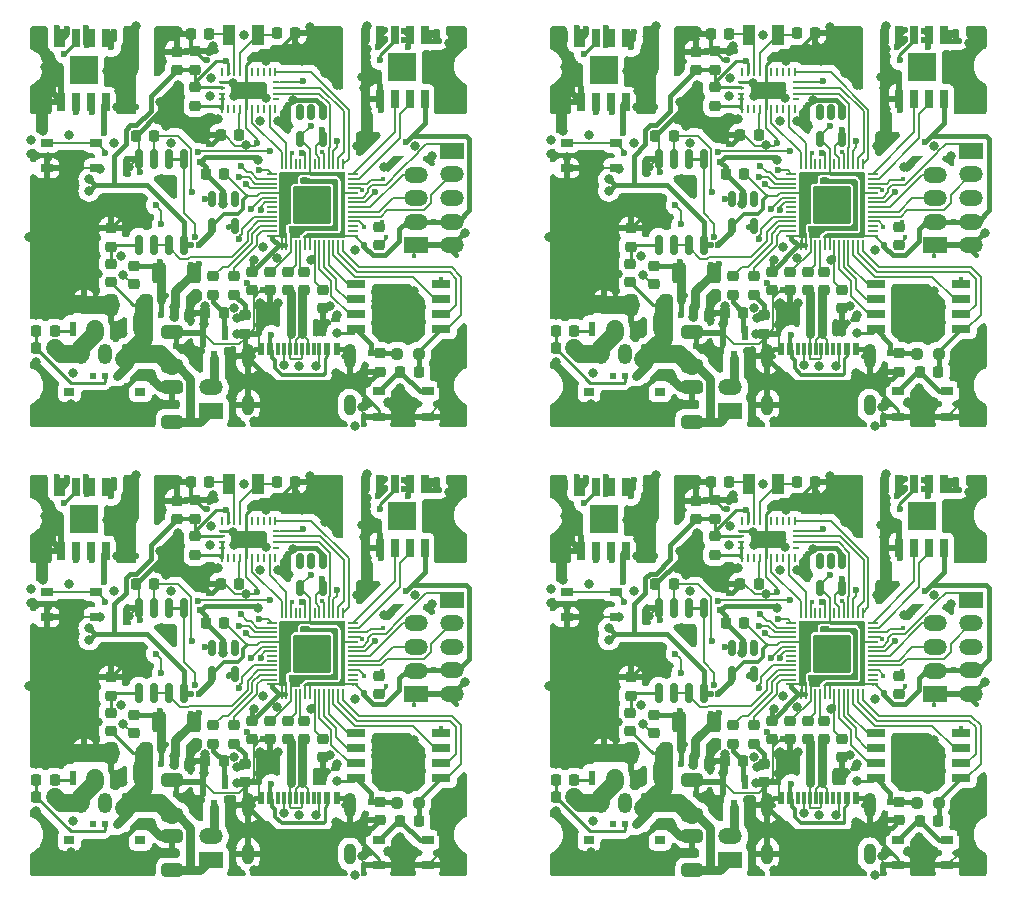
<source format=gbr>
%TF.GenerationSoftware,KiCad,Pcbnew,(6.0.4)*%
%TF.CreationDate,2022-09-20T18:54:46+09:00*%
%TF.ProjectId,mainboard_p_rev4,6d61696e-626f-4617-9264-5f705f726576,rev?*%
%TF.SameCoordinates,Original*%
%TF.FileFunction,Copper,L1,Top*%
%TF.FilePolarity,Positive*%
%FSLAX46Y46*%
G04 Gerber Fmt 4.6, Leading zero omitted, Abs format (unit mm)*
G04 Created by KiCad (PCBNEW (6.0.4)) date 2022-09-20 18:54:46*
%MOMM*%
%LPD*%
G01*
G04 APERTURE LIST*
G04 Aperture macros list*
%AMRoundRect*
0 Rectangle with rounded corners*
0 $1 Rounding radius*
0 $2 $3 $4 $5 $6 $7 $8 $9 X,Y pos of 4 corners*
0 Add a 4 corners polygon primitive as box body*
4,1,4,$2,$3,$4,$5,$6,$7,$8,$9,$2,$3,0*
0 Add four circle primitives for the rounded corners*
1,1,$1+$1,$2,$3*
1,1,$1+$1,$4,$5*
1,1,$1+$1,$6,$7*
1,1,$1+$1,$8,$9*
0 Add four rect primitives between the rounded corners*
20,1,$1+$1,$2,$3,$4,$5,0*
20,1,$1+$1,$4,$5,$6,$7,0*
20,1,$1+$1,$6,$7,$8,$9,0*
20,1,$1+$1,$8,$9,$2,$3,0*%
G04 Aperture macros list end*
%TA.AperFunction,SMDPad,CuDef*%
%ADD10RoundRect,0.225000X-0.225000X-0.250000X0.225000X-0.250000X0.225000X0.250000X-0.225000X0.250000X0*%
%TD*%
%TA.AperFunction,ComponentPad*%
%ADD11RoundRect,0.250000X0.350000X0.625000X-0.350000X0.625000X-0.350000X-0.625000X0.350000X-0.625000X0*%
%TD*%
%TA.AperFunction,ComponentPad*%
%ADD12O,1.200000X1.750000*%
%TD*%
%TA.AperFunction,SMDPad,CuDef*%
%ADD13RoundRect,0.250000X0.650000X-0.325000X0.650000X0.325000X-0.650000X0.325000X-0.650000X-0.325000X0*%
%TD*%
%TA.AperFunction,SMDPad,CuDef*%
%ADD14RoundRect,0.225000X-0.250000X0.225000X-0.250000X-0.225000X0.250000X-0.225000X0.250000X0.225000X0*%
%TD*%
%TA.AperFunction,SMDPad,CuDef*%
%ADD15RoundRect,0.225000X0.225000X0.250000X-0.225000X0.250000X-0.225000X-0.250000X0.225000X-0.250000X0*%
%TD*%
%TA.AperFunction,SMDPad,CuDef*%
%ADD16R,1.000000X1.800000*%
%TD*%
%TA.AperFunction,SMDPad,CuDef*%
%ADD17RoundRect,0.225000X0.250000X-0.225000X0.250000X0.225000X-0.250000X0.225000X-0.250000X-0.225000X0*%
%TD*%
%TA.AperFunction,SMDPad,CuDef*%
%ADD18RoundRect,0.237500X-0.250000X-0.237500X0.250000X-0.237500X0.250000X0.237500X-0.250000X0.237500X0*%
%TD*%
%TA.AperFunction,SMDPad,CuDef*%
%ADD19RoundRect,0.150000X-0.150000X0.512500X-0.150000X-0.512500X0.150000X-0.512500X0.150000X0.512500X0*%
%TD*%
%TA.AperFunction,SMDPad,CuDef*%
%ADD20R,0.600000X1.300000*%
%TD*%
%TA.AperFunction,SMDPad,CuDef*%
%ADD21R,2.000000X1.350000*%
%TD*%
%TA.AperFunction,SMDPad,CuDef*%
%ADD22O,2.000000X1.350000*%
%TD*%
%TA.AperFunction,SMDPad,CuDef*%
%ADD23R,0.600000X0.510000*%
%TD*%
%TA.AperFunction,SMDPad,CuDef*%
%ADD24R,0.900000X0.700000*%
%TD*%
%TA.AperFunction,SMDPad,CuDef*%
%ADD25R,0.650000X1.525000*%
%TD*%
%TA.AperFunction,SMDPad,CuDef*%
%ADD26R,2.390000X2.390000*%
%TD*%
%TA.AperFunction,SMDPad,CuDef*%
%ADD27R,1.050000X0.650000*%
%TD*%
%TA.AperFunction,SMDPad,CuDef*%
%ADD28RoundRect,0.250000X0.325000X0.650000X-0.325000X0.650000X-0.325000X-0.650000X0.325000X-0.650000X0*%
%TD*%
%TA.AperFunction,SMDPad,CuDef*%
%ADD29R,0.600000X1.140000*%
%TD*%
%TA.AperFunction,SMDPad,CuDef*%
%ADD30R,0.300000X1.140000*%
%TD*%
%TA.AperFunction,ComponentPad*%
%ADD31O,1.000000X2.100000*%
%TD*%
%TA.AperFunction,ComponentPad*%
%ADD32O,1.000000X1.800000*%
%TD*%
%TA.AperFunction,SMDPad,CuDef*%
%ADD33R,1.650000X0.650000*%
%TD*%
%TA.AperFunction,SMDPad,CuDef*%
%ADD34RoundRect,0.250000X-0.312500X-0.625000X0.312500X-0.625000X0.312500X0.625000X-0.312500X0.625000X0*%
%TD*%
%TA.AperFunction,SMDPad,CuDef*%
%ADD35RoundRect,0.050000X0.387500X0.050000X-0.387500X0.050000X-0.387500X-0.050000X0.387500X-0.050000X0*%
%TD*%
%TA.AperFunction,SMDPad,CuDef*%
%ADD36RoundRect,0.050000X0.050000X0.387500X-0.050000X0.387500X-0.050000X-0.387500X0.050000X-0.387500X0*%
%TD*%
%TA.AperFunction,ComponentPad*%
%ADD37C,0.600000*%
%TD*%
%TA.AperFunction,SMDPad,CuDef*%
%ADD38RoundRect,0.144000X1.456000X1.456000X-1.456000X1.456000X-1.456000X-1.456000X1.456000X-1.456000X0*%
%TD*%
%TA.AperFunction,SMDPad,CuDef*%
%ADD39RoundRect,0.150000X-0.150000X0.712500X-0.150000X-0.712500X0.150000X-0.712500X0.150000X0.712500X0*%
%TD*%
%TA.AperFunction,SMDPad,CuDef*%
%ADD40R,0.250000X0.675000*%
%TD*%
%TA.AperFunction,SMDPad,CuDef*%
%ADD41R,0.575000X0.250000*%
%TD*%
%TA.AperFunction,ViaPad*%
%ADD42C,0.800000*%
%TD*%
%TA.AperFunction,ViaPad*%
%ADD43C,0.600000*%
%TD*%
%TA.AperFunction,ViaPad*%
%ADD44C,0.400000*%
%TD*%
%TA.AperFunction,Conductor*%
%ADD45C,0.200000*%
%TD*%
%TA.AperFunction,Conductor*%
%ADD46C,0.250000*%
%TD*%
%TA.AperFunction,Conductor*%
%ADD47C,0.500000*%
%TD*%
%TA.AperFunction,Conductor*%
%ADD48C,0.400000*%
%TD*%
%TA.AperFunction,Conductor*%
%ADD49C,0.800000*%
%TD*%
%TA.AperFunction,Conductor*%
%ADD50C,1.500000*%
%TD*%
%TA.AperFunction,Conductor*%
%ADD51C,0.300000*%
%TD*%
G04 APERTURE END LIST*
D10*
%TO.P,C118,1*%
%TO.N,Net-(AC1-Pad26)*%
X190396200Y-114131200D03*
%TO.P,C118,2*%
%TO.N,GND*%
X191946200Y-114131200D03*
%TD*%
D11*
%TO.P,J25,1,Pin_1*%
%TO.N,/+7V4*%
X177836200Y-141309200D03*
D12*
%TO.P,J25,2*%
%TO.N,N/C*%
X175836200Y-141309200D03*
%TO.P,J25,3,Pin_2*%
%TO.N,GND1*%
X173836200Y-141309200D03*
%TD*%
D13*
%TO.P,C115,1*%
%TO.N,/+7V4*%
X181519200Y-142352400D03*
%TO.P,C115,2*%
%TO.N,GND*%
X181519200Y-139402400D03*
%TD*%
D14*
%TO.P,C104,1*%
%TO.N,+3V3*%
X199096000Y-141245400D03*
%TO.P,C104,2*%
%TO.N,GND*%
X199096000Y-142795400D03*
%TD*%
%TO.P,R80,1*%
%TO.N,+3V3*%
X183475000Y-118741000D03*
%TO.P,R80,2*%
%TO.N,Net-(AC1-Pad4)*%
X183475000Y-120291000D03*
%TD*%
%TO.P,C91,1*%
%TO.N,+1V1*%
X194270000Y-135886000D03*
%TO.P,C91,2*%
%TO.N,GND*%
X194270000Y-137436000D03*
%TD*%
D15*
%TO.P,R78,1*%
%TO.N,Net-(Q2-Pad1)*%
X185901000Y-137804000D03*
%TO.P,R78,2*%
%TO.N,GND*%
X184351000Y-137804000D03*
%TD*%
%TO.P,C100,1*%
%TO.N,+3V3*%
X185939400Y-126043800D03*
%TO.P,C100,2*%
%TO.N,GND*%
X184389400Y-126043800D03*
%TD*%
D16*
%TO.P,Y8,1*%
%TO.N,Net-(AC1-Pad26)*%
X188835310Y-114296208D03*
%TO.P,Y8,2*%
%TO.N,Net-(AC1-Pad27)*%
X186335310Y-114296208D03*
%TD*%
D17*
%TO.P,D8,1,K*%
%TO.N,GND*%
X199045200Y-132102000D03*
%TO.P,D8,2,A*%
%TO.N,Net-(D3-Pad2)*%
X199045200Y-130552000D03*
%TD*%
%TO.P,C120,1*%
%TO.N,+3V3*%
X183475000Y-117243000D03*
%TO.P,C120,2*%
%TO.N,GND*%
X183475000Y-115693000D03*
%TD*%
D14*
%TO.P,C97,1*%
%TO.N,+3V3*%
X188301000Y-134349000D03*
%TO.P,C97,2*%
%TO.N,GND*%
X188301000Y-135899000D03*
%TD*%
D18*
%TO.P,R72,1*%
%TO.N,+3V3*%
X200594600Y-141283800D03*
%TO.P,R72,2*%
%TO.N,/QSPI_SS*%
X202419600Y-141283800D03*
%TD*%
D14*
%TO.P,R91,1*%
%TO.N,/GPIO29_NichromeB*%
X186777000Y-134743000D03*
%TO.P,R91,2*%
%TO.N,Net-(Q7-Pad1)*%
X186777000Y-136293000D03*
%TD*%
D19*
%TO.P,Y7,1,GND*%
%TO.N,GND*%
X194270000Y-120834800D03*
%TO.P,Y7,2,NC*%
%TO.N,unconnected-(Y1-Pad2)*%
X193320000Y-120834800D03*
%TO.P,Y7,3,OE/~{ST}/NC*%
%TO.N,unconnected-(Y1-Pad3)*%
X192370000Y-120834800D03*
%TO.P,Y7,4,VDD*%
%TO.N,+3V3*%
X192370000Y-123109800D03*
%TO.P,Y7,5,OUT*%
%TO.N,/XIN*%
X194270000Y-123109800D03*
%TD*%
D20*
%TO.P,Q11,1,G*%
%TO.N,Net-(Q2-Pad1)*%
X186025200Y-139522600D03*
%TO.P,Q11,2,S*%
%TO.N,GND*%
X184125200Y-139522600D03*
%TO.P,Q11,3,D*%
%TO.N,Net-(J3-Pad2)*%
X185075200Y-141622600D03*
%TD*%
D17*
%TO.P,R74,1*%
%TO.N,/USB_D+*%
X192725700Y-135925000D03*
%TO.P,R74,2*%
%TO.N,Net-(R5-Pad2)*%
X192725700Y-134375000D03*
%TD*%
D15*
%TO.P,R82,1*%
%TO.N,Net-(R13-Pad1)*%
X179982800Y-122818000D03*
%TO.P,R82,2*%
%TO.N,GND*%
X178432800Y-122818000D03*
%TD*%
D21*
%TO.P,J31,1,Pin_1*%
%TO.N,/GPIO7_ToF_SCL*%
X205192000Y-124101200D03*
D22*
%TO.P,J31,2,Pin_2*%
%TO.N,/GPIO3_ToF_RST*%
X205192000Y-126101200D03*
%TO.P,J31,3,Pin_3*%
%TO.N,/GPIO6_ToF_SDA*%
X205192000Y-128101200D03*
%TO.P,J31,4,Pin_4*%
%TO.N,+3V3*%
X205192000Y-130101200D03*
%TO.P,J31,5,Pin_5*%
%TO.N,GND*%
X205192000Y-132101200D03*
%TD*%
D10*
%TO.P,C117,1*%
%TO.N,GND*%
X185646400Y-122792600D03*
%TO.P,C117,2*%
%TO.N,Net-(AC1-Pad9)*%
X187196400Y-122792600D03*
%TD*%
D23*
%TO.P,SW4,1*%
%TO.N,N/C*%
X174829600Y-143131600D03*
%TO.P,SW4,2*%
%TO.N,/+7V4*%
X176829600Y-143131600D03*
%TO.P,SW4,C1*%
%TO.N,Net-(R1-Pad1)*%
X175829600Y-143131600D03*
D24*
%TO.P,SW4,MP1*%
%TO.N,N/C*%
X172829600Y-144486600D03*
%TO.P,SW4,MP2*%
X178829600Y-144486600D03*
%TD*%
D25*
%TO.P,IC16,1,GND*%
%TO.N,GND*%
X172146600Y-119967400D03*
%TO.P,IC16,2,IN2*%
%TO.N,/GPIO19_MO_B_2*%
X173416600Y-119967400D03*
%TO.P,IC16,3,IN1*%
%TO.N,/GPIO18_MO_B_1*%
X174686600Y-119967400D03*
%TO.P,IC16,4,VREF*%
%TO.N,+3V3*%
X175956600Y-119967400D03*
%TO.P,IC16,5,VM*%
%TO.N,/+7V4*%
X175956600Y-114543400D03*
%TO.P,IC16,6,OUT1*%
%TO.N,/M2_MINUS*%
X174686600Y-114543400D03*
%TO.P,IC16,7,RS*%
%TO.N,Net-(IC8-Pad7)*%
X173416600Y-114543400D03*
%TO.P,IC16,8,OUT2*%
%TO.N,/M2_PLUS*%
X172146600Y-114543400D03*
D26*
%TO.P,IC16,9,EP*%
%TO.N,unconnected-(IC8-Pad9)*%
X174051600Y-117255400D03*
%TD*%
D14*
%TO.P,R84,1*%
%TO.N,GND*%
X176337600Y-130679000D03*
%TO.P,R84,2*%
%TO.N,Net-(R14-Pad1)*%
X176337600Y-132229000D03*
%TD*%
D27*
%TO.P,S7,1,1*%
%TO.N,/~{USB_BOOT}*%
X199002200Y-144450600D03*
%TO.P,S7,2,2*%
X203152200Y-144450600D03*
%TO.P,S7,3,3*%
%TO.N,GND*%
X199002200Y-146600600D03*
%TO.P,S7,4,4*%
X203152200Y-146600600D03*
%TD*%
D19*
%TO.P,U15,1*%
%TO.N,Net-(R13-Pad1)*%
X186812600Y-128157500D03*
%TO.P,U15,2,V-*%
%TO.N,GND*%
X185862600Y-128157500D03*
%TO.P,U15,3,-*%
%TO.N,Net-(R12-Pad2)*%
X184912600Y-128157500D03*
%TO.P,U15,4,+*%
%TO.N,+3V3*%
X184912600Y-130432500D03*
%TO.P,U15,5,V+*%
%TO.N,/3V3_REG_OUT*%
X186812600Y-130432500D03*
%TD*%
D13*
%TO.P,C114,1*%
%TO.N,/+7V4*%
X181544600Y-147026000D03*
%TO.P,C114,2*%
%TO.N,GND*%
X181544600Y-144076000D03*
%TD*%
D15*
%TO.P,C119,1*%
%TO.N,Net-(AC1-Pad27)*%
X184681800Y-114182000D03*
%TO.P,C119,2*%
%TO.N,GND*%
X183131800Y-114182000D03*
%TD*%
D17*
%TO.P,C102,1*%
%TO.N,+3V3*%
X181900200Y-117268400D03*
%TO.P,C102,2*%
%TO.N,GND*%
X181900200Y-115718400D03*
%TD*%
D14*
%TO.P,R83,1*%
%TO.N,Net-(R14-Pad1)*%
X176312200Y-133676200D03*
%TO.P,R83,2*%
%TO.N,/+7V4*%
X176312200Y-135226200D03*
%TD*%
D15*
%TO.P,R71,1*%
%TO.N,/QSPI_SS*%
X202411000Y-142833200D03*
%TO.P,R71,2*%
%TO.N,/~{USB_BOOT}*%
X200861000Y-142833200D03*
%TD*%
D20*
%TO.P,Q10,1,G*%
%TO.N,Net-(Q1-Pad1)*%
X173104200Y-139177000D03*
%TO.P,Q10,2,S*%
%TO.N,GND1*%
X175004200Y-139177000D03*
%TO.P,Q10,3,D*%
%TO.N,GND*%
X174054200Y-137077000D03*
%TD*%
D28*
%TO.P,C111,1*%
%TO.N,/+7V4*%
X179311200Y-137118200D03*
%TO.P,C111,2*%
%TO.N,GND*%
X176361200Y-137118200D03*
%TD*%
D21*
%TO.P,J30,1,Pin_1*%
%TO.N,GND*%
X202144000Y-132114400D03*
D22*
%TO.P,J30,2,Pin_2*%
%TO.N,+3V3*%
X202144000Y-130114400D03*
%TO.P,J30,3,Pin_3*%
%TO.N,/GPIO4_GNSS_RX*%
X202144000Y-128114400D03*
%TO.P,J30,4,Pin_4*%
%TO.N,/GPIO5_GNSS_TX*%
X202144000Y-126114400D03*
%TD*%
D29*
%TO.P,U14,1,A1-B12_GND*%
%TO.N,GND*%
X189050000Y-140900000D03*
%TO.P,U14,2,A4-B9_VBUS*%
%TO.N,/VBUS*%
X189850000Y-140900000D03*
D30*
%TO.P,U14,3,B8_SBU2*%
%TO.N,unconnected-(U4-Pad3)*%
X190500000Y-140900000D03*
%TO.P,U14,4,A5_CC1*%
%TO.N,Net-(R17-Pad1)*%
X191000000Y-140900000D03*
%TO.P,U14,5,B7_DN2*%
%TO.N,/USB_D-*%
X191500000Y-140900000D03*
%TO.P,U14,6,A6_DP1*%
%TO.N,/USB_D+*%
X192000000Y-140900000D03*
%TO.P,U14,7,A7_DN1*%
%TO.N,/USB_D-*%
X192500000Y-140900000D03*
%TO.P,U14,8,B6_DP2*%
%TO.N,/USB_D+*%
X193000000Y-140900000D03*
%TO.P,U14,9,A8_SBU1*%
%TO.N,unconnected-(U4-Pad9)*%
X193500000Y-140900000D03*
%TO.P,U14,10,B5_CC2*%
%TO.N,Net-(R16-Pad1)*%
X194000000Y-140900000D03*
D29*
%TO.P,U14,11,A9-B4_VBUS*%
%TO.N,/VBUS*%
X194650000Y-140900000D03*
%TO.P,U14,12,A12-B1_GND*%
%TO.N,GND*%
X195450000Y-140900000D03*
D31*
%TO.P,U14,SHIELD,SHIELD*%
X196570000Y-141470000D03*
X187930000Y-141470000D03*
D32*
X187930000Y-145650000D03*
%TO.P,U14,SHILED*%
%TO.N,N/C*%
X196570000Y-145650000D03*
%TD*%
D21*
%TO.P,J26,1,Pin_1*%
%TO.N,/+7V4*%
X184795800Y-146135200D03*
D22*
%TO.P,J26,2,Pin_2*%
%TO.N,Net-(J3-Pad2)*%
X184795800Y-144135200D03*
%TD*%
D33*
%TO.P,IC13,1,/CS*%
%TO.N,/QSPI_SS*%
X204296200Y-139201000D03*
%TO.P,IC13,2,DO_(IO1)*%
%TO.N,/QSPI_SD1*%
X204296200Y-137931000D03*
%TO.P,IC13,3,/WP_(IO2)*%
%TO.N,/QSPI_SD2*%
X204296200Y-136661000D03*
%TO.P,IC13,4,GND*%
%TO.N,GND*%
X204296200Y-135391000D03*
%TO.P,IC13,5,DI_(IO0)*%
%TO.N,/QSPI_SD0*%
X197096200Y-135391000D03*
%TO.P,IC13,6,CLK*%
%TO.N,/QSPI_SCLK*%
X197096200Y-136661000D03*
%TO.P,IC13,7,/HOLD_OR_/RESET_(IO3)*%
%TO.N,/QSPI_SD3*%
X197096200Y-137931000D03*
%TO.P,IC13,8,VCC*%
%TO.N,+3V3*%
X197096200Y-139201000D03*
%TD*%
D10*
%TO.P,R73,1*%
%TO.N,Net-(R1-Pad1)*%
X170037800Y-139353400D03*
%TO.P,R73,2*%
%TO.N,Net-(Q1-Pad1)*%
X171587800Y-139353400D03*
%TD*%
D14*
%TO.P,C106,1*%
%TO.N,/3V3_REG_OUT*%
X178318800Y-133828600D03*
%TO.P,C106,2*%
%TO.N,GND*%
X178318800Y-135378600D03*
%TD*%
D34*
%TO.P,R79,1*%
%TO.N,/3V3_REG_OUT*%
X180437700Y-134425800D03*
%TO.P,R79,2*%
%TO.N,+3V3*%
X183362700Y-134425800D03*
%TD*%
D25*
%TO.P,IC15,1,GND*%
%TO.N,GND*%
X199095000Y-119713400D03*
%TO.P,IC15,2,IN2*%
%TO.N,/GPIO11_MO_A_2*%
X200365000Y-119713400D03*
%TO.P,IC15,3,IN1*%
%TO.N,/GPIO10_MO_A_1*%
X201635000Y-119713400D03*
%TO.P,IC15,4,VREF*%
%TO.N,+3V3*%
X202905000Y-119713400D03*
%TO.P,IC15,5,VM*%
%TO.N,/+7V4*%
X202905000Y-114289400D03*
%TO.P,IC15,6,OUT1*%
%TO.N,/M1_MINUS*%
X201635000Y-114289400D03*
%TO.P,IC15,7,RS*%
%TO.N,Net-(IC7-Pad7)*%
X200365000Y-114289400D03*
%TO.P,IC15,8,OUT2*%
%TO.N,/M1_PLUS*%
X199095000Y-114289400D03*
D26*
%TO.P,IC15,9,EP*%
%TO.N,unconnected-(IC7-Pad9)*%
X201000000Y-117001400D03*
%TD*%
D17*
%TO.P,R75,1*%
%TO.N,/USB_D-*%
X191349000Y-135925000D03*
%TO.P,R75,2*%
%TO.N,Net-(R6-Pad2)*%
X191349000Y-134375000D03*
%TD*%
D14*
%TO.P,R92,1*%
%TO.N,Net-(Q7-Pad1)*%
X187666000Y-138032000D03*
%TO.P,R92,2*%
%TO.N,GND*%
X187666000Y-139582000D03*
%TD*%
D27*
%TO.P,S8,1,1*%
%TO.N,/RUN*%
X170925000Y-123425000D03*
%TO.P,S8,2,2*%
X175075000Y-123425000D03*
%TO.P,S8,3,3*%
%TO.N,GND*%
X170925000Y-125575000D03*
%TO.P,S8,4,4*%
X175075000Y-125575000D03*
%TD*%
D35*
%TO.P,U13,1,IOVDD*%
%TO.N,+3V3*%
X196825100Y-131276900D03*
%TO.P,U13,2,GPIO0*%
%TO.N,/GPIO0*%
X196825100Y-130876900D03*
%TO.P,U13,3,GPIO1*%
%TO.N,/GPIO1*%
X196825100Y-130476900D03*
%TO.P,U13,4,GPIO2*%
%TO.N,/GPIO2_LED*%
X196825100Y-130076900D03*
%TO.P,U13,5,GPIO3*%
%TO.N,/GPIO3_ToF_RST*%
X196825100Y-129676900D03*
%TO.P,U13,6,GPIO4*%
%TO.N,/GPIO4_GNSS_RX*%
X196825100Y-129276900D03*
%TO.P,U13,7,GPIO5*%
%TO.N,/GPIO5_GNSS_TX*%
X196825100Y-128876900D03*
%TO.P,U13,8,GPIO6*%
%TO.N,/GPIO6_ToF_SDA*%
X196825100Y-128476900D03*
%TO.P,U13,9,GPIO7*%
%TO.N,/GPIO7_ToF_SCL*%
X196825100Y-128076900D03*
%TO.P,U13,10,IOVDD*%
%TO.N,+3V3*%
X196825100Y-127676900D03*
%TO.P,U13,11,GPIO8*%
%TO.N,/GPIO8_I2C_EXT_SDA*%
X196825100Y-127276900D03*
%TO.P,U13,12,GPIO9*%
%TO.N,/GPIO9_I2C_EXT_SCL*%
X196825100Y-126876900D03*
%TO.P,U13,13,GPIO10*%
%TO.N,/GPIO10_MO_A_1*%
X196825100Y-126476900D03*
%TO.P,U13,14,GPIO11*%
%TO.N,/GPIO11_MO_A_2*%
X196825100Y-126076900D03*
D36*
%TO.P,U13,15,GPIO12*%
%TO.N,/GPIO12_IMU_MISO*%
X195987600Y-125239400D03*
%TO.P,U13,16,GPIO13*%
%TO.N,/GPIO13_IMU_CS*%
X195587600Y-125239400D03*
%TO.P,U13,17,GPIO14*%
%TO.N,/GPIO14_IMU_SCK*%
X195187600Y-125239400D03*
%TO.P,U13,18,GPIO15*%
%TO.N,/GPIO15_IMU_MOSI*%
X194787600Y-125239400D03*
%TO.P,U13,19,TESTEN*%
%TO.N,GND*%
X194387600Y-125239400D03*
%TO.P,U13,20,XIN*%
%TO.N,/XIN*%
X193987600Y-125239400D03*
%TO.P,U13,21,XOUT*%
%TO.N,/XOUT*%
X193587600Y-125239400D03*
%TO.P,U13,22,IOVDD*%
%TO.N,+3V3*%
X193187600Y-125239400D03*
%TO.P,U13,23,DVDD*%
%TO.N,+1V1*%
X192787600Y-125239400D03*
%TO.P,U13,24,SWCLK*%
%TO.N,/SWCLK*%
X192387600Y-125239400D03*
%TO.P,U13,25,SWD*%
%TO.N,/SWD*%
X191987600Y-125239400D03*
%TO.P,U13,26,RUN*%
%TO.N,/RUN*%
X191587600Y-125239400D03*
%TO.P,U13,27,GPIO16*%
%TO.N,/GPIO16_IMU_INT*%
X191187600Y-125239400D03*
%TO.P,U13,28,GPIO17*%
%TO.N,/GPIO17_IMU_RST*%
X190787600Y-125239400D03*
D35*
%TO.P,U13,29,GPIO18*%
%TO.N,/GPIO18_MO_B_1*%
X189950100Y-126076900D03*
%TO.P,U13,30,GPIO19*%
%TO.N,/GPIO19_MO_B_2*%
X189950100Y-126476900D03*
%TO.P,U13,31,GPIO20*%
%TO.N,/GPIO20_MOE_A_1*%
X189950100Y-126876900D03*
%TO.P,U13,32,GPIO21*%
%TO.N,/GPIO21_MOE_B_1*%
X189950100Y-127276900D03*
%TO.P,U13,33,IOVDD*%
%TO.N,+3V3*%
X189950100Y-127676900D03*
%TO.P,U13,34,GPIO22*%
%TO.N,/GPIO22_MOE_A_2*%
X189950100Y-128076900D03*
%TO.P,U13,35,GPIO23*%
%TO.N,/GPIO23_MOE_B_2*%
X189950100Y-128476900D03*
%TO.P,U13,36,GPIO24*%
%TO.N,unconnected-(U1-Pad36)*%
X189950100Y-128876900D03*
%TO.P,U13,37,GPIO25*%
%TO.N,unconnected-(U1-Pad37)*%
X189950100Y-129276900D03*
%TO.P,U13,38,GPIO26_ADC0*%
%TO.N,/GPIO26_ADC_I_monitor*%
X189950100Y-129676900D03*
%TO.P,U13,39,GPIO27_ADC1*%
%TO.N,/GPIO27_ADC_V_monitor*%
X189950100Y-130076900D03*
%TO.P,U13,40,GPIO28_ADC2*%
%TO.N,/GPIO28_NichromeA*%
X189950100Y-130476900D03*
%TO.P,U13,41,GPIO29_ADC3*%
%TO.N,/GPIO29_NichromeB*%
X189950100Y-130876900D03*
%TO.P,U13,42,IOVDD*%
%TO.N,+3V3*%
X189950100Y-131276900D03*
D36*
%TO.P,U13,43,ADC_AVDD*%
X190787600Y-132114400D03*
%TO.P,U13,44,VREG_IN*%
X191187600Y-132114400D03*
%TO.P,U13,45,VREG_VOUT*%
%TO.N,+1V1*%
X191587600Y-132114400D03*
%TO.P,U13,46,USB_DM*%
%TO.N,Net-(R6-Pad2)*%
X191987600Y-132114400D03*
%TO.P,U13,47,USB_DP*%
%TO.N,Net-(R5-Pad2)*%
X192387600Y-132114400D03*
%TO.P,U13,48,USB_VDD*%
%TO.N,+3V3*%
X192787600Y-132114400D03*
%TO.P,U13,49,IOVDD*%
X193187600Y-132114400D03*
%TO.P,U13,50,DVDD*%
%TO.N,+1V1*%
X193587600Y-132114400D03*
%TO.P,U13,51,QSPI_SD3*%
%TO.N,/QSPI_SD3*%
X193987600Y-132114400D03*
%TO.P,U13,52,QSPI_SCLK*%
%TO.N,/QSPI_SCLK*%
X194387600Y-132114400D03*
%TO.P,U13,53,QSPI_SD0*%
%TO.N,/QSPI_SD0*%
X194787600Y-132114400D03*
%TO.P,U13,54,QSPI_SD2*%
%TO.N,/QSPI_SD2*%
X195187600Y-132114400D03*
%TO.P,U13,55,QSPI_SD1*%
%TO.N,/QSPI_SD1*%
X195587600Y-132114400D03*
%TO.P,U13,56,QSPI_SS*%
%TO.N,/QSPI_SS*%
X195987600Y-132114400D03*
D37*
%TO.P,U13,57,GND*%
%TO.N,GND*%
X193387600Y-127401900D03*
X194662600Y-129951900D03*
X193387600Y-128676900D03*
X194662600Y-128676900D03*
X193387600Y-129951900D03*
X192112600Y-129951900D03*
X192112600Y-127401900D03*
D38*
X193387600Y-128676900D03*
D37*
X192112600Y-128676900D03*
X194662600Y-127401900D03*
%TD*%
D14*
%TO.P,C94,1*%
%TO.N,+1V1*%
X189825000Y-134362000D03*
%TO.P,C94,2*%
%TO.N,GND*%
X189825000Y-135912000D03*
%TD*%
D39*
%TO.P,U16,1*%
%TO.N,/GPIO26_ADC_I_monitor*%
X182535200Y-124818900D03*
%TO.P,U16,2,-*%
X181265200Y-124818900D03*
%TO.P,U16,3,+*%
%TO.N,Net-(R13-Pad1)*%
X179995200Y-124818900D03*
%TO.P,U16,4,V-*%
%TO.N,GND*%
X178725200Y-124818900D03*
%TO.P,U16,5,+*%
%TO.N,Net-(R14-Pad1)*%
X178725200Y-132043900D03*
%TO.P,U16,6,-*%
%TO.N,/GPIO27_ADC_V_monitor*%
X179995200Y-132043900D03*
%TO.P,U16,7*%
X181265200Y-132043900D03*
%TO.P,U16,8,V+*%
%TO.N,+3V3*%
X182535200Y-132043900D03*
%TD*%
D14*
%TO.P,R77,1*%
%TO.N,/GPIO28_NichromeA*%
X184999000Y-134743000D03*
%TO.P,R77,2*%
%TO.N,Net-(Q2-Pad1)*%
X184999000Y-136293000D03*
%TD*%
D10*
%TO.P,R70,1*%
%TO.N,Net-(R1-Pad1)*%
X170025400Y-140801200D03*
%TO.P,R70,2*%
%TO.N,GND1*%
X171575400Y-140801200D03*
%TD*%
D40*
%TO.P,AC4,1,RESV_NC_1*%
%TO.N,unconnected-(AC1-Pad1)*%
X185771600Y-117439400D03*
D41*
%TO.P,AC4,2,GND_1*%
%TO.N,GND*%
X185708600Y-118252400D03*
%TO.P,AC4,3,VDD*%
%TO.N,+3V3*%
X185708600Y-118752400D03*
%TO.P,AC4,4,BOOTN*%
%TO.N,Net-(AC1-Pad4)*%
X185708600Y-119252400D03*
%TO.P,AC4,5,PS1*%
X185708600Y-119752400D03*
D40*
%TO.P,AC4,6,PS0/WAKE*%
X185771600Y-120565400D03*
%TO.P,AC4,7,RESV_NC_2*%
%TO.N,unconnected-(AC1-Pad7)*%
X186271600Y-120565400D03*
%TO.P,AC4,8,RESV_NC_3*%
%TO.N,unconnected-(AC1-Pad8)*%
X186771600Y-120565400D03*
%TO.P,AC4,9,CAP*%
%TO.N,Net-(AC1-Pad9)*%
X187271600Y-120565400D03*
%TO.P,AC4,10,CLKSEL0*%
%TO.N,GND*%
X187771600Y-120565400D03*
%TO.P,AC4,11,NRST*%
%TO.N,/GPIO17_IMU_RST*%
X188271600Y-120565400D03*
%TO.P,AC4,12,RESV_NC_4*%
%TO.N,unconnected-(AC1-Pad12)*%
X188771600Y-120565400D03*
%TO.P,AC4,13,RESV_NC_5*%
%TO.N,unconnected-(AC1-Pad13)*%
X189271600Y-120565400D03*
%TO.P,AC4,14,H_INTN*%
%TO.N,/GPIO16_IMU_INT*%
X189771600Y-120565400D03*
%TO.P,AC4,15,ENV_SCL*%
%TO.N,unconnected-(AC1-Pad15)*%
X190271600Y-120565400D03*
D41*
%TO.P,AC4,16,ENV_SDA*%
%TO.N,unconnected-(AC1-Pad16)*%
X190334600Y-119752400D03*
%TO.P,AC4,17,SA0/H_MOSI*%
%TO.N,/GPIO15_IMU_MOSI*%
X190334600Y-119252400D03*
%TO.P,AC4,18,H_CSN*%
%TO.N,/GPIO13_IMU_CS*%
X190334600Y-118752400D03*
%TO.P,AC4,19,H_SCL/SCK/RX*%
%TO.N,/GPIO14_IMU_SCK*%
X190334600Y-118252400D03*
D40*
%TO.P,AC4,20,H_SDA/H_MISO/TX*%
%TO.N,/GPIO12_IMU_MISO*%
X190271600Y-117439400D03*
%TO.P,AC4,21,RESV_NC_6*%
%TO.N,unconnected-(AC1-Pad21)*%
X189771600Y-117439400D03*
%TO.P,AC4,22,RESV_NC_7*%
%TO.N,unconnected-(AC1-Pad22)*%
X189271600Y-117439400D03*
%TO.P,AC4,23,RESV_NC_8*%
%TO.N,unconnected-(AC1-Pad23)*%
X188771600Y-117439400D03*
%TO.P,AC4,24,RESV_NC_9*%
%TO.N,unconnected-(AC1-Pad24)*%
X188271600Y-117439400D03*
%TO.P,AC4,25,GND_2*%
%TO.N,GND*%
X187771600Y-117439400D03*
%TO.P,AC4,26,XOUT32/CLKSEL1*%
%TO.N,Net-(AC1-Pad26)*%
X187271600Y-117439400D03*
%TO.P,AC4,27,XIN32*%
%TO.N,Net-(AC1-Pad27)*%
X186771600Y-117439400D03*
%TO.P,AC4,28,VDDIO*%
%TO.N,+3V3*%
X186271600Y-117439400D03*
%TD*%
D10*
%TO.P,C88,1*%
%TO.N,Net-(AC1-Pad26)*%
X146396200Y-114131200D03*
%TO.P,C88,2*%
%TO.N,GND*%
X147946200Y-114131200D03*
%TD*%
D11*
%TO.P,J17,1,Pin_1*%
%TO.N,/+7V4*%
X133836200Y-141309200D03*
D12*
%TO.P,J17,2*%
%TO.N,N/C*%
X131836200Y-141309200D03*
%TO.P,J17,3,Pin_2*%
%TO.N,GND1*%
X129836200Y-141309200D03*
%TD*%
D13*
%TO.P,C85,1*%
%TO.N,/+7V4*%
X137519200Y-142352400D03*
%TO.P,C85,2*%
%TO.N,GND*%
X137519200Y-139402400D03*
%TD*%
D14*
%TO.P,C74,1*%
%TO.N,+3V3*%
X155096000Y-141245400D03*
%TO.P,C74,2*%
%TO.N,GND*%
X155096000Y-142795400D03*
%TD*%
%TO.P,R57,1*%
%TO.N,+3V3*%
X139475000Y-118741000D03*
%TO.P,R57,2*%
%TO.N,Net-(AC1-Pad4)*%
X139475000Y-120291000D03*
%TD*%
%TO.P,C61,1*%
%TO.N,+1V1*%
X150270000Y-135886000D03*
%TO.P,C61,2*%
%TO.N,GND*%
X150270000Y-137436000D03*
%TD*%
D15*
%TO.P,R55,1*%
%TO.N,Net-(Q2-Pad1)*%
X141901000Y-137804000D03*
%TO.P,R55,2*%
%TO.N,GND*%
X140351000Y-137804000D03*
%TD*%
%TO.P,C70,1*%
%TO.N,+3V3*%
X141939400Y-126043800D03*
%TO.P,C70,2*%
%TO.N,GND*%
X140389400Y-126043800D03*
%TD*%
D16*
%TO.P,Y6,1*%
%TO.N,Net-(AC1-Pad26)*%
X144835310Y-114296208D03*
%TO.P,Y6,2*%
%TO.N,Net-(AC1-Pad27)*%
X142335310Y-114296208D03*
%TD*%
D17*
%TO.P,D6,1,K*%
%TO.N,GND*%
X155045200Y-132102000D03*
%TO.P,D6,2,A*%
%TO.N,Net-(D3-Pad2)*%
X155045200Y-130552000D03*
%TD*%
%TO.P,C90,1*%
%TO.N,+3V3*%
X139475000Y-117243000D03*
%TO.P,C90,2*%
%TO.N,GND*%
X139475000Y-115693000D03*
%TD*%
D14*
%TO.P,C67,1*%
%TO.N,+3V3*%
X144301000Y-134349000D03*
%TO.P,C67,2*%
%TO.N,GND*%
X144301000Y-135899000D03*
%TD*%
D18*
%TO.P,R49,1*%
%TO.N,+3V3*%
X156594600Y-141283800D03*
%TO.P,R49,2*%
%TO.N,/QSPI_SS*%
X158419600Y-141283800D03*
%TD*%
D14*
%TO.P,R68,1*%
%TO.N,/GPIO29_NichromeB*%
X142777000Y-134743000D03*
%TO.P,R68,2*%
%TO.N,Net-(Q7-Pad1)*%
X142777000Y-136293000D03*
%TD*%
D19*
%TO.P,Y5,1,GND*%
%TO.N,GND*%
X150270000Y-120834800D03*
%TO.P,Y5,2,NC*%
%TO.N,unconnected-(Y1-Pad2)*%
X149320000Y-120834800D03*
%TO.P,Y5,3,OE/~{ST}/NC*%
%TO.N,unconnected-(Y1-Pad3)*%
X148370000Y-120834800D03*
%TO.P,Y5,4,VDD*%
%TO.N,+3V3*%
X148370000Y-123109800D03*
%TO.P,Y5,5,OUT*%
%TO.N,/XIN*%
X150270000Y-123109800D03*
%TD*%
D20*
%TO.P,Q6,1,G*%
%TO.N,Net-(Q2-Pad1)*%
X142025200Y-139522600D03*
%TO.P,Q6,2,S*%
%TO.N,GND*%
X140125200Y-139522600D03*
%TO.P,Q6,3,D*%
%TO.N,Net-(J3-Pad2)*%
X141075200Y-141622600D03*
%TD*%
D17*
%TO.P,R51,1*%
%TO.N,/USB_D+*%
X148725700Y-135925000D03*
%TO.P,R51,2*%
%TO.N,Net-(R5-Pad2)*%
X148725700Y-134375000D03*
%TD*%
D15*
%TO.P,R59,1*%
%TO.N,Net-(R13-Pad1)*%
X135982800Y-122818000D03*
%TO.P,R59,2*%
%TO.N,GND*%
X134432800Y-122818000D03*
%TD*%
D21*
%TO.P,J23,1,Pin_1*%
%TO.N,/GPIO7_ToF_SCL*%
X161192000Y-124101200D03*
D22*
%TO.P,J23,2,Pin_2*%
%TO.N,/GPIO3_ToF_RST*%
X161192000Y-126101200D03*
%TO.P,J23,3,Pin_3*%
%TO.N,/GPIO6_ToF_SDA*%
X161192000Y-128101200D03*
%TO.P,J23,4,Pin_4*%
%TO.N,+3V3*%
X161192000Y-130101200D03*
%TO.P,J23,5,Pin_5*%
%TO.N,GND*%
X161192000Y-132101200D03*
%TD*%
D10*
%TO.P,C87,1*%
%TO.N,GND*%
X141646400Y-122792600D03*
%TO.P,C87,2*%
%TO.N,Net-(AC1-Pad9)*%
X143196400Y-122792600D03*
%TD*%
D23*
%TO.P,SW3,1*%
%TO.N,N/C*%
X130829600Y-143131600D03*
%TO.P,SW3,2*%
%TO.N,/+7V4*%
X132829600Y-143131600D03*
%TO.P,SW3,C1*%
%TO.N,Net-(R1-Pad1)*%
X131829600Y-143131600D03*
D24*
%TO.P,SW3,MP1*%
%TO.N,N/C*%
X128829600Y-144486600D03*
%TO.P,SW3,MP2*%
X134829600Y-144486600D03*
%TD*%
D25*
%TO.P,IC12,1,GND*%
%TO.N,GND*%
X128146600Y-119967400D03*
%TO.P,IC12,2,IN2*%
%TO.N,/GPIO19_MO_B_2*%
X129416600Y-119967400D03*
%TO.P,IC12,3,IN1*%
%TO.N,/GPIO18_MO_B_1*%
X130686600Y-119967400D03*
%TO.P,IC12,4,VREF*%
%TO.N,+3V3*%
X131956600Y-119967400D03*
%TO.P,IC12,5,VM*%
%TO.N,/+7V4*%
X131956600Y-114543400D03*
%TO.P,IC12,6,OUT1*%
%TO.N,/M2_MINUS*%
X130686600Y-114543400D03*
%TO.P,IC12,7,RS*%
%TO.N,Net-(IC8-Pad7)*%
X129416600Y-114543400D03*
%TO.P,IC12,8,OUT2*%
%TO.N,/M2_PLUS*%
X128146600Y-114543400D03*
D26*
%TO.P,IC12,9,EP*%
%TO.N,unconnected-(IC8-Pad9)*%
X130051600Y-117255400D03*
%TD*%
D14*
%TO.P,R61,1*%
%TO.N,GND*%
X132337600Y-130679000D03*
%TO.P,R61,2*%
%TO.N,Net-(R14-Pad1)*%
X132337600Y-132229000D03*
%TD*%
D27*
%TO.P,S5,1,1*%
%TO.N,/~{USB_BOOT}*%
X155002200Y-144450600D03*
%TO.P,S5,2,2*%
X159152200Y-144450600D03*
%TO.P,S5,3,3*%
%TO.N,GND*%
X155002200Y-146600600D03*
%TO.P,S5,4,4*%
X159152200Y-146600600D03*
%TD*%
D19*
%TO.P,U11,1*%
%TO.N,Net-(R13-Pad1)*%
X142812600Y-128157500D03*
%TO.P,U11,2,V-*%
%TO.N,GND*%
X141862600Y-128157500D03*
%TO.P,U11,3,-*%
%TO.N,Net-(R12-Pad2)*%
X140912600Y-128157500D03*
%TO.P,U11,4,+*%
%TO.N,+3V3*%
X140912600Y-130432500D03*
%TO.P,U11,5,V+*%
%TO.N,/3V3_REG_OUT*%
X142812600Y-130432500D03*
%TD*%
D13*
%TO.P,C84,1*%
%TO.N,/+7V4*%
X137544600Y-147026000D03*
%TO.P,C84,2*%
%TO.N,GND*%
X137544600Y-144076000D03*
%TD*%
D15*
%TO.P,C89,1*%
%TO.N,Net-(AC1-Pad27)*%
X140681800Y-114182000D03*
%TO.P,C89,2*%
%TO.N,GND*%
X139131800Y-114182000D03*
%TD*%
D17*
%TO.P,C72,1*%
%TO.N,+3V3*%
X137900200Y-117268400D03*
%TO.P,C72,2*%
%TO.N,GND*%
X137900200Y-115718400D03*
%TD*%
D14*
%TO.P,R60,1*%
%TO.N,Net-(R14-Pad1)*%
X132312200Y-133676200D03*
%TO.P,R60,2*%
%TO.N,/+7V4*%
X132312200Y-135226200D03*
%TD*%
D15*
%TO.P,R48,1*%
%TO.N,/QSPI_SS*%
X158411000Y-142833200D03*
%TO.P,R48,2*%
%TO.N,/~{USB_BOOT}*%
X156861000Y-142833200D03*
%TD*%
D20*
%TO.P,Q5,1,G*%
%TO.N,Net-(Q1-Pad1)*%
X129104200Y-139177000D03*
%TO.P,Q5,2,S*%
%TO.N,GND1*%
X131004200Y-139177000D03*
%TO.P,Q5,3,D*%
%TO.N,GND*%
X130054200Y-137077000D03*
%TD*%
D28*
%TO.P,C81,1*%
%TO.N,/+7V4*%
X135311200Y-137118200D03*
%TO.P,C81,2*%
%TO.N,GND*%
X132361200Y-137118200D03*
%TD*%
D21*
%TO.P,J22,1,Pin_1*%
%TO.N,GND*%
X158144000Y-132114400D03*
D22*
%TO.P,J22,2,Pin_2*%
%TO.N,+3V3*%
X158144000Y-130114400D03*
%TO.P,J22,3,Pin_3*%
%TO.N,/GPIO4_GNSS_RX*%
X158144000Y-128114400D03*
%TO.P,J22,4,Pin_4*%
%TO.N,/GPIO5_GNSS_TX*%
X158144000Y-126114400D03*
%TD*%
D29*
%TO.P,U10,1,A1-B12_GND*%
%TO.N,GND*%
X145050000Y-140900000D03*
%TO.P,U10,2,A4-B9_VBUS*%
%TO.N,/VBUS*%
X145850000Y-140900000D03*
D30*
%TO.P,U10,3,B8_SBU2*%
%TO.N,unconnected-(U4-Pad3)*%
X146500000Y-140900000D03*
%TO.P,U10,4,A5_CC1*%
%TO.N,Net-(R17-Pad1)*%
X147000000Y-140900000D03*
%TO.P,U10,5,B7_DN2*%
%TO.N,/USB_D-*%
X147500000Y-140900000D03*
%TO.P,U10,6,A6_DP1*%
%TO.N,/USB_D+*%
X148000000Y-140900000D03*
%TO.P,U10,7,A7_DN1*%
%TO.N,/USB_D-*%
X148500000Y-140900000D03*
%TO.P,U10,8,B6_DP2*%
%TO.N,/USB_D+*%
X149000000Y-140900000D03*
%TO.P,U10,9,A8_SBU1*%
%TO.N,unconnected-(U4-Pad9)*%
X149500000Y-140900000D03*
%TO.P,U10,10,B5_CC2*%
%TO.N,Net-(R16-Pad1)*%
X150000000Y-140900000D03*
D29*
%TO.P,U10,11,A9-B4_VBUS*%
%TO.N,/VBUS*%
X150650000Y-140900000D03*
%TO.P,U10,12,A12-B1_GND*%
%TO.N,GND*%
X151450000Y-140900000D03*
D31*
%TO.P,U10,SHIELD,SHIELD*%
X152570000Y-141470000D03*
X143930000Y-141470000D03*
D32*
X143930000Y-145650000D03*
%TO.P,U10,SHILED*%
%TO.N,N/C*%
X152570000Y-145650000D03*
%TD*%
D21*
%TO.P,J18,1,Pin_1*%
%TO.N,/+7V4*%
X140795800Y-146135200D03*
D22*
%TO.P,J18,2,Pin_2*%
%TO.N,Net-(J3-Pad2)*%
X140795800Y-144135200D03*
%TD*%
D33*
%TO.P,IC5,1,/CS*%
%TO.N,/QSPI_SS*%
X160296200Y-139201000D03*
%TO.P,IC5,2,DO_(IO1)*%
%TO.N,/QSPI_SD1*%
X160296200Y-137931000D03*
%TO.P,IC5,3,/WP_(IO2)*%
%TO.N,/QSPI_SD2*%
X160296200Y-136661000D03*
%TO.P,IC5,4,GND*%
%TO.N,GND*%
X160296200Y-135391000D03*
%TO.P,IC5,5,DI_(IO0)*%
%TO.N,/QSPI_SD0*%
X153096200Y-135391000D03*
%TO.P,IC5,6,CLK*%
%TO.N,/QSPI_SCLK*%
X153096200Y-136661000D03*
%TO.P,IC5,7,/HOLD_OR_/RESET_(IO3)*%
%TO.N,/QSPI_SD3*%
X153096200Y-137931000D03*
%TO.P,IC5,8,VCC*%
%TO.N,+3V3*%
X153096200Y-139201000D03*
%TD*%
D10*
%TO.P,R50,1*%
%TO.N,Net-(R1-Pad1)*%
X126037800Y-139353400D03*
%TO.P,R50,2*%
%TO.N,Net-(Q1-Pad1)*%
X127587800Y-139353400D03*
%TD*%
D14*
%TO.P,C76,1*%
%TO.N,/3V3_REG_OUT*%
X134318800Y-133828600D03*
%TO.P,C76,2*%
%TO.N,GND*%
X134318800Y-135378600D03*
%TD*%
D34*
%TO.P,R56,1*%
%TO.N,/3V3_REG_OUT*%
X136437700Y-134425800D03*
%TO.P,R56,2*%
%TO.N,+3V3*%
X139362700Y-134425800D03*
%TD*%
D25*
%TO.P,IC11,1,GND*%
%TO.N,GND*%
X155095000Y-119713400D03*
%TO.P,IC11,2,IN2*%
%TO.N,/GPIO11_MO_A_2*%
X156365000Y-119713400D03*
%TO.P,IC11,3,IN1*%
%TO.N,/GPIO10_MO_A_1*%
X157635000Y-119713400D03*
%TO.P,IC11,4,VREF*%
%TO.N,+3V3*%
X158905000Y-119713400D03*
%TO.P,IC11,5,VM*%
%TO.N,/+7V4*%
X158905000Y-114289400D03*
%TO.P,IC11,6,OUT1*%
%TO.N,/M1_MINUS*%
X157635000Y-114289400D03*
%TO.P,IC11,7,RS*%
%TO.N,Net-(IC7-Pad7)*%
X156365000Y-114289400D03*
%TO.P,IC11,8,OUT2*%
%TO.N,/M1_PLUS*%
X155095000Y-114289400D03*
D26*
%TO.P,IC11,9,EP*%
%TO.N,unconnected-(IC7-Pad9)*%
X157000000Y-117001400D03*
%TD*%
D17*
%TO.P,R52,1*%
%TO.N,/USB_D-*%
X147349000Y-135925000D03*
%TO.P,R52,2*%
%TO.N,Net-(R6-Pad2)*%
X147349000Y-134375000D03*
%TD*%
D14*
%TO.P,R69,1*%
%TO.N,Net-(Q7-Pad1)*%
X143666000Y-138032000D03*
%TO.P,R69,2*%
%TO.N,GND*%
X143666000Y-139582000D03*
%TD*%
D27*
%TO.P,S6,1,1*%
%TO.N,/RUN*%
X126925000Y-123425000D03*
%TO.P,S6,2,2*%
X131075000Y-123425000D03*
%TO.P,S6,3,3*%
%TO.N,GND*%
X126925000Y-125575000D03*
%TO.P,S6,4,4*%
X131075000Y-125575000D03*
%TD*%
D35*
%TO.P,U3,1,IOVDD*%
%TO.N,+3V3*%
X152825100Y-131276900D03*
%TO.P,U3,2,GPIO0*%
%TO.N,/GPIO0*%
X152825100Y-130876900D03*
%TO.P,U3,3,GPIO1*%
%TO.N,/GPIO1*%
X152825100Y-130476900D03*
%TO.P,U3,4,GPIO2*%
%TO.N,/GPIO2_LED*%
X152825100Y-130076900D03*
%TO.P,U3,5,GPIO3*%
%TO.N,/GPIO3_ToF_RST*%
X152825100Y-129676900D03*
%TO.P,U3,6,GPIO4*%
%TO.N,/GPIO4_GNSS_RX*%
X152825100Y-129276900D03*
%TO.P,U3,7,GPIO5*%
%TO.N,/GPIO5_GNSS_TX*%
X152825100Y-128876900D03*
%TO.P,U3,8,GPIO6*%
%TO.N,/GPIO6_ToF_SDA*%
X152825100Y-128476900D03*
%TO.P,U3,9,GPIO7*%
%TO.N,/GPIO7_ToF_SCL*%
X152825100Y-128076900D03*
%TO.P,U3,10,IOVDD*%
%TO.N,+3V3*%
X152825100Y-127676900D03*
%TO.P,U3,11,GPIO8*%
%TO.N,/GPIO8_I2C_EXT_SDA*%
X152825100Y-127276900D03*
%TO.P,U3,12,GPIO9*%
%TO.N,/GPIO9_I2C_EXT_SCL*%
X152825100Y-126876900D03*
%TO.P,U3,13,GPIO10*%
%TO.N,/GPIO10_MO_A_1*%
X152825100Y-126476900D03*
%TO.P,U3,14,GPIO11*%
%TO.N,/GPIO11_MO_A_2*%
X152825100Y-126076900D03*
D36*
%TO.P,U3,15,GPIO12*%
%TO.N,/GPIO12_IMU_MISO*%
X151987600Y-125239400D03*
%TO.P,U3,16,GPIO13*%
%TO.N,/GPIO13_IMU_CS*%
X151587600Y-125239400D03*
%TO.P,U3,17,GPIO14*%
%TO.N,/GPIO14_IMU_SCK*%
X151187600Y-125239400D03*
%TO.P,U3,18,GPIO15*%
%TO.N,/GPIO15_IMU_MOSI*%
X150787600Y-125239400D03*
%TO.P,U3,19,TESTEN*%
%TO.N,GND*%
X150387600Y-125239400D03*
%TO.P,U3,20,XIN*%
%TO.N,/XIN*%
X149987600Y-125239400D03*
%TO.P,U3,21,XOUT*%
%TO.N,/XOUT*%
X149587600Y-125239400D03*
%TO.P,U3,22,IOVDD*%
%TO.N,+3V3*%
X149187600Y-125239400D03*
%TO.P,U3,23,DVDD*%
%TO.N,+1V1*%
X148787600Y-125239400D03*
%TO.P,U3,24,SWCLK*%
%TO.N,/SWCLK*%
X148387600Y-125239400D03*
%TO.P,U3,25,SWD*%
%TO.N,/SWD*%
X147987600Y-125239400D03*
%TO.P,U3,26,RUN*%
%TO.N,/RUN*%
X147587600Y-125239400D03*
%TO.P,U3,27,GPIO16*%
%TO.N,/GPIO16_IMU_INT*%
X147187600Y-125239400D03*
%TO.P,U3,28,GPIO17*%
%TO.N,/GPIO17_IMU_RST*%
X146787600Y-125239400D03*
D35*
%TO.P,U3,29,GPIO18*%
%TO.N,/GPIO18_MO_B_1*%
X145950100Y-126076900D03*
%TO.P,U3,30,GPIO19*%
%TO.N,/GPIO19_MO_B_2*%
X145950100Y-126476900D03*
%TO.P,U3,31,GPIO20*%
%TO.N,/GPIO20_MOE_A_1*%
X145950100Y-126876900D03*
%TO.P,U3,32,GPIO21*%
%TO.N,/GPIO21_MOE_B_1*%
X145950100Y-127276900D03*
%TO.P,U3,33,IOVDD*%
%TO.N,+3V3*%
X145950100Y-127676900D03*
%TO.P,U3,34,GPIO22*%
%TO.N,/GPIO22_MOE_A_2*%
X145950100Y-128076900D03*
%TO.P,U3,35,GPIO23*%
%TO.N,/GPIO23_MOE_B_2*%
X145950100Y-128476900D03*
%TO.P,U3,36,GPIO24*%
%TO.N,unconnected-(U1-Pad36)*%
X145950100Y-128876900D03*
%TO.P,U3,37,GPIO25*%
%TO.N,unconnected-(U1-Pad37)*%
X145950100Y-129276900D03*
%TO.P,U3,38,GPIO26_ADC0*%
%TO.N,/GPIO26_ADC_I_monitor*%
X145950100Y-129676900D03*
%TO.P,U3,39,GPIO27_ADC1*%
%TO.N,/GPIO27_ADC_V_monitor*%
X145950100Y-130076900D03*
%TO.P,U3,40,GPIO28_ADC2*%
%TO.N,/GPIO28_NichromeA*%
X145950100Y-130476900D03*
%TO.P,U3,41,GPIO29_ADC3*%
%TO.N,/GPIO29_NichromeB*%
X145950100Y-130876900D03*
%TO.P,U3,42,IOVDD*%
%TO.N,+3V3*%
X145950100Y-131276900D03*
D36*
%TO.P,U3,43,ADC_AVDD*%
X146787600Y-132114400D03*
%TO.P,U3,44,VREG_IN*%
X147187600Y-132114400D03*
%TO.P,U3,45,VREG_VOUT*%
%TO.N,+1V1*%
X147587600Y-132114400D03*
%TO.P,U3,46,USB_DM*%
%TO.N,Net-(R6-Pad2)*%
X147987600Y-132114400D03*
%TO.P,U3,47,USB_DP*%
%TO.N,Net-(R5-Pad2)*%
X148387600Y-132114400D03*
%TO.P,U3,48,USB_VDD*%
%TO.N,+3V3*%
X148787600Y-132114400D03*
%TO.P,U3,49,IOVDD*%
X149187600Y-132114400D03*
%TO.P,U3,50,DVDD*%
%TO.N,+1V1*%
X149587600Y-132114400D03*
%TO.P,U3,51,QSPI_SD3*%
%TO.N,/QSPI_SD3*%
X149987600Y-132114400D03*
%TO.P,U3,52,QSPI_SCLK*%
%TO.N,/QSPI_SCLK*%
X150387600Y-132114400D03*
%TO.P,U3,53,QSPI_SD0*%
%TO.N,/QSPI_SD0*%
X150787600Y-132114400D03*
%TO.P,U3,54,QSPI_SD2*%
%TO.N,/QSPI_SD2*%
X151187600Y-132114400D03*
%TO.P,U3,55,QSPI_SD1*%
%TO.N,/QSPI_SD1*%
X151587600Y-132114400D03*
%TO.P,U3,56,QSPI_SS*%
%TO.N,/QSPI_SS*%
X151987600Y-132114400D03*
D37*
%TO.P,U3,57,GND*%
%TO.N,GND*%
X149387600Y-127401900D03*
X150662600Y-129951900D03*
X149387600Y-128676900D03*
X150662600Y-128676900D03*
X149387600Y-129951900D03*
X148112600Y-129951900D03*
X148112600Y-127401900D03*
D38*
X149387600Y-128676900D03*
D37*
X148112600Y-128676900D03*
X150662600Y-127401900D03*
%TD*%
D14*
%TO.P,C64,1*%
%TO.N,+1V1*%
X145825000Y-134362000D03*
%TO.P,C64,2*%
%TO.N,GND*%
X145825000Y-135912000D03*
%TD*%
D39*
%TO.P,U12,1*%
%TO.N,/GPIO26_ADC_I_monitor*%
X138535200Y-124818900D03*
%TO.P,U12,2,-*%
X137265200Y-124818900D03*
%TO.P,U12,3,+*%
%TO.N,Net-(R13-Pad1)*%
X135995200Y-124818900D03*
%TO.P,U12,4,V-*%
%TO.N,GND*%
X134725200Y-124818900D03*
%TO.P,U12,5,+*%
%TO.N,Net-(R14-Pad1)*%
X134725200Y-132043900D03*
%TO.P,U12,6,-*%
%TO.N,/GPIO27_ADC_V_monitor*%
X135995200Y-132043900D03*
%TO.P,U12,7*%
X137265200Y-132043900D03*
%TO.P,U12,8,V+*%
%TO.N,+3V3*%
X138535200Y-132043900D03*
%TD*%
D14*
%TO.P,R54,1*%
%TO.N,/GPIO28_NichromeA*%
X140999000Y-134743000D03*
%TO.P,R54,2*%
%TO.N,Net-(Q2-Pad1)*%
X140999000Y-136293000D03*
%TD*%
D10*
%TO.P,R47,1*%
%TO.N,Net-(R1-Pad1)*%
X126025400Y-140801200D03*
%TO.P,R47,2*%
%TO.N,GND1*%
X127575400Y-140801200D03*
%TD*%
D40*
%TO.P,AC3,1,RESV_NC_1*%
%TO.N,unconnected-(AC1-Pad1)*%
X141771600Y-117439400D03*
D41*
%TO.P,AC3,2,GND_1*%
%TO.N,GND*%
X141708600Y-118252400D03*
%TO.P,AC3,3,VDD*%
%TO.N,+3V3*%
X141708600Y-118752400D03*
%TO.P,AC3,4,BOOTN*%
%TO.N,Net-(AC1-Pad4)*%
X141708600Y-119252400D03*
%TO.P,AC3,5,PS1*%
X141708600Y-119752400D03*
D40*
%TO.P,AC3,6,PS0/WAKE*%
X141771600Y-120565400D03*
%TO.P,AC3,7,RESV_NC_2*%
%TO.N,unconnected-(AC1-Pad7)*%
X142271600Y-120565400D03*
%TO.P,AC3,8,RESV_NC_3*%
%TO.N,unconnected-(AC1-Pad8)*%
X142771600Y-120565400D03*
%TO.P,AC3,9,CAP*%
%TO.N,Net-(AC1-Pad9)*%
X143271600Y-120565400D03*
%TO.P,AC3,10,CLKSEL0*%
%TO.N,GND*%
X143771600Y-120565400D03*
%TO.P,AC3,11,NRST*%
%TO.N,/GPIO17_IMU_RST*%
X144271600Y-120565400D03*
%TO.P,AC3,12,RESV_NC_4*%
%TO.N,unconnected-(AC1-Pad12)*%
X144771600Y-120565400D03*
%TO.P,AC3,13,RESV_NC_5*%
%TO.N,unconnected-(AC1-Pad13)*%
X145271600Y-120565400D03*
%TO.P,AC3,14,H_INTN*%
%TO.N,/GPIO16_IMU_INT*%
X145771600Y-120565400D03*
%TO.P,AC3,15,ENV_SCL*%
%TO.N,unconnected-(AC1-Pad15)*%
X146271600Y-120565400D03*
D41*
%TO.P,AC3,16,ENV_SDA*%
%TO.N,unconnected-(AC1-Pad16)*%
X146334600Y-119752400D03*
%TO.P,AC3,17,SA0/H_MOSI*%
%TO.N,/GPIO15_IMU_MOSI*%
X146334600Y-119252400D03*
%TO.P,AC3,18,H_CSN*%
%TO.N,/GPIO13_IMU_CS*%
X146334600Y-118752400D03*
%TO.P,AC3,19,H_SCL/SCK/RX*%
%TO.N,/GPIO14_IMU_SCK*%
X146334600Y-118252400D03*
D40*
%TO.P,AC3,20,H_SDA/H_MISO/TX*%
%TO.N,/GPIO12_IMU_MISO*%
X146271600Y-117439400D03*
%TO.P,AC3,21,RESV_NC_6*%
%TO.N,unconnected-(AC1-Pad21)*%
X145771600Y-117439400D03*
%TO.P,AC3,22,RESV_NC_7*%
%TO.N,unconnected-(AC1-Pad22)*%
X145271600Y-117439400D03*
%TO.P,AC3,23,RESV_NC_8*%
%TO.N,unconnected-(AC1-Pad23)*%
X144771600Y-117439400D03*
%TO.P,AC3,24,RESV_NC_9*%
%TO.N,unconnected-(AC1-Pad24)*%
X144271600Y-117439400D03*
%TO.P,AC3,25,GND_2*%
%TO.N,GND*%
X143771600Y-117439400D03*
%TO.P,AC3,26,XOUT32/CLKSEL1*%
%TO.N,Net-(AC1-Pad26)*%
X143271600Y-117439400D03*
%TO.P,AC3,27,XIN32*%
%TO.N,Net-(AC1-Pad27)*%
X142771600Y-117439400D03*
%TO.P,AC3,28,VDDIO*%
%TO.N,+3V3*%
X142271600Y-117439400D03*
%TD*%
D10*
%TO.P,C58,1*%
%TO.N,Net-(AC1-Pad26)*%
X190396200Y-76131200D03*
%TO.P,C58,2*%
%TO.N,GND*%
X191946200Y-76131200D03*
%TD*%
D11*
%TO.P,J2,1,Pin_1*%
%TO.N,/+7V4*%
X177836200Y-103309200D03*
D12*
%TO.P,J2,2*%
%TO.N,N/C*%
X175836200Y-103309200D03*
%TO.P,J2,3,Pin_2*%
%TO.N,GND1*%
X173836200Y-103309200D03*
%TD*%
D13*
%TO.P,C55,1*%
%TO.N,/+7V4*%
X181519200Y-104352400D03*
%TO.P,C55,2*%
%TO.N,GND*%
X181519200Y-101402400D03*
%TD*%
D14*
%TO.P,C44,1*%
%TO.N,+3V3*%
X199096000Y-103245400D03*
%TO.P,C44,2*%
%TO.N,GND*%
X199096000Y-104795400D03*
%TD*%
%TO.P,R34,1*%
%TO.N,+3V3*%
X183475000Y-80741000D03*
%TO.P,R34,2*%
%TO.N,Net-(AC1-Pad4)*%
X183475000Y-82291000D03*
%TD*%
%TO.P,C24,1*%
%TO.N,+1V1*%
X194270000Y-97886000D03*
%TO.P,C24,2*%
%TO.N,GND*%
X194270000Y-99436000D03*
%TD*%
D15*
%TO.P,R32,1*%
%TO.N,Net-(Q2-Pad1)*%
X185901000Y-99804000D03*
%TO.P,R32,2*%
%TO.N,GND*%
X184351000Y-99804000D03*
%TD*%
%TO.P,C40,1*%
%TO.N,+3V3*%
X185939400Y-88043800D03*
%TO.P,C40,2*%
%TO.N,GND*%
X184389400Y-88043800D03*
%TD*%
D16*
%TO.P,Y4,1*%
%TO.N,Net-(AC1-Pad26)*%
X188835310Y-76296208D03*
%TO.P,Y4,2*%
%TO.N,Net-(AC1-Pad27)*%
X186335310Y-76296208D03*
%TD*%
D17*
%TO.P,D4,1,K*%
%TO.N,GND*%
X199045200Y-94102000D03*
%TO.P,D4,2,A*%
%TO.N,Net-(D3-Pad2)*%
X199045200Y-92552000D03*
%TD*%
%TO.P,C60,1*%
%TO.N,+3V3*%
X183475000Y-79243000D03*
%TO.P,C60,2*%
%TO.N,GND*%
X183475000Y-77693000D03*
%TD*%
D14*
%TO.P,C32,1*%
%TO.N,+3V3*%
X188301000Y-96349000D03*
%TO.P,C32,2*%
%TO.N,GND*%
X188301000Y-97899000D03*
%TD*%
D18*
%TO.P,R26,1*%
%TO.N,+3V3*%
X200594600Y-103283800D03*
%TO.P,R26,2*%
%TO.N,/QSPI_SS*%
X202419600Y-103283800D03*
%TD*%
D14*
%TO.P,R45,1*%
%TO.N,/GPIO29_NichromeB*%
X186777000Y-96743000D03*
%TO.P,R45,2*%
%TO.N,Net-(Q7-Pad1)*%
X186777000Y-98293000D03*
%TD*%
D19*
%TO.P,Y3,1,GND*%
%TO.N,GND*%
X194270000Y-82834800D03*
%TO.P,Y3,2,NC*%
%TO.N,unconnected-(Y1-Pad2)*%
X193320000Y-82834800D03*
%TO.P,Y3,3,OE/~{ST}/NC*%
%TO.N,unconnected-(Y1-Pad3)*%
X192370000Y-82834800D03*
%TO.P,Y3,4,VDD*%
%TO.N,+3V3*%
X192370000Y-85109800D03*
%TO.P,Y3,5,OUT*%
%TO.N,/XIN*%
X194270000Y-85109800D03*
%TD*%
D20*
%TO.P,Q4,1,G*%
%TO.N,Net-(Q2-Pad1)*%
X186025200Y-101522600D03*
%TO.P,Q4,2,S*%
%TO.N,GND*%
X184125200Y-101522600D03*
%TO.P,Q4,3,D*%
%TO.N,Net-(J3-Pad2)*%
X185075200Y-103622600D03*
%TD*%
D17*
%TO.P,R28,1*%
%TO.N,/USB_D+*%
X192725700Y-97925000D03*
%TO.P,R28,2*%
%TO.N,Net-(R5-Pad2)*%
X192725700Y-96375000D03*
%TD*%
D15*
%TO.P,R36,1*%
%TO.N,Net-(R13-Pad1)*%
X179982800Y-84818000D03*
%TO.P,R36,2*%
%TO.N,GND*%
X178432800Y-84818000D03*
%TD*%
D21*
%TO.P,J15,1,Pin_1*%
%TO.N,/GPIO7_ToF_SCL*%
X205192000Y-86101200D03*
D22*
%TO.P,J15,2,Pin_2*%
%TO.N,/GPIO3_ToF_RST*%
X205192000Y-88101200D03*
%TO.P,J15,3,Pin_3*%
%TO.N,/GPIO6_ToF_SDA*%
X205192000Y-90101200D03*
%TO.P,J15,4,Pin_4*%
%TO.N,+3V3*%
X205192000Y-92101200D03*
%TO.P,J15,5,Pin_5*%
%TO.N,GND*%
X205192000Y-94101200D03*
%TD*%
D10*
%TO.P,C57,1*%
%TO.N,GND*%
X185646400Y-84792600D03*
%TO.P,C57,2*%
%TO.N,Net-(AC1-Pad9)*%
X187196400Y-84792600D03*
%TD*%
D23*
%TO.P,SW2,1*%
%TO.N,N/C*%
X174829600Y-105131600D03*
%TO.P,SW2,2*%
%TO.N,/+7V4*%
X176829600Y-105131600D03*
%TO.P,SW2,C1*%
%TO.N,Net-(R1-Pad1)*%
X175829600Y-105131600D03*
D24*
%TO.P,SW2,MP1*%
%TO.N,N/C*%
X172829600Y-106486600D03*
%TO.P,SW2,MP2*%
X178829600Y-106486600D03*
%TD*%
D25*
%TO.P,IC10,1,GND*%
%TO.N,GND*%
X172146600Y-81967400D03*
%TO.P,IC10,2,IN2*%
%TO.N,/GPIO19_MO_B_2*%
X173416600Y-81967400D03*
%TO.P,IC10,3,IN1*%
%TO.N,/GPIO18_MO_B_1*%
X174686600Y-81967400D03*
%TO.P,IC10,4,VREF*%
%TO.N,+3V3*%
X175956600Y-81967400D03*
%TO.P,IC10,5,VM*%
%TO.N,/+7V4*%
X175956600Y-76543400D03*
%TO.P,IC10,6,OUT1*%
%TO.N,/M2_MINUS*%
X174686600Y-76543400D03*
%TO.P,IC10,7,RS*%
%TO.N,Net-(IC8-Pad7)*%
X173416600Y-76543400D03*
%TO.P,IC10,8,OUT2*%
%TO.N,/M2_PLUS*%
X172146600Y-76543400D03*
D26*
%TO.P,IC10,9,EP*%
%TO.N,unconnected-(IC8-Pad9)*%
X174051600Y-79255400D03*
%TD*%
D14*
%TO.P,R38,1*%
%TO.N,GND*%
X176337600Y-92679000D03*
%TO.P,R38,2*%
%TO.N,Net-(R14-Pad1)*%
X176337600Y-94229000D03*
%TD*%
D27*
%TO.P,S3,1,1*%
%TO.N,/~{USB_BOOT}*%
X199002200Y-106450600D03*
%TO.P,S3,2,2*%
X203152200Y-106450600D03*
%TO.P,S3,3,3*%
%TO.N,GND*%
X199002200Y-108600600D03*
%TO.P,S3,4,4*%
X203152200Y-108600600D03*
%TD*%
D19*
%TO.P,U8,1*%
%TO.N,Net-(R13-Pad1)*%
X186812600Y-90157500D03*
%TO.P,U8,2,V-*%
%TO.N,GND*%
X185862600Y-90157500D03*
%TO.P,U8,3,-*%
%TO.N,Net-(R12-Pad2)*%
X184912600Y-90157500D03*
%TO.P,U8,4,+*%
%TO.N,+3V3*%
X184912600Y-92432500D03*
%TO.P,U8,5,V+*%
%TO.N,/3V3_REG_OUT*%
X186812600Y-92432500D03*
%TD*%
D13*
%TO.P,C54,1*%
%TO.N,/+7V4*%
X181544600Y-109026000D03*
%TO.P,C54,2*%
%TO.N,GND*%
X181544600Y-106076000D03*
%TD*%
D15*
%TO.P,C59,1*%
%TO.N,Net-(AC1-Pad27)*%
X184681800Y-76182000D03*
%TO.P,C59,2*%
%TO.N,GND*%
X183131800Y-76182000D03*
%TD*%
D17*
%TO.P,C42,1*%
%TO.N,+3V3*%
X181900200Y-79268400D03*
%TO.P,C42,2*%
%TO.N,GND*%
X181900200Y-77718400D03*
%TD*%
D14*
%TO.P,R37,1*%
%TO.N,Net-(R14-Pad1)*%
X176312200Y-95676200D03*
%TO.P,R37,2*%
%TO.N,/+7V4*%
X176312200Y-97226200D03*
%TD*%
D15*
%TO.P,R25,1*%
%TO.N,/QSPI_SS*%
X202411000Y-104833200D03*
%TO.P,R25,2*%
%TO.N,/~{USB_BOOT}*%
X200861000Y-104833200D03*
%TD*%
D20*
%TO.P,Q3,1,G*%
%TO.N,Net-(Q1-Pad1)*%
X173104200Y-101177000D03*
%TO.P,Q3,2,S*%
%TO.N,GND1*%
X175004200Y-101177000D03*
%TO.P,Q3,3,D*%
%TO.N,GND*%
X174054200Y-99077000D03*
%TD*%
D28*
%TO.P,C51,1*%
%TO.N,/+7V4*%
X179311200Y-99118200D03*
%TO.P,C51,2*%
%TO.N,GND*%
X176361200Y-99118200D03*
%TD*%
D21*
%TO.P,J14,1,Pin_1*%
%TO.N,GND*%
X202144000Y-94114400D03*
D22*
%TO.P,J14,2,Pin_2*%
%TO.N,+3V3*%
X202144000Y-92114400D03*
%TO.P,J14,3,Pin_3*%
%TO.N,/GPIO4_GNSS_RX*%
X202144000Y-90114400D03*
%TO.P,J14,4,Pin_4*%
%TO.N,/GPIO5_GNSS_TX*%
X202144000Y-88114400D03*
%TD*%
D29*
%TO.P,U7,1,A1-B12_GND*%
%TO.N,GND*%
X189050000Y-102900000D03*
%TO.P,U7,2,A4-B9_VBUS*%
%TO.N,/VBUS*%
X189850000Y-102900000D03*
D30*
%TO.P,U7,3,B8_SBU2*%
%TO.N,unconnected-(U4-Pad3)*%
X190500000Y-102900000D03*
%TO.P,U7,4,A5_CC1*%
%TO.N,Net-(R17-Pad1)*%
X191000000Y-102900000D03*
%TO.P,U7,5,B7_DN2*%
%TO.N,/USB_D-*%
X191500000Y-102900000D03*
%TO.P,U7,6,A6_DP1*%
%TO.N,/USB_D+*%
X192000000Y-102900000D03*
%TO.P,U7,7,A7_DN1*%
%TO.N,/USB_D-*%
X192500000Y-102900000D03*
%TO.P,U7,8,B6_DP2*%
%TO.N,/USB_D+*%
X193000000Y-102900000D03*
%TO.P,U7,9,A8_SBU1*%
%TO.N,unconnected-(U4-Pad9)*%
X193500000Y-102900000D03*
%TO.P,U7,10,B5_CC2*%
%TO.N,Net-(R16-Pad1)*%
X194000000Y-102900000D03*
D29*
%TO.P,U7,11,A9-B4_VBUS*%
%TO.N,/VBUS*%
X194650000Y-102900000D03*
%TO.P,U7,12,A12-B1_GND*%
%TO.N,GND*%
X195450000Y-102900000D03*
D31*
%TO.P,U7,SHIELD,SHIELD*%
X196570000Y-103470000D03*
X187930000Y-103470000D03*
D32*
X187930000Y-107650000D03*
%TO.P,U7,SHILED*%
%TO.N,N/C*%
X196570000Y-107650000D03*
%TD*%
D21*
%TO.P,J8,1,Pin_1*%
%TO.N,/+7V4*%
X184795800Y-108135200D03*
D22*
%TO.P,J8,2,Pin_2*%
%TO.N,Net-(J3-Pad2)*%
X184795800Y-106135200D03*
%TD*%
D33*
%TO.P,IC3,1,/CS*%
%TO.N,/QSPI_SS*%
X204296200Y-101201000D03*
%TO.P,IC3,2,DO_(IO1)*%
%TO.N,/QSPI_SD1*%
X204296200Y-99931000D03*
%TO.P,IC3,3,/WP_(IO2)*%
%TO.N,/QSPI_SD2*%
X204296200Y-98661000D03*
%TO.P,IC3,4,GND*%
%TO.N,GND*%
X204296200Y-97391000D03*
%TO.P,IC3,5,DI_(IO0)*%
%TO.N,/QSPI_SD0*%
X197096200Y-97391000D03*
%TO.P,IC3,6,CLK*%
%TO.N,/QSPI_SCLK*%
X197096200Y-98661000D03*
%TO.P,IC3,7,/HOLD_OR_/RESET_(IO3)*%
%TO.N,/QSPI_SD3*%
X197096200Y-99931000D03*
%TO.P,IC3,8,VCC*%
%TO.N,+3V3*%
X197096200Y-101201000D03*
%TD*%
D10*
%TO.P,R27,1*%
%TO.N,Net-(R1-Pad1)*%
X170037800Y-101353400D03*
%TO.P,R27,2*%
%TO.N,Net-(Q1-Pad1)*%
X171587800Y-101353400D03*
%TD*%
D14*
%TO.P,C46,1*%
%TO.N,/3V3_REG_OUT*%
X178318800Y-95828600D03*
%TO.P,C46,2*%
%TO.N,GND*%
X178318800Y-97378600D03*
%TD*%
D34*
%TO.P,R33,1*%
%TO.N,/3V3_REG_OUT*%
X180437700Y-96425800D03*
%TO.P,R33,2*%
%TO.N,+3V3*%
X183362700Y-96425800D03*
%TD*%
D25*
%TO.P,IC9,1,GND*%
%TO.N,GND*%
X199095000Y-81713400D03*
%TO.P,IC9,2,IN2*%
%TO.N,/GPIO11_MO_A_2*%
X200365000Y-81713400D03*
%TO.P,IC9,3,IN1*%
%TO.N,/GPIO10_MO_A_1*%
X201635000Y-81713400D03*
%TO.P,IC9,4,VREF*%
%TO.N,+3V3*%
X202905000Y-81713400D03*
%TO.P,IC9,5,VM*%
%TO.N,/+7V4*%
X202905000Y-76289400D03*
%TO.P,IC9,6,OUT1*%
%TO.N,/M1_MINUS*%
X201635000Y-76289400D03*
%TO.P,IC9,7,RS*%
%TO.N,Net-(IC7-Pad7)*%
X200365000Y-76289400D03*
%TO.P,IC9,8,OUT2*%
%TO.N,/M1_PLUS*%
X199095000Y-76289400D03*
D26*
%TO.P,IC9,9,EP*%
%TO.N,unconnected-(IC7-Pad9)*%
X201000000Y-79001400D03*
%TD*%
D17*
%TO.P,R29,1*%
%TO.N,/USB_D-*%
X191349000Y-97925000D03*
%TO.P,R29,2*%
%TO.N,Net-(R6-Pad2)*%
X191349000Y-96375000D03*
%TD*%
D14*
%TO.P,R46,1*%
%TO.N,Net-(Q7-Pad1)*%
X187666000Y-100032000D03*
%TO.P,R46,2*%
%TO.N,GND*%
X187666000Y-101582000D03*
%TD*%
D27*
%TO.P,S4,1,1*%
%TO.N,/RUN*%
X170925000Y-85425000D03*
%TO.P,S4,2,2*%
X175075000Y-85425000D03*
%TO.P,S4,3,3*%
%TO.N,GND*%
X170925000Y-87575000D03*
%TO.P,S4,4,4*%
X175075000Y-87575000D03*
%TD*%
D35*
%TO.P,U2,1,IOVDD*%
%TO.N,+3V3*%
X196825100Y-93276900D03*
%TO.P,U2,2,GPIO0*%
%TO.N,/GPIO0*%
X196825100Y-92876900D03*
%TO.P,U2,3,GPIO1*%
%TO.N,/GPIO1*%
X196825100Y-92476900D03*
%TO.P,U2,4,GPIO2*%
%TO.N,/GPIO2_LED*%
X196825100Y-92076900D03*
%TO.P,U2,5,GPIO3*%
%TO.N,/GPIO3_ToF_RST*%
X196825100Y-91676900D03*
%TO.P,U2,6,GPIO4*%
%TO.N,/GPIO4_GNSS_RX*%
X196825100Y-91276900D03*
%TO.P,U2,7,GPIO5*%
%TO.N,/GPIO5_GNSS_TX*%
X196825100Y-90876900D03*
%TO.P,U2,8,GPIO6*%
%TO.N,/GPIO6_ToF_SDA*%
X196825100Y-90476900D03*
%TO.P,U2,9,GPIO7*%
%TO.N,/GPIO7_ToF_SCL*%
X196825100Y-90076900D03*
%TO.P,U2,10,IOVDD*%
%TO.N,+3V3*%
X196825100Y-89676900D03*
%TO.P,U2,11,GPIO8*%
%TO.N,/GPIO8_I2C_EXT_SDA*%
X196825100Y-89276900D03*
%TO.P,U2,12,GPIO9*%
%TO.N,/GPIO9_I2C_EXT_SCL*%
X196825100Y-88876900D03*
%TO.P,U2,13,GPIO10*%
%TO.N,/GPIO10_MO_A_1*%
X196825100Y-88476900D03*
%TO.P,U2,14,GPIO11*%
%TO.N,/GPIO11_MO_A_2*%
X196825100Y-88076900D03*
D36*
%TO.P,U2,15,GPIO12*%
%TO.N,/GPIO12_IMU_MISO*%
X195987600Y-87239400D03*
%TO.P,U2,16,GPIO13*%
%TO.N,/GPIO13_IMU_CS*%
X195587600Y-87239400D03*
%TO.P,U2,17,GPIO14*%
%TO.N,/GPIO14_IMU_SCK*%
X195187600Y-87239400D03*
%TO.P,U2,18,GPIO15*%
%TO.N,/GPIO15_IMU_MOSI*%
X194787600Y-87239400D03*
%TO.P,U2,19,TESTEN*%
%TO.N,GND*%
X194387600Y-87239400D03*
%TO.P,U2,20,XIN*%
%TO.N,/XIN*%
X193987600Y-87239400D03*
%TO.P,U2,21,XOUT*%
%TO.N,/XOUT*%
X193587600Y-87239400D03*
%TO.P,U2,22,IOVDD*%
%TO.N,+3V3*%
X193187600Y-87239400D03*
%TO.P,U2,23,DVDD*%
%TO.N,+1V1*%
X192787600Y-87239400D03*
%TO.P,U2,24,SWCLK*%
%TO.N,/SWCLK*%
X192387600Y-87239400D03*
%TO.P,U2,25,SWD*%
%TO.N,/SWD*%
X191987600Y-87239400D03*
%TO.P,U2,26,RUN*%
%TO.N,/RUN*%
X191587600Y-87239400D03*
%TO.P,U2,27,GPIO16*%
%TO.N,/GPIO16_IMU_INT*%
X191187600Y-87239400D03*
%TO.P,U2,28,GPIO17*%
%TO.N,/GPIO17_IMU_RST*%
X190787600Y-87239400D03*
D35*
%TO.P,U2,29,GPIO18*%
%TO.N,/GPIO18_MO_B_1*%
X189950100Y-88076900D03*
%TO.P,U2,30,GPIO19*%
%TO.N,/GPIO19_MO_B_2*%
X189950100Y-88476900D03*
%TO.P,U2,31,GPIO20*%
%TO.N,/GPIO20_MOE_A_1*%
X189950100Y-88876900D03*
%TO.P,U2,32,GPIO21*%
%TO.N,/GPIO21_MOE_B_1*%
X189950100Y-89276900D03*
%TO.P,U2,33,IOVDD*%
%TO.N,+3V3*%
X189950100Y-89676900D03*
%TO.P,U2,34,GPIO22*%
%TO.N,/GPIO22_MOE_A_2*%
X189950100Y-90076900D03*
%TO.P,U2,35,GPIO23*%
%TO.N,/GPIO23_MOE_B_2*%
X189950100Y-90476900D03*
%TO.P,U2,36,GPIO24*%
%TO.N,unconnected-(U1-Pad36)*%
X189950100Y-90876900D03*
%TO.P,U2,37,GPIO25*%
%TO.N,unconnected-(U1-Pad37)*%
X189950100Y-91276900D03*
%TO.P,U2,38,GPIO26_ADC0*%
%TO.N,/GPIO26_ADC_I_monitor*%
X189950100Y-91676900D03*
%TO.P,U2,39,GPIO27_ADC1*%
%TO.N,/GPIO27_ADC_V_monitor*%
X189950100Y-92076900D03*
%TO.P,U2,40,GPIO28_ADC2*%
%TO.N,/GPIO28_NichromeA*%
X189950100Y-92476900D03*
%TO.P,U2,41,GPIO29_ADC3*%
%TO.N,/GPIO29_NichromeB*%
X189950100Y-92876900D03*
%TO.P,U2,42,IOVDD*%
%TO.N,+3V3*%
X189950100Y-93276900D03*
D36*
%TO.P,U2,43,ADC_AVDD*%
X190787600Y-94114400D03*
%TO.P,U2,44,VREG_IN*%
X191187600Y-94114400D03*
%TO.P,U2,45,VREG_VOUT*%
%TO.N,+1V1*%
X191587600Y-94114400D03*
%TO.P,U2,46,USB_DM*%
%TO.N,Net-(R6-Pad2)*%
X191987600Y-94114400D03*
%TO.P,U2,47,USB_DP*%
%TO.N,Net-(R5-Pad2)*%
X192387600Y-94114400D03*
%TO.P,U2,48,USB_VDD*%
%TO.N,+3V3*%
X192787600Y-94114400D03*
%TO.P,U2,49,IOVDD*%
X193187600Y-94114400D03*
%TO.P,U2,50,DVDD*%
%TO.N,+1V1*%
X193587600Y-94114400D03*
%TO.P,U2,51,QSPI_SD3*%
%TO.N,/QSPI_SD3*%
X193987600Y-94114400D03*
%TO.P,U2,52,QSPI_SCLK*%
%TO.N,/QSPI_SCLK*%
X194387600Y-94114400D03*
%TO.P,U2,53,QSPI_SD0*%
%TO.N,/QSPI_SD0*%
X194787600Y-94114400D03*
%TO.P,U2,54,QSPI_SD2*%
%TO.N,/QSPI_SD2*%
X195187600Y-94114400D03*
%TO.P,U2,55,QSPI_SD1*%
%TO.N,/QSPI_SD1*%
X195587600Y-94114400D03*
%TO.P,U2,56,QSPI_SS*%
%TO.N,/QSPI_SS*%
X195987600Y-94114400D03*
D37*
%TO.P,U2,57,GND*%
%TO.N,GND*%
X193387600Y-89401900D03*
X194662600Y-91951900D03*
X193387600Y-90676900D03*
X194662600Y-90676900D03*
X193387600Y-91951900D03*
X192112600Y-91951900D03*
X192112600Y-89401900D03*
D38*
X193387600Y-90676900D03*
D37*
X192112600Y-90676900D03*
X194662600Y-89401900D03*
%TD*%
D14*
%TO.P,C28,1*%
%TO.N,+1V1*%
X189825000Y-96362000D03*
%TO.P,C28,2*%
%TO.N,GND*%
X189825000Y-97912000D03*
%TD*%
D39*
%TO.P,U9,1*%
%TO.N,/GPIO26_ADC_I_monitor*%
X182535200Y-86818900D03*
%TO.P,U9,2,-*%
X181265200Y-86818900D03*
%TO.P,U9,3,+*%
%TO.N,Net-(R13-Pad1)*%
X179995200Y-86818900D03*
%TO.P,U9,4,V-*%
%TO.N,GND*%
X178725200Y-86818900D03*
%TO.P,U9,5,+*%
%TO.N,Net-(R14-Pad1)*%
X178725200Y-94043900D03*
%TO.P,U9,6,-*%
%TO.N,/GPIO27_ADC_V_monitor*%
X179995200Y-94043900D03*
%TO.P,U9,7*%
X181265200Y-94043900D03*
%TO.P,U9,8,V+*%
%TO.N,+3V3*%
X182535200Y-94043900D03*
%TD*%
D14*
%TO.P,R31,1*%
%TO.N,/GPIO28_NichromeA*%
X184999000Y-96743000D03*
%TO.P,R31,2*%
%TO.N,Net-(Q2-Pad1)*%
X184999000Y-98293000D03*
%TD*%
D10*
%TO.P,R24,1*%
%TO.N,Net-(R1-Pad1)*%
X170025400Y-102801200D03*
%TO.P,R24,2*%
%TO.N,GND1*%
X171575400Y-102801200D03*
%TD*%
D40*
%TO.P,AC2,1,RESV_NC_1*%
%TO.N,unconnected-(AC1-Pad1)*%
X185771600Y-79439400D03*
D41*
%TO.P,AC2,2,GND_1*%
%TO.N,GND*%
X185708600Y-80252400D03*
%TO.P,AC2,3,VDD*%
%TO.N,+3V3*%
X185708600Y-80752400D03*
%TO.P,AC2,4,BOOTN*%
%TO.N,Net-(AC1-Pad4)*%
X185708600Y-81252400D03*
%TO.P,AC2,5,PS1*%
X185708600Y-81752400D03*
D40*
%TO.P,AC2,6,PS0/WAKE*%
X185771600Y-82565400D03*
%TO.P,AC2,7,RESV_NC_2*%
%TO.N,unconnected-(AC1-Pad7)*%
X186271600Y-82565400D03*
%TO.P,AC2,8,RESV_NC_3*%
%TO.N,unconnected-(AC1-Pad8)*%
X186771600Y-82565400D03*
%TO.P,AC2,9,CAP*%
%TO.N,Net-(AC1-Pad9)*%
X187271600Y-82565400D03*
%TO.P,AC2,10,CLKSEL0*%
%TO.N,GND*%
X187771600Y-82565400D03*
%TO.P,AC2,11,NRST*%
%TO.N,/GPIO17_IMU_RST*%
X188271600Y-82565400D03*
%TO.P,AC2,12,RESV_NC_4*%
%TO.N,unconnected-(AC1-Pad12)*%
X188771600Y-82565400D03*
%TO.P,AC2,13,RESV_NC_5*%
%TO.N,unconnected-(AC1-Pad13)*%
X189271600Y-82565400D03*
%TO.P,AC2,14,H_INTN*%
%TO.N,/GPIO16_IMU_INT*%
X189771600Y-82565400D03*
%TO.P,AC2,15,ENV_SCL*%
%TO.N,unconnected-(AC1-Pad15)*%
X190271600Y-82565400D03*
D41*
%TO.P,AC2,16,ENV_SDA*%
%TO.N,unconnected-(AC1-Pad16)*%
X190334600Y-81752400D03*
%TO.P,AC2,17,SA0/H_MOSI*%
%TO.N,/GPIO15_IMU_MOSI*%
X190334600Y-81252400D03*
%TO.P,AC2,18,H_CSN*%
%TO.N,/GPIO13_IMU_CS*%
X190334600Y-80752400D03*
%TO.P,AC2,19,H_SCL/SCK/RX*%
%TO.N,/GPIO14_IMU_SCK*%
X190334600Y-80252400D03*
D40*
%TO.P,AC2,20,H_SDA/H_MISO/TX*%
%TO.N,/GPIO12_IMU_MISO*%
X190271600Y-79439400D03*
%TO.P,AC2,21,RESV_NC_6*%
%TO.N,unconnected-(AC1-Pad21)*%
X189771600Y-79439400D03*
%TO.P,AC2,22,RESV_NC_7*%
%TO.N,unconnected-(AC1-Pad22)*%
X189271600Y-79439400D03*
%TO.P,AC2,23,RESV_NC_8*%
%TO.N,unconnected-(AC1-Pad23)*%
X188771600Y-79439400D03*
%TO.P,AC2,24,RESV_NC_9*%
%TO.N,unconnected-(AC1-Pad24)*%
X188271600Y-79439400D03*
%TO.P,AC2,25,GND_2*%
%TO.N,GND*%
X187771600Y-79439400D03*
%TO.P,AC2,26,XOUT32/CLKSEL1*%
%TO.N,Net-(AC1-Pad26)*%
X187271600Y-79439400D03*
%TO.P,AC2,27,XIN32*%
%TO.N,Net-(AC1-Pad27)*%
X186771600Y-79439400D03*
%TO.P,AC2,28,VDDIO*%
%TO.N,+3V3*%
X186271600Y-79439400D03*
%TD*%
D25*
%TO.P,IC7,1,GND*%
%TO.N,GND*%
X155095000Y-81713400D03*
%TO.P,IC7,2,IN2*%
%TO.N,/GPIO11_MO_A_2*%
X156365000Y-81713400D03*
%TO.P,IC7,3,IN1*%
%TO.N,/GPIO10_MO_A_1*%
X157635000Y-81713400D03*
%TO.P,IC7,4,VREF*%
%TO.N,+3V3*%
X158905000Y-81713400D03*
%TO.P,IC7,5,VM*%
%TO.N,/+7V4*%
X158905000Y-76289400D03*
%TO.P,IC7,6,OUT1*%
%TO.N,/M1_MINUS*%
X157635000Y-76289400D03*
%TO.P,IC7,7,RS*%
%TO.N,Net-(IC7-Pad7)*%
X156365000Y-76289400D03*
%TO.P,IC7,8,OUT2*%
%TO.N,/M1_PLUS*%
X155095000Y-76289400D03*
D26*
%TO.P,IC7,9,EP*%
%TO.N,unconnected-(IC7-Pad9)*%
X157000000Y-79001400D03*
%TD*%
D33*
%TO.P,IC1,1,/CS*%
%TO.N,/QSPI_SS*%
X160296200Y-101201000D03*
%TO.P,IC1,2,DO_(IO1)*%
%TO.N,/QSPI_SD1*%
X160296200Y-99931000D03*
%TO.P,IC1,3,/WP_(IO2)*%
%TO.N,/QSPI_SD2*%
X160296200Y-98661000D03*
%TO.P,IC1,4,GND*%
%TO.N,GND*%
X160296200Y-97391000D03*
%TO.P,IC1,5,DI_(IO0)*%
%TO.N,/QSPI_SD0*%
X153096200Y-97391000D03*
%TO.P,IC1,6,CLK*%
%TO.N,/QSPI_SCLK*%
X153096200Y-98661000D03*
%TO.P,IC1,7,/HOLD_OR_/RESET_(IO3)*%
%TO.N,/QSPI_SD3*%
X153096200Y-99931000D03*
%TO.P,IC1,8,VCC*%
%TO.N,+3V3*%
X153096200Y-101201000D03*
%TD*%
D27*
%TO.P,S2,1,1*%
%TO.N,/RUN*%
X126925000Y-85425000D03*
%TO.P,S2,2,2*%
X131075000Y-85425000D03*
%TO.P,S2,3,3*%
%TO.N,GND*%
X126925000Y-87575000D03*
%TO.P,S2,4,4*%
X131075000Y-87575000D03*
%TD*%
D14*
%TO.P,R23,1*%
%TO.N,Net-(Q7-Pad1)*%
X143666000Y-100032000D03*
%TO.P,R23,2*%
%TO.N,GND*%
X143666000Y-101582000D03*
%TD*%
D17*
%TO.P,R6,1*%
%TO.N,/USB_D-*%
X147349000Y-97925000D03*
%TO.P,R6,2*%
%TO.N,Net-(R6-Pad2)*%
X147349000Y-96375000D03*
%TD*%
D10*
%TO.P,R4,1*%
%TO.N,Net-(R1-Pad1)*%
X126037800Y-101353400D03*
%TO.P,R4,2*%
%TO.N,Net-(Q1-Pad1)*%
X127587800Y-101353400D03*
%TD*%
D14*
%TO.P,C16,1*%
%TO.N,/3V3_REG_OUT*%
X134318800Y-95828600D03*
%TO.P,C16,2*%
%TO.N,GND*%
X134318800Y-97378600D03*
%TD*%
D21*
%TO.P,J3,1,Pin_1*%
%TO.N,/+7V4*%
X140795800Y-108135200D03*
D22*
%TO.P,J3,2,Pin_2*%
%TO.N,Net-(J3-Pad2)*%
X140795800Y-106135200D03*
%TD*%
D34*
%TO.P,R10,1*%
%TO.N,/3V3_REG_OUT*%
X136437700Y-96425800D03*
%TO.P,R10,2*%
%TO.N,+3V3*%
X139362700Y-96425800D03*
%TD*%
D10*
%TO.P,R1,1*%
%TO.N,Net-(R1-Pad1)*%
X126025400Y-102801200D03*
%TO.P,R1,2*%
%TO.N,GND1*%
X127575400Y-102801200D03*
%TD*%
D39*
%TO.P,U6,1*%
%TO.N,/GPIO26_ADC_I_monitor*%
X138535200Y-86818900D03*
%TO.P,U6,2,-*%
X137265200Y-86818900D03*
%TO.P,U6,3,+*%
%TO.N,Net-(R13-Pad1)*%
X135995200Y-86818900D03*
%TO.P,U6,4,V-*%
%TO.N,GND*%
X134725200Y-86818900D03*
%TO.P,U6,5,+*%
%TO.N,Net-(R14-Pad1)*%
X134725200Y-94043900D03*
%TO.P,U6,6,-*%
%TO.N,/GPIO27_ADC_V_monitor*%
X135995200Y-94043900D03*
%TO.P,U6,7*%
X137265200Y-94043900D03*
%TO.P,U6,8,V+*%
%TO.N,+3V3*%
X138535200Y-94043900D03*
%TD*%
D14*
%TO.P,R8,1*%
%TO.N,/GPIO28_NichromeA*%
X140999000Y-96743000D03*
%TO.P,R8,2*%
%TO.N,Net-(Q2-Pad1)*%
X140999000Y-98293000D03*
%TD*%
D35*
%TO.P,U1,1,IOVDD*%
%TO.N,+3V3*%
X152825100Y-93276900D03*
%TO.P,U1,2,GPIO0*%
%TO.N,/GPIO0*%
X152825100Y-92876900D03*
%TO.P,U1,3,GPIO1*%
%TO.N,/GPIO1*%
X152825100Y-92476900D03*
%TO.P,U1,4,GPIO2*%
%TO.N,/GPIO2_LED*%
X152825100Y-92076900D03*
%TO.P,U1,5,GPIO3*%
%TO.N,/GPIO3_ToF_RST*%
X152825100Y-91676900D03*
%TO.P,U1,6,GPIO4*%
%TO.N,/GPIO4_GNSS_RX*%
X152825100Y-91276900D03*
%TO.P,U1,7,GPIO5*%
%TO.N,/GPIO5_GNSS_TX*%
X152825100Y-90876900D03*
%TO.P,U1,8,GPIO6*%
%TO.N,/GPIO6_ToF_SDA*%
X152825100Y-90476900D03*
%TO.P,U1,9,GPIO7*%
%TO.N,/GPIO7_ToF_SCL*%
X152825100Y-90076900D03*
%TO.P,U1,10,IOVDD*%
%TO.N,+3V3*%
X152825100Y-89676900D03*
%TO.P,U1,11,GPIO8*%
%TO.N,/GPIO8_I2C_EXT_SDA*%
X152825100Y-89276900D03*
%TO.P,U1,12,GPIO9*%
%TO.N,/GPIO9_I2C_EXT_SCL*%
X152825100Y-88876900D03*
%TO.P,U1,13,GPIO10*%
%TO.N,/GPIO10_MO_A_1*%
X152825100Y-88476900D03*
%TO.P,U1,14,GPIO11*%
%TO.N,/GPIO11_MO_A_2*%
X152825100Y-88076900D03*
D36*
%TO.P,U1,15,GPIO12*%
%TO.N,/GPIO12_IMU_MISO*%
X151987600Y-87239400D03*
%TO.P,U1,16,GPIO13*%
%TO.N,/GPIO13_IMU_CS*%
X151587600Y-87239400D03*
%TO.P,U1,17,GPIO14*%
%TO.N,/GPIO14_IMU_SCK*%
X151187600Y-87239400D03*
%TO.P,U1,18,GPIO15*%
%TO.N,/GPIO15_IMU_MOSI*%
X150787600Y-87239400D03*
%TO.P,U1,19,TESTEN*%
%TO.N,GND*%
X150387600Y-87239400D03*
%TO.P,U1,20,XIN*%
%TO.N,/XIN*%
X149987600Y-87239400D03*
%TO.P,U1,21,XOUT*%
%TO.N,/XOUT*%
X149587600Y-87239400D03*
%TO.P,U1,22,IOVDD*%
%TO.N,+3V3*%
X149187600Y-87239400D03*
%TO.P,U1,23,DVDD*%
%TO.N,+1V1*%
X148787600Y-87239400D03*
%TO.P,U1,24,SWCLK*%
%TO.N,/SWCLK*%
X148387600Y-87239400D03*
%TO.P,U1,25,SWD*%
%TO.N,/SWD*%
X147987600Y-87239400D03*
%TO.P,U1,26,RUN*%
%TO.N,/RUN*%
X147587600Y-87239400D03*
%TO.P,U1,27,GPIO16*%
%TO.N,/GPIO16_IMU_INT*%
X147187600Y-87239400D03*
%TO.P,U1,28,GPIO17*%
%TO.N,/GPIO17_IMU_RST*%
X146787600Y-87239400D03*
D35*
%TO.P,U1,29,GPIO18*%
%TO.N,/GPIO18_MO_B_1*%
X145950100Y-88076900D03*
%TO.P,U1,30,GPIO19*%
%TO.N,/GPIO19_MO_B_2*%
X145950100Y-88476900D03*
%TO.P,U1,31,GPIO20*%
%TO.N,/GPIO20_MOE_A_1*%
X145950100Y-88876900D03*
%TO.P,U1,32,GPIO21*%
%TO.N,/GPIO21_MOE_B_1*%
X145950100Y-89276900D03*
%TO.P,U1,33,IOVDD*%
%TO.N,+3V3*%
X145950100Y-89676900D03*
%TO.P,U1,34,GPIO22*%
%TO.N,/GPIO22_MOE_A_2*%
X145950100Y-90076900D03*
%TO.P,U1,35,GPIO23*%
%TO.N,/GPIO23_MOE_B_2*%
X145950100Y-90476900D03*
%TO.P,U1,36,GPIO24*%
%TO.N,unconnected-(U1-Pad36)*%
X145950100Y-90876900D03*
%TO.P,U1,37,GPIO25*%
%TO.N,unconnected-(U1-Pad37)*%
X145950100Y-91276900D03*
%TO.P,U1,38,GPIO26_ADC0*%
%TO.N,/GPIO26_ADC_I_monitor*%
X145950100Y-91676900D03*
%TO.P,U1,39,GPIO27_ADC1*%
%TO.N,/GPIO27_ADC_V_monitor*%
X145950100Y-92076900D03*
%TO.P,U1,40,GPIO28_ADC2*%
%TO.N,/GPIO28_NichromeA*%
X145950100Y-92476900D03*
%TO.P,U1,41,GPIO29_ADC3*%
%TO.N,/GPIO29_NichromeB*%
X145950100Y-92876900D03*
%TO.P,U1,42,IOVDD*%
%TO.N,+3V3*%
X145950100Y-93276900D03*
D36*
%TO.P,U1,43,ADC_AVDD*%
X146787600Y-94114400D03*
%TO.P,U1,44,VREG_IN*%
X147187600Y-94114400D03*
%TO.P,U1,45,VREG_VOUT*%
%TO.N,+1V1*%
X147587600Y-94114400D03*
%TO.P,U1,46,USB_DM*%
%TO.N,Net-(R6-Pad2)*%
X147987600Y-94114400D03*
%TO.P,U1,47,USB_DP*%
%TO.N,Net-(R5-Pad2)*%
X148387600Y-94114400D03*
%TO.P,U1,48,USB_VDD*%
%TO.N,+3V3*%
X148787600Y-94114400D03*
%TO.P,U1,49,IOVDD*%
X149187600Y-94114400D03*
%TO.P,U1,50,DVDD*%
%TO.N,+1V1*%
X149587600Y-94114400D03*
%TO.P,U1,51,QSPI_SD3*%
%TO.N,/QSPI_SD3*%
X149987600Y-94114400D03*
%TO.P,U1,52,QSPI_SCLK*%
%TO.N,/QSPI_SCLK*%
X150387600Y-94114400D03*
%TO.P,U1,53,QSPI_SD0*%
%TO.N,/QSPI_SD0*%
X150787600Y-94114400D03*
%TO.P,U1,54,QSPI_SD2*%
%TO.N,/QSPI_SD2*%
X151187600Y-94114400D03*
%TO.P,U1,55,QSPI_SD1*%
%TO.N,/QSPI_SD1*%
X151587600Y-94114400D03*
%TO.P,U1,56,QSPI_SS*%
%TO.N,/QSPI_SS*%
X151987600Y-94114400D03*
D37*
%TO.P,U1,57,GND*%
%TO.N,GND*%
X149387600Y-89401900D03*
X150662600Y-91951900D03*
X149387600Y-90676900D03*
X150662600Y-90676900D03*
X149387600Y-91951900D03*
X148112600Y-91951900D03*
X148112600Y-89401900D03*
D38*
X149387600Y-90676900D03*
D37*
X148112600Y-90676900D03*
X150662600Y-89401900D03*
%TD*%
D40*
%TO.P,AC1,1,RESV_NC_1*%
%TO.N,unconnected-(AC1-Pad1)*%
X141771600Y-79439400D03*
D41*
%TO.P,AC1,2,GND_1*%
%TO.N,GND*%
X141708600Y-80252400D03*
%TO.P,AC1,3,VDD*%
%TO.N,+3V3*%
X141708600Y-80752400D03*
%TO.P,AC1,4,BOOTN*%
%TO.N,Net-(AC1-Pad4)*%
X141708600Y-81252400D03*
%TO.P,AC1,5,PS1*%
X141708600Y-81752400D03*
D40*
%TO.P,AC1,6,PS0/WAKE*%
X141771600Y-82565400D03*
%TO.P,AC1,7,RESV_NC_2*%
%TO.N,unconnected-(AC1-Pad7)*%
X142271600Y-82565400D03*
%TO.P,AC1,8,RESV_NC_3*%
%TO.N,unconnected-(AC1-Pad8)*%
X142771600Y-82565400D03*
%TO.P,AC1,9,CAP*%
%TO.N,Net-(AC1-Pad9)*%
X143271600Y-82565400D03*
%TO.P,AC1,10,CLKSEL0*%
%TO.N,GND*%
X143771600Y-82565400D03*
%TO.P,AC1,11,NRST*%
%TO.N,/GPIO17_IMU_RST*%
X144271600Y-82565400D03*
%TO.P,AC1,12,RESV_NC_4*%
%TO.N,unconnected-(AC1-Pad12)*%
X144771600Y-82565400D03*
%TO.P,AC1,13,RESV_NC_5*%
%TO.N,unconnected-(AC1-Pad13)*%
X145271600Y-82565400D03*
%TO.P,AC1,14,H_INTN*%
%TO.N,/GPIO16_IMU_INT*%
X145771600Y-82565400D03*
%TO.P,AC1,15,ENV_SCL*%
%TO.N,unconnected-(AC1-Pad15)*%
X146271600Y-82565400D03*
D41*
%TO.P,AC1,16,ENV_SDA*%
%TO.N,unconnected-(AC1-Pad16)*%
X146334600Y-81752400D03*
%TO.P,AC1,17,SA0/H_MOSI*%
%TO.N,/GPIO15_IMU_MOSI*%
X146334600Y-81252400D03*
%TO.P,AC1,18,H_CSN*%
%TO.N,/GPIO13_IMU_CS*%
X146334600Y-80752400D03*
%TO.P,AC1,19,H_SCL/SCK/RX*%
%TO.N,/GPIO14_IMU_SCK*%
X146334600Y-80252400D03*
D40*
%TO.P,AC1,20,H_SDA/H_MISO/TX*%
%TO.N,/GPIO12_IMU_MISO*%
X146271600Y-79439400D03*
%TO.P,AC1,21,RESV_NC_6*%
%TO.N,unconnected-(AC1-Pad21)*%
X145771600Y-79439400D03*
%TO.P,AC1,22,RESV_NC_7*%
%TO.N,unconnected-(AC1-Pad22)*%
X145271600Y-79439400D03*
%TO.P,AC1,23,RESV_NC_8*%
%TO.N,unconnected-(AC1-Pad23)*%
X144771600Y-79439400D03*
%TO.P,AC1,24,RESV_NC_9*%
%TO.N,unconnected-(AC1-Pad24)*%
X144271600Y-79439400D03*
%TO.P,AC1,25,GND_2*%
%TO.N,GND*%
X143771600Y-79439400D03*
%TO.P,AC1,26,XOUT32/CLKSEL1*%
%TO.N,Net-(AC1-Pad26)*%
X143271600Y-79439400D03*
%TO.P,AC1,27,XIN32*%
%TO.N,Net-(AC1-Pad27)*%
X142771600Y-79439400D03*
%TO.P,AC1,28,VDDIO*%
%TO.N,+3V3*%
X142271600Y-79439400D03*
%TD*%
D14*
%TO.P,C4,1*%
%TO.N,+1V1*%
X145825000Y-96362000D03*
%TO.P,C4,2*%
%TO.N,GND*%
X145825000Y-97912000D03*
%TD*%
D15*
%TO.P,C36,1*%
%TO.N,Net-(AC1-Pad27)*%
X140681800Y-76182000D03*
%TO.P,C36,2*%
%TO.N,GND*%
X139131800Y-76182000D03*
%TD*%
D27*
%TO.P,S1,1,1*%
%TO.N,/~{USB_BOOT}*%
X155002200Y-106450600D03*
%TO.P,S1,2,2*%
X159152200Y-106450600D03*
%TO.P,S1,3,3*%
%TO.N,GND*%
X155002200Y-108600600D03*
%TO.P,S1,4,4*%
X159152200Y-108600600D03*
%TD*%
D14*
%TO.P,R14,1*%
%TO.N,Net-(R14-Pad1)*%
X132312200Y-95676200D03*
%TO.P,R14,2*%
%TO.N,/+7V4*%
X132312200Y-97226200D03*
%TD*%
D21*
%TO.P,J7,1,Pin_1*%
%TO.N,GND*%
X158144000Y-94114400D03*
D22*
%TO.P,J7,2,Pin_2*%
%TO.N,+3V3*%
X158144000Y-92114400D03*
%TO.P,J7,3,Pin_3*%
%TO.N,/GPIO4_GNSS_RX*%
X158144000Y-90114400D03*
%TO.P,J7,4,Pin_4*%
%TO.N,/GPIO5_GNSS_TX*%
X158144000Y-88114400D03*
%TD*%
D13*
%TO.P,C26,1*%
%TO.N,/+7V4*%
X137544600Y-109026000D03*
%TO.P,C26,2*%
%TO.N,GND*%
X137544600Y-106076000D03*
%TD*%
D28*
%TO.P,C21,1*%
%TO.N,/+7V4*%
X135311200Y-99118200D03*
%TO.P,C21,2*%
%TO.N,GND*%
X132361200Y-99118200D03*
%TD*%
D19*
%TO.P,U5,1*%
%TO.N,Net-(R13-Pad1)*%
X142812600Y-90157500D03*
%TO.P,U5,2,V-*%
%TO.N,GND*%
X141862600Y-90157500D03*
%TO.P,U5,3,-*%
%TO.N,Net-(R12-Pad2)*%
X140912600Y-90157500D03*
%TO.P,U5,4,+*%
%TO.N,+3V3*%
X140912600Y-92432500D03*
%TO.P,U5,5,V+*%
%TO.N,/3V3_REG_OUT*%
X142812600Y-92432500D03*
%TD*%
D14*
%TO.P,R15,1*%
%TO.N,GND*%
X132337600Y-92679000D03*
%TO.P,R15,2*%
%TO.N,Net-(R14-Pad1)*%
X132337600Y-94229000D03*
%TD*%
D17*
%TO.P,C12,1*%
%TO.N,+3V3*%
X137900200Y-79268400D03*
%TO.P,C12,2*%
%TO.N,GND*%
X137900200Y-77718400D03*
%TD*%
D25*
%TO.P,IC8,1,GND*%
%TO.N,GND*%
X128146600Y-81967400D03*
%TO.P,IC8,2,IN2*%
%TO.N,/GPIO19_MO_B_2*%
X129416600Y-81967400D03*
%TO.P,IC8,3,IN1*%
%TO.N,/GPIO18_MO_B_1*%
X130686600Y-81967400D03*
%TO.P,IC8,4,VREF*%
%TO.N,+3V3*%
X131956600Y-81967400D03*
%TO.P,IC8,5,VM*%
%TO.N,/+7V4*%
X131956600Y-76543400D03*
%TO.P,IC8,6,OUT1*%
%TO.N,/M2_MINUS*%
X130686600Y-76543400D03*
%TO.P,IC8,7,RS*%
%TO.N,Net-(IC8-Pad7)*%
X129416600Y-76543400D03*
%TO.P,IC8,8,OUT2*%
%TO.N,/M2_PLUS*%
X128146600Y-76543400D03*
D26*
%TO.P,IC8,9,EP*%
%TO.N,unconnected-(IC8-Pad9)*%
X130051600Y-79255400D03*
%TD*%
D21*
%TO.P,J10,1,Pin_1*%
%TO.N,/GPIO7_ToF_SCL*%
X161192000Y-86101200D03*
D22*
%TO.P,J10,2,Pin_2*%
%TO.N,/GPIO3_ToF_RST*%
X161192000Y-88101200D03*
%TO.P,J10,3,Pin_3*%
%TO.N,/GPIO6_ToF_SDA*%
X161192000Y-90101200D03*
%TO.P,J10,4,Pin_4*%
%TO.N,+3V3*%
X161192000Y-92101200D03*
%TO.P,J10,5,Pin_5*%
%TO.N,GND*%
X161192000Y-94101200D03*
%TD*%
D20*
%TO.P,Q1,1,G*%
%TO.N,Net-(Q1-Pad1)*%
X129104200Y-101177000D03*
%TO.P,Q1,2,S*%
%TO.N,GND1*%
X131004200Y-101177000D03*
%TO.P,Q1,3,D*%
%TO.N,GND*%
X130054200Y-99077000D03*
%TD*%
D23*
%TO.P,SW1,1*%
%TO.N,N/C*%
X130829600Y-105131600D03*
%TO.P,SW1,2*%
%TO.N,/+7V4*%
X132829600Y-105131600D03*
%TO.P,SW1,C1*%
%TO.N,Net-(R1-Pad1)*%
X131829600Y-105131600D03*
D24*
%TO.P,SW1,MP1*%
%TO.N,N/C*%
X128829600Y-106486600D03*
%TO.P,SW1,MP2*%
X134829600Y-106486600D03*
%TD*%
D10*
%TO.P,C34,1*%
%TO.N,GND*%
X141646400Y-84792600D03*
%TO.P,C34,2*%
%TO.N,Net-(AC1-Pad9)*%
X143196400Y-84792600D03*
%TD*%
D29*
%TO.P,U4,1,A1-B12_GND*%
%TO.N,GND*%
X145050000Y-102900000D03*
%TO.P,U4,2,A4-B9_VBUS*%
%TO.N,/VBUS*%
X145850000Y-102900000D03*
D30*
%TO.P,U4,3,B8_SBU2*%
%TO.N,unconnected-(U4-Pad3)*%
X146500000Y-102900000D03*
%TO.P,U4,4,A5_CC1*%
%TO.N,Net-(R17-Pad1)*%
X147000000Y-102900000D03*
%TO.P,U4,5,B7_DN2*%
%TO.N,/USB_D-*%
X147500000Y-102900000D03*
%TO.P,U4,6,A6_DP1*%
%TO.N,/USB_D+*%
X148000000Y-102900000D03*
%TO.P,U4,7,A7_DN1*%
%TO.N,/USB_D-*%
X148500000Y-102900000D03*
%TO.P,U4,8,B6_DP2*%
%TO.N,/USB_D+*%
X149000000Y-102900000D03*
%TO.P,U4,9,A8_SBU1*%
%TO.N,unconnected-(U4-Pad9)*%
X149500000Y-102900000D03*
%TO.P,U4,10,B5_CC2*%
%TO.N,Net-(R16-Pad1)*%
X150000000Y-102900000D03*
D29*
%TO.P,U4,11,A9-B4_VBUS*%
%TO.N,/VBUS*%
X150650000Y-102900000D03*
%TO.P,U4,12,A12-B1_GND*%
%TO.N,GND*%
X151450000Y-102900000D03*
D31*
%TO.P,U4,SHIELD,SHIELD*%
X152570000Y-103470000D03*
X143930000Y-103470000D03*
D32*
X143930000Y-107650000D03*
%TO.P,U4,SHILED*%
%TO.N,N/C*%
X152570000Y-107650000D03*
%TD*%
D15*
%TO.P,R2,1*%
%TO.N,/QSPI_SS*%
X158411000Y-104833200D03*
%TO.P,R2,2*%
%TO.N,/~{USB_BOOT}*%
X156861000Y-104833200D03*
%TD*%
D17*
%TO.P,C37,1*%
%TO.N,+3V3*%
X139475000Y-79243000D03*
%TO.P,C37,2*%
%TO.N,GND*%
X139475000Y-77693000D03*
%TD*%
%TO.P,R5,1*%
%TO.N,/USB_D+*%
X148725700Y-97925000D03*
%TO.P,R5,2*%
%TO.N,Net-(R5-Pad2)*%
X148725700Y-96375000D03*
%TD*%
D20*
%TO.P,Q2,1,G*%
%TO.N,Net-(Q2-Pad1)*%
X142025200Y-101522600D03*
%TO.P,Q2,2,S*%
%TO.N,GND*%
X140125200Y-101522600D03*
%TO.P,Q2,3,D*%
%TO.N,Net-(J3-Pad2)*%
X141075200Y-103622600D03*
%TD*%
D14*
%TO.P,C1,1*%
%TO.N,+1V1*%
X150270000Y-97886000D03*
%TO.P,C1,2*%
%TO.N,GND*%
X150270000Y-99436000D03*
%TD*%
D16*
%TO.P,Y2,1*%
%TO.N,Net-(AC1-Pad26)*%
X144835310Y-76296208D03*
%TO.P,Y2,2*%
%TO.N,Net-(AC1-Pad27)*%
X142335310Y-76296208D03*
%TD*%
D14*
%TO.P,R11,1*%
%TO.N,+3V3*%
X139475000Y-80741000D03*
%TO.P,R11,2*%
%TO.N,Net-(AC1-Pad4)*%
X139475000Y-82291000D03*
%TD*%
D19*
%TO.P,Y1,1,GND*%
%TO.N,GND*%
X150270000Y-82834800D03*
%TO.P,Y1,2,NC*%
%TO.N,unconnected-(Y1-Pad2)*%
X149320000Y-82834800D03*
%TO.P,Y1,3,OE/~{ST}/NC*%
%TO.N,unconnected-(Y1-Pad3)*%
X148370000Y-82834800D03*
%TO.P,Y1,4,VDD*%
%TO.N,+3V3*%
X148370000Y-85109800D03*
%TO.P,Y1,5,OUT*%
%TO.N,/XIN*%
X150270000Y-85109800D03*
%TD*%
D14*
%TO.P,C14,1*%
%TO.N,+3V3*%
X155096000Y-103245400D03*
%TO.P,C14,2*%
%TO.N,GND*%
X155096000Y-104795400D03*
%TD*%
%TO.P,R22,1*%
%TO.N,/GPIO29_NichromeB*%
X142777000Y-96743000D03*
%TO.P,R22,2*%
%TO.N,Net-(Q7-Pad1)*%
X142777000Y-98293000D03*
%TD*%
%TO.P,C7,1*%
%TO.N,+3V3*%
X144301000Y-96349000D03*
%TO.P,C7,2*%
%TO.N,GND*%
X144301000Y-97899000D03*
%TD*%
D17*
%TO.P,D3,1,K*%
%TO.N,GND*%
X155045200Y-94102000D03*
%TO.P,D3,2,A*%
%TO.N,Net-(D3-Pad2)*%
X155045200Y-92552000D03*
%TD*%
D15*
%TO.P,C10,1*%
%TO.N,+3V3*%
X141939400Y-88043800D03*
%TO.P,C10,2*%
%TO.N,GND*%
X140389400Y-88043800D03*
%TD*%
D18*
%TO.P,R3,1*%
%TO.N,+3V3*%
X156594600Y-103283800D03*
%TO.P,R3,2*%
%TO.N,/QSPI_SS*%
X158419600Y-103283800D03*
%TD*%
D15*
%TO.P,R9,1*%
%TO.N,Net-(Q2-Pad1)*%
X141901000Y-99804000D03*
%TO.P,R9,2*%
%TO.N,GND*%
X140351000Y-99804000D03*
%TD*%
%TO.P,R13,1*%
%TO.N,Net-(R13-Pad1)*%
X135982800Y-84818000D03*
%TO.P,R13,2*%
%TO.N,GND*%
X134432800Y-84818000D03*
%TD*%
D13*
%TO.P,C30,1*%
%TO.N,/+7V4*%
X137519200Y-104352400D03*
%TO.P,C30,2*%
%TO.N,GND*%
X137519200Y-101402400D03*
%TD*%
D10*
%TO.P,C35,1*%
%TO.N,Net-(AC1-Pad26)*%
X146396200Y-76131200D03*
%TO.P,C35,2*%
%TO.N,GND*%
X147946200Y-76131200D03*
%TD*%
D11*
%TO.P,J1,1,Pin_1*%
%TO.N,/+7V4*%
X133836200Y-103309200D03*
D12*
%TO.P,J1,2*%
%TO.N,N/C*%
X131836200Y-103309200D03*
%TO.P,J1,3,Pin_2*%
%TO.N,GND1*%
X129836200Y-103309200D03*
%TD*%
D42*
%TO.N,GND*%
X205000000Y-116500000D03*
D43*
X184500000Y-116400000D03*
D42*
X197600000Y-145800000D03*
X192500000Y-144500000D03*
X185006128Y-115250496D03*
D44*
X205150000Y-132500000D03*
D42*
X197000000Y-147400000D03*
X186800000Y-137400000D03*
X173000000Y-145500000D03*
X198000000Y-143800000D03*
X174500000Y-146978082D03*
X170000000Y-138000000D03*
X200800000Y-144200000D03*
X189000000Y-137000000D03*
X200000000Y-136000000D03*
X172500000Y-130500000D03*
X194880278Y-137244522D03*
X170600000Y-122400000D03*
X195400000Y-142900000D03*
X170000000Y-134500000D03*
X205000000Y-115000000D03*
X205475000Y-142200000D03*
X197575000Y-117825000D03*
D43*
X178826800Y-125866000D03*
D42*
X186775000Y-143975000D03*
X175397800Y-125600000D03*
D43*
X170978200Y-137092800D03*
X171486200Y-137550000D03*
D44*
X204277600Y-134959200D03*
D42*
X190471100Y-121600000D03*
D43*
X172019600Y-137118200D03*
D42*
X189700000Y-144500000D03*
X170000000Y-127000000D03*
X203500000Y-124500000D03*
X198000000Y-115500000D03*
X194000000Y-114500000D03*
X182000000Y-118500000D03*
X200000000Y-139000000D03*
X183763933Y-122937307D03*
X177099600Y-117382400D03*
X170000000Y-136000000D03*
X169400000Y-131400000D03*
X197167551Y-123677566D03*
X173123249Y-142874451D03*
X180500000Y-120000000D03*
X194500000Y-117500000D03*
X178500000Y-128500000D03*
X172800000Y-126200000D03*
X170000000Y-120000000D03*
X194000000Y-116000000D03*
D43*
X188571839Y-116027639D03*
D42*
X178625000Y-146975000D03*
X181000000Y-122000000D03*
X175500000Y-145000000D03*
X186575000Y-145125000D03*
X195300000Y-146900000D03*
X189250000Y-132250000D03*
X205000000Y-145500000D03*
X198000000Y-121600000D03*
D44*
X201991600Y-133003400D03*
D42*
X178475000Y-113575000D03*
X172800000Y-122800000D03*
X176600000Y-123400000D03*
X195500000Y-118500000D03*
X192500000Y-116500000D03*
X187585310Y-114296208D03*
X182800000Y-122200000D03*
X172321488Y-147000000D03*
X176850000Y-120375000D03*
X170000000Y-147000000D03*
X198000000Y-113500000D03*
X191800000Y-119800000D03*
D43*
X187852800Y-135270863D03*
D42*
X202000000Y-136000000D03*
X194092200Y-146135200D03*
X169600000Y-124400000D03*
D43*
X182890800Y-138362800D03*
D42*
X172400000Y-124600000D03*
X192300000Y-142300000D03*
X202000000Y-145400000D03*
X206310420Y-131098615D03*
X177887000Y-125510400D03*
X180490255Y-116995039D03*
D43*
X171410000Y-118804800D03*
D42*
X198000000Y-120600000D03*
X197800000Y-118800000D03*
X202000000Y-139000000D03*
D43*
X184646470Y-123500730D03*
D42*
X186700000Y-118400000D03*
X187000000Y-139600000D03*
D44*
X205600000Y-132900000D03*
D42*
X199995292Y-137480840D03*
X177500000Y-145150000D03*
X172500000Y-132500000D03*
X178200000Y-117400000D03*
X187800000Y-123600000D03*
X188800000Y-143600000D03*
D43*
X183921858Y-125017572D03*
D42*
X180500000Y-114000000D03*
X195500000Y-115500000D03*
X190500000Y-137000000D03*
D43*
X181849400Y-140598000D03*
D42*
X181250000Y-126750000D03*
X199500000Y-125434200D03*
X206000000Y-114000000D03*
X177000000Y-119000000D03*
X170000000Y-114000000D03*
D43*
X204201400Y-143900000D03*
D42*
X184300000Y-137200000D03*
X202067800Y-123707000D03*
X171000000Y-143500000D03*
D44*
X199600000Y-131414100D03*
D42*
X172496481Y-127490711D03*
X187750000Y-119250000D03*
X169600000Y-123200000D03*
X172500000Y-129500000D03*
X182000000Y-120000000D03*
X175250000Y-134500000D03*
X180500000Y-115500000D03*
X188775000Y-124845422D03*
X189500000Y-116500000D03*
X175250000Y-146000000D03*
X170000000Y-142000000D03*
X188492065Y-146994495D03*
X193200000Y-113600000D03*
X204500000Y-118500000D03*
X200800000Y-147000000D03*
D43*
X176800000Y-140000000D03*
D42*
X182000000Y-114000000D03*
X184200000Y-138800000D03*
D44*
X194200000Y-124200000D03*
D42*
X199800000Y-145400000D03*
X205500000Y-140500000D03*
X172500000Y-134500000D03*
D43*
X178445800Y-120379600D03*
D42*
X188750000Y-118750000D03*
%TO.N,+1V1*%
X193288100Y-133384400D03*
%TO.N,GND*%
X202000000Y-137500000D03*
X186750000Y-119500000D03*
X170500000Y-115000000D03*
X177400000Y-134600000D03*
X181400000Y-123400000D03*
D43*
%TO.N,+1V1*%
X192546083Y-124271277D03*
D42*
%TO.N,GND*%
X170500000Y-118500000D03*
X175839965Y-128839965D03*
X184700000Y-119500000D03*
X192238000Y-146770200D03*
X190400000Y-133200000D03*
X205500000Y-147000000D03*
X195493385Y-116992963D03*
X179513541Y-143086459D03*
X189447598Y-119630572D03*
X193000000Y-115500000D03*
X197800000Y-122800000D03*
X184800000Y-117900000D03*
D43*
X186324700Y-142299800D03*
D42*
X171000000Y-124600000D03*
X171000000Y-145500000D03*
D43*
X199172200Y-120608200D03*
D42*
X191000000Y-116000000D03*
%TO.N,+1V1*%
X192238000Y-130876400D03*
D43*
X192771400Y-126602600D03*
%TO.N,/3V3_REG_OUT*%
X180604800Y-130326300D03*
%TO.N,Net-(IC7-Pad7)*%
X199121400Y-116442600D03*
D42*
%TO.N,/+7V4*%
X178979200Y-139201000D03*
D43*
X204127355Y-114781839D03*
%TO.N,/GPIO23_MOE_B_2*%
X189013100Y-129077400D03*
%TO.N,+3V3*%
X203686800Y-130101200D03*
%TO.N,/GPIO20_MOE_A_1*%
X187178170Y-126301020D03*
D42*
%TO.N,+3V3*%
X181653902Y-138134200D03*
%TO.N,GND*%
X177200000Y-133000000D03*
D43*
%TO.N,/XIN*%
X194244600Y-122322400D03*
%TO.N,/+7V4*%
X176591600Y-114004200D03*
%TO.N,/RUN*%
X183734220Y-124240400D03*
D42*
%TO.N,+3V3*%
X181678900Y-137321400D03*
D43*
%TO.N,/RUN*%
X189843278Y-124145922D03*
D44*
X191687100Y-124265800D03*
D42*
%TO.N,+3V3*%
X205800500Y-130006200D03*
D43*
X186100000Y-116524500D03*
D42*
%TO.N,GND1*%
X171800000Y-141000000D03*
D43*
%TO.N,GND*%
X181575000Y-144400000D03*
D44*
%TO.N,Net-(D3-Pad2)*%
X199310570Y-130163248D03*
D43*
%TO.N,/VBUS*%
X189901200Y-139683600D03*
%TO.N,+3V3*%
X183830600Y-133689200D03*
D42*
%TO.N,GND*%
X187000000Y-147000000D03*
X185812100Y-128627780D03*
X205500000Y-120000000D03*
%TO.N,+3V3*%
X174500000Y-127500000D03*
D43*
X197800600Y-132038200D03*
X193251998Y-121996800D03*
D42*
%TO.N,GND*%
X170500000Y-121500000D03*
X192000000Y-115200000D03*
X194900000Y-144200000D03*
X189000000Y-121600000D03*
D43*
X188707400Y-123478400D03*
D42*
%TO.N,/+7V4*%
X178877600Y-138286600D03*
%TO.N,GND*%
X185400000Y-121400000D03*
D43*
%TO.N,+3V3*%
X183133992Y-133757421D03*
D42*
%TO.N,Net-(Q7-Pad1)*%
X187005600Y-138261200D03*
D43*
%TO.N,/+7V4*%
X203400000Y-114800000D03*
D42*
X179504237Y-137577257D03*
D43*
%TO.N,+3V3*%
X183129947Y-132099548D03*
%TO.N,/+7V4*%
X176388400Y-115350400D03*
%TO.N,+3V3*%
X183779800Y-132114400D03*
D42*
%TO.N,GND*%
X198800000Y-136800000D03*
D43*
%TO.N,+3V3*%
X198334000Y-141245400D03*
%TO.N,/RUN*%
X175804200Y-124265800D03*
%TO.N,Net-(IC8-Pad7)*%
X172380247Y-115910100D03*
D42*
%TO.N,GND*%
X176000000Y-117382400D03*
D43*
%TO.N,/+7V4*%
X176566200Y-114664600D03*
%TO.N,+3V3*%
X175721666Y-122615542D03*
X201290199Y-123377966D03*
D42*
%TO.N,GND*%
X170800000Y-117000000D03*
%TO.N,+3V3*%
X174500000Y-126500000D03*
%TO.N,GND*%
X195500000Y-138000000D03*
D43*
%TO.N,/+7V4*%
X203922000Y-114004200D03*
D42*
%TO.N,GND*%
X198800000Y-138800000D03*
%TO.N,+3V3*%
X188445129Y-133325329D03*
%TO.N,GND*%
X197000000Y-132500000D03*
D43*
%TO.N,+3V3*%
X195870200Y-126247000D03*
D42*
X195500000Y-139500000D03*
%TO.N,GND*%
X195500000Y-114000000D03*
%TO.N,Net-(R16-Pad1)*%
X193700000Y-142300000D03*
%TO.N,Net-(R17-Pad1)*%
X191011036Y-142200000D03*
D43*
%TO.N,/M2_PLUS*%
X171791000Y-115045600D03*
%TO.N,/GPIO19_MO_B_2*%
X173416600Y-120786000D03*
%TO.N,/GPIO22_MOE_A_2*%
X188195054Y-129047624D03*
%TO.N,Net-(R13-Pad1)*%
X183221000Y-127628700D03*
%TO.N,/GPIO19_MO_B_2*%
X187335800Y-125358000D03*
%TO.N,/GPIO18_MO_B_1*%
X188854626Y-125754152D03*
%TO.N,/M2_PLUS*%
X172592098Y-113801000D03*
D44*
%TO.N,/GPIO9_I2C_EXT_SCL*%
X199375000Y-126488991D03*
D43*
%TO.N,Net-(R13-Pad1)*%
X186812600Y-127809283D03*
%TO.N,/GPIO6_ToF_SDA*%
X205192000Y-128101200D03*
%TO.N,/GPIO26_ADC_I_monitor*%
X183436049Y-131360965D03*
X187214469Y-131543676D03*
D44*
%TO.N,/GPIO8_I2C_EXT_SDA*%
X197635822Y-127415976D03*
D43*
%TO.N,/GPIO6_ToF_SDA*%
X198735203Y-127588002D03*
D44*
%TO.N,/GPIO2_LED*%
X197749800Y-130565000D03*
D43*
%TO.N,/GPIO14_IMU_SCK*%
X192593600Y-118152900D03*
%TO.N,/GPIO18_MO_B_1*%
X174737400Y-120786000D03*
%TO.N,/GPIO21_MOE_B_1*%
X187762508Y-126922700D03*
%TO.N,/GPIO14_IMU_SCK*%
X195469020Y-123249800D03*
%TO.N,/M2_PLUS*%
X171791000Y-113724800D03*
%TO.N,/M2_MINUS*%
X174241102Y-114359800D03*
X174231588Y-113683879D03*
X174280200Y-115121800D03*
%TO.N,/M1_PLUS*%
X199540498Y-114613800D03*
X199540498Y-113877200D03*
%TO.N,Net-(R12-Pad2)*%
X184338600Y-128152000D03*
%TO.N,/M1_PLUS*%
X198918200Y-115325000D03*
%TO.N,/M1_MINUS*%
X201189502Y-114715400D03*
X201189502Y-114000000D03*
X201500000Y-115306898D03*
%TO.N,/3V3_REG_OUT*%
X180579400Y-136722320D03*
X180554000Y-134832200D03*
X180500000Y-133500000D03*
D44*
X186243600Y-130565000D03*
D43*
X180122200Y-128685400D03*
X180579400Y-137981800D03*
D42*
%TO.N,GND*%
X161000000Y-116500000D03*
D43*
X140500000Y-116400000D03*
D42*
X153600000Y-145800000D03*
X148500000Y-144500000D03*
X141006128Y-115250496D03*
D44*
X161150000Y-132500000D03*
D42*
X153000000Y-147400000D03*
X142800000Y-137400000D03*
X129000000Y-145500000D03*
X154000000Y-143800000D03*
X130500000Y-146978082D03*
X126000000Y-138000000D03*
X156800000Y-144200000D03*
X145000000Y-137000000D03*
X156000000Y-136000000D03*
X128500000Y-130500000D03*
X150880278Y-137244522D03*
X126600000Y-122400000D03*
X151400000Y-142900000D03*
X126000000Y-134500000D03*
X161000000Y-115000000D03*
X161475000Y-142200000D03*
X153575000Y-117825000D03*
D43*
X134826800Y-125866000D03*
D42*
X142775000Y-143975000D03*
X131397800Y-125600000D03*
D43*
X126978200Y-137092800D03*
X127486200Y-137550000D03*
D44*
X160277600Y-134959200D03*
D42*
X146471100Y-121600000D03*
D43*
X128019600Y-137118200D03*
D42*
X145700000Y-144500000D03*
X126000000Y-127000000D03*
X159500000Y-124500000D03*
X154000000Y-115500000D03*
X150000000Y-114500000D03*
X138000000Y-118500000D03*
X156000000Y-139000000D03*
X139763933Y-122937307D03*
X133099600Y-117382400D03*
X126000000Y-136000000D03*
X125400000Y-131400000D03*
X153167551Y-123677566D03*
X129123249Y-142874451D03*
X136500000Y-120000000D03*
X150500000Y-117500000D03*
X134500000Y-128500000D03*
X128800000Y-126200000D03*
X126000000Y-120000000D03*
X150000000Y-116000000D03*
D43*
X144571839Y-116027639D03*
D42*
X134625000Y-146975000D03*
X137000000Y-122000000D03*
X131500000Y-145000000D03*
X142575000Y-145125000D03*
X151300000Y-146900000D03*
X145250000Y-132250000D03*
X161000000Y-145500000D03*
X154000000Y-121600000D03*
D44*
X157991600Y-133003400D03*
D42*
X134475000Y-113575000D03*
X128800000Y-122800000D03*
X132600000Y-123400000D03*
X151500000Y-118500000D03*
X148500000Y-116500000D03*
X143585310Y-114296208D03*
X138800000Y-122200000D03*
X128321488Y-147000000D03*
X132850000Y-120375000D03*
X126000000Y-147000000D03*
X154000000Y-113500000D03*
X147800000Y-119800000D03*
D43*
X143852800Y-135270863D03*
D42*
X158000000Y-136000000D03*
X150092200Y-146135200D03*
X125600000Y-124400000D03*
D43*
X138890800Y-138362800D03*
D42*
X128400000Y-124600000D03*
X148300000Y-142300000D03*
X158000000Y-145400000D03*
X162310420Y-131098615D03*
X133887000Y-125510400D03*
X136490255Y-116995039D03*
D43*
X127410000Y-118804800D03*
D42*
X154000000Y-120600000D03*
X153800000Y-118800000D03*
X158000000Y-139000000D03*
D43*
X140646470Y-123500730D03*
D42*
X142700000Y-118400000D03*
X143000000Y-139600000D03*
D44*
X161600000Y-132900000D03*
D42*
X155995292Y-137480840D03*
X133500000Y-145150000D03*
X128500000Y-132500000D03*
X134200000Y-117400000D03*
X143800000Y-123600000D03*
X144800000Y-143600000D03*
D43*
X139921858Y-125017572D03*
D42*
X136500000Y-114000000D03*
X151500000Y-115500000D03*
X146500000Y-137000000D03*
D43*
X137849400Y-140598000D03*
D42*
X137250000Y-126750000D03*
X155500000Y-125434200D03*
X162000000Y-114000000D03*
X133000000Y-119000000D03*
X126000000Y-114000000D03*
D43*
X160201400Y-143900000D03*
D42*
X140300000Y-137200000D03*
X158067800Y-123707000D03*
X127000000Y-143500000D03*
D44*
X155600000Y-131414100D03*
D42*
X128496481Y-127490711D03*
X143750000Y-119250000D03*
X125600000Y-123200000D03*
X128500000Y-129500000D03*
X138000000Y-120000000D03*
X131250000Y-134500000D03*
X136500000Y-115500000D03*
X144775000Y-124845422D03*
X145500000Y-116500000D03*
X131250000Y-146000000D03*
X126000000Y-142000000D03*
X144492065Y-146994495D03*
X149200000Y-113600000D03*
X160500000Y-118500000D03*
X156800000Y-147000000D03*
D43*
X132800000Y-140000000D03*
D42*
X138000000Y-114000000D03*
X140200000Y-138800000D03*
D44*
X150200000Y-124200000D03*
D42*
X155800000Y-145400000D03*
X161500000Y-140500000D03*
X128500000Y-134500000D03*
D43*
X134445800Y-120379600D03*
D42*
X144750000Y-118750000D03*
%TO.N,+1V1*%
X149288100Y-133384400D03*
%TO.N,GND*%
X158000000Y-137500000D03*
X142750000Y-119500000D03*
X126500000Y-115000000D03*
X133400000Y-134600000D03*
X137400000Y-123400000D03*
D43*
%TO.N,+1V1*%
X148546083Y-124271277D03*
D42*
%TO.N,GND*%
X126500000Y-118500000D03*
X131839965Y-128839965D03*
X140700000Y-119500000D03*
X148238000Y-146770200D03*
X146400000Y-133200000D03*
X161500000Y-147000000D03*
X151493385Y-116992963D03*
X135513541Y-143086459D03*
X145447598Y-119630572D03*
X149000000Y-115500000D03*
X153800000Y-122800000D03*
X140800000Y-117900000D03*
D43*
X142324700Y-142299800D03*
D42*
X127000000Y-124600000D03*
X127000000Y-145500000D03*
D43*
X155172200Y-120608200D03*
D42*
X147000000Y-116000000D03*
%TO.N,+1V1*%
X148238000Y-130876400D03*
D43*
X148771400Y-126602600D03*
%TO.N,/3V3_REG_OUT*%
X136604800Y-130326300D03*
%TO.N,Net-(IC7-Pad7)*%
X155121400Y-116442600D03*
D42*
%TO.N,/+7V4*%
X134979200Y-139201000D03*
D43*
X160127355Y-114781839D03*
%TO.N,/GPIO23_MOE_B_2*%
X145013100Y-129077400D03*
%TO.N,+3V3*%
X159686800Y-130101200D03*
%TO.N,/GPIO20_MOE_A_1*%
X143178170Y-126301020D03*
D42*
%TO.N,+3V3*%
X137653902Y-138134200D03*
%TO.N,GND*%
X133200000Y-133000000D03*
D43*
%TO.N,/XIN*%
X150244600Y-122322400D03*
%TO.N,/+7V4*%
X132591600Y-114004200D03*
%TO.N,/RUN*%
X139734220Y-124240400D03*
D42*
%TO.N,+3V3*%
X137678900Y-137321400D03*
D43*
%TO.N,/RUN*%
X145843278Y-124145922D03*
D44*
X147687100Y-124265800D03*
D42*
%TO.N,+3V3*%
X161800500Y-130006200D03*
D43*
X142100000Y-116524500D03*
D42*
%TO.N,GND1*%
X127800000Y-141000000D03*
D43*
%TO.N,GND*%
X137575000Y-144400000D03*
D44*
%TO.N,Net-(D3-Pad2)*%
X155310570Y-130163248D03*
D43*
%TO.N,/VBUS*%
X145901200Y-139683600D03*
%TO.N,+3V3*%
X139830600Y-133689200D03*
D42*
%TO.N,GND*%
X143000000Y-147000000D03*
X141812100Y-128627780D03*
X161500000Y-120000000D03*
%TO.N,+3V3*%
X130500000Y-127500000D03*
D43*
X153800600Y-132038200D03*
X149251998Y-121996800D03*
D42*
%TO.N,GND*%
X126500000Y-121500000D03*
X148000000Y-115200000D03*
X150900000Y-144200000D03*
X145000000Y-121600000D03*
D43*
X144707400Y-123478400D03*
D42*
%TO.N,/+7V4*%
X134877600Y-138286600D03*
%TO.N,GND*%
X141400000Y-121400000D03*
D43*
%TO.N,+3V3*%
X139133992Y-133757421D03*
D42*
%TO.N,Net-(Q7-Pad1)*%
X143005600Y-138261200D03*
D43*
%TO.N,/+7V4*%
X159400000Y-114800000D03*
D42*
X135504237Y-137577257D03*
D43*
%TO.N,+3V3*%
X139129947Y-132099548D03*
%TO.N,/+7V4*%
X132388400Y-115350400D03*
%TO.N,+3V3*%
X139779800Y-132114400D03*
D42*
%TO.N,GND*%
X154800000Y-136800000D03*
D43*
%TO.N,+3V3*%
X154334000Y-141245400D03*
%TO.N,/RUN*%
X131804200Y-124265800D03*
%TO.N,Net-(IC8-Pad7)*%
X128380247Y-115910100D03*
D42*
%TO.N,GND*%
X132000000Y-117382400D03*
D43*
%TO.N,/+7V4*%
X132566200Y-114664600D03*
%TO.N,+3V3*%
X131721666Y-122615542D03*
X157290199Y-123377966D03*
D42*
%TO.N,GND*%
X126800000Y-117000000D03*
%TO.N,+3V3*%
X130500000Y-126500000D03*
%TO.N,GND*%
X151500000Y-138000000D03*
D43*
%TO.N,/+7V4*%
X159922000Y-114004200D03*
D42*
%TO.N,GND*%
X154800000Y-138800000D03*
%TO.N,+3V3*%
X144445129Y-133325329D03*
%TO.N,GND*%
X153000000Y-132500000D03*
D43*
%TO.N,+3V3*%
X151870200Y-126247000D03*
D42*
X151500000Y-139500000D03*
%TO.N,GND*%
X151500000Y-114000000D03*
%TO.N,Net-(R16-Pad1)*%
X149700000Y-142300000D03*
%TO.N,Net-(R17-Pad1)*%
X147011036Y-142200000D03*
D43*
%TO.N,/M2_PLUS*%
X127791000Y-115045600D03*
%TO.N,/GPIO19_MO_B_2*%
X129416600Y-120786000D03*
%TO.N,/GPIO22_MOE_A_2*%
X144195054Y-129047624D03*
%TO.N,Net-(R13-Pad1)*%
X139221000Y-127628700D03*
%TO.N,/GPIO19_MO_B_2*%
X143335800Y-125358000D03*
%TO.N,/GPIO18_MO_B_1*%
X144854626Y-125754152D03*
%TO.N,/M2_PLUS*%
X128592098Y-113801000D03*
D44*
%TO.N,/GPIO9_I2C_EXT_SCL*%
X155375000Y-126488991D03*
D43*
%TO.N,Net-(R13-Pad1)*%
X142812600Y-127809283D03*
%TO.N,/GPIO6_ToF_SDA*%
X161192000Y-128101200D03*
%TO.N,/GPIO26_ADC_I_monitor*%
X139436049Y-131360965D03*
X143214469Y-131543676D03*
D44*
%TO.N,/GPIO8_I2C_EXT_SDA*%
X153635822Y-127415976D03*
D43*
%TO.N,/GPIO6_ToF_SDA*%
X154735203Y-127588002D03*
D44*
%TO.N,/GPIO2_LED*%
X153749800Y-130565000D03*
D43*
%TO.N,/GPIO14_IMU_SCK*%
X148593600Y-118152900D03*
%TO.N,/GPIO18_MO_B_1*%
X130737400Y-120786000D03*
%TO.N,/GPIO21_MOE_B_1*%
X143762508Y-126922700D03*
%TO.N,/GPIO14_IMU_SCK*%
X151469020Y-123249800D03*
%TO.N,/M2_PLUS*%
X127791000Y-113724800D03*
%TO.N,/M2_MINUS*%
X130241102Y-114359800D03*
X130231588Y-113683879D03*
X130280200Y-115121800D03*
%TO.N,/M1_PLUS*%
X155540498Y-114613800D03*
X155540498Y-113877200D03*
%TO.N,Net-(R12-Pad2)*%
X140338600Y-128152000D03*
%TO.N,/M1_PLUS*%
X154918200Y-115325000D03*
%TO.N,/M1_MINUS*%
X157189502Y-114715400D03*
X157189502Y-114000000D03*
X157500000Y-115306898D03*
%TO.N,/3V3_REG_OUT*%
X136579400Y-136722320D03*
X136554000Y-134832200D03*
X136500000Y-133500000D03*
D44*
X142243600Y-130565000D03*
D43*
X136122200Y-128685400D03*
X136579400Y-137981800D03*
D42*
%TO.N,GND*%
X205000000Y-78500000D03*
D43*
X184500000Y-78400000D03*
D42*
X197600000Y-107800000D03*
X192500000Y-106500000D03*
X185006128Y-77250496D03*
D44*
X205150000Y-94500000D03*
D42*
X197000000Y-109400000D03*
X186800000Y-99400000D03*
X173000000Y-107500000D03*
X198000000Y-105800000D03*
X174500000Y-108978082D03*
X170000000Y-100000000D03*
X200800000Y-106200000D03*
X189000000Y-99000000D03*
X200000000Y-98000000D03*
X172500000Y-92500000D03*
X194880278Y-99244522D03*
X170600000Y-84400000D03*
X195400000Y-104900000D03*
X170000000Y-96500000D03*
X205000000Y-77000000D03*
X205475000Y-104200000D03*
X197575000Y-79825000D03*
D43*
X178826800Y-87866000D03*
D42*
X186775000Y-105975000D03*
X175397800Y-87600000D03*
D43*
X170978200Y-99092800D03*
X171486200Y-99550000D03*
D44*
X204277600Y-96959200D03*
D42*
X190471100Y-83600000D03*
D43*
X172019600Y-99118200D03*
D42*
X189700000Y-106500000D03*
X170000000Y-89000000D03*
X203500000Y-86500000D03*
X198000000Y-77500000D03*
X194000000Y-76500000D03*
X182000000Y-80500000D03*
X200000000Y-101000000D03*
X183763933Y-84937307D03*
X177099600Y-79382400D03*
X170000000Y-98000000D03*
X169400000Y-93400000D03*
X197167551Y-85677566D03*
X173123249Y-104874451D03*
X180500000Y-82000000D03*
X194500000Y-79500000D03*
X178500000Y-90500000D03*
X172800000Y-88200000D03*
X170000000Y-82000000D03*
X194000000Y-78000000D03*
D43*
X188571839Y-78027639D03*
D42*
X178625000Y-108975000D03*
X181000000Y-84000000D03*
X175500000Y-107000000D03*
X186575000Y-107125000D03*
X195300000Y-108900000D03*
X189250000Y-94250000D03*
X205000000Y-107500000D03*
X198000000Y-83600000D03*
D44*
X201991600Y-95003400D03*
D42*
X178475000Y-75575000D03*
X172800000Y-84800000D03*
X176600000Y-85400000D03*
X195500000Y-80500000D03*
X192500000Y-78500000D03*
X187585310Y-76296208D03*
X182800000Y-84200000D03*
X172321488Y-109000000D03*
X176850000Y-82375000D03*
X170000000Y-109000000D03*
X198000000Y-75500000D03*
X191800000Y-81800000D03*
D43*
X187852800Y-97270863D03*
D42*
X202000000Y-98000000D03*
X194092200Y-108135200D03*
X169600000Y-86400000D03*
D43*
X182890800Y-100362800D03*
D42*
X172400000Y-86600000D03*
X192300000Y-104300000D03*
X202000000Y-107400000D03*
X206310420Y-93098615D03*
X177887000Y-87510400D03*
X180490255Y-78995039D03*
D43*
X171410000Y-80804800D03*
D42*
X198000000Y-82600000D03*
X197800000Y-80800000D03*
X202000000Y-101000000D03*
D43*
X184646470Y-85500730D03*
D42*
X186700000Y-80400000D03*
X187000000Y-101600000D03*
D44*
X205600000Y-94900000D03*
D42*
X199995292Y-99480840D03*
X177500000Y-107150000D03*
X172500000Y-94500000D03*
X178200000Y-79400000D03*
X187800000Y-85600000D03*
X188800000Y-105600000D03*
D43*
X183921858Y-87017572D03*
D42*
X180500000Y-76000000D03*
X195500000Y-77500000D03*
X190500000Y-99000000D03*
D43*
X181849400Y-102598000D03*
D42*
X181250000Y-88750000D03*
X199500000Y-87434200D03*
X206000000Y-76000000D03*
X177000000Y-81000000D03*
X170000000Y-76000000D03*
D43*
X204201400Y-105900000D03*
D42*
X184300000Y-99200000D03*
X202067800Y-85707000D03*
X171000000Y-105500000D03*
D44*
X199600000Y-93414100D03*
D42*
X172496481Y-89490711D03*
X187750000Y-81250000D03*
X169600000Y-85200000D03*
X172500000Y-91500000D03*
X182000000Y-82000000D03*
X175250000Y-96500000D03*
X180500000Y-77500000D03*
X188775000Y-86845422D03*
X189500000Y-78500000D03*
X175250000Y-108000000D03*
X170000000Y-104000000D03*
X188492065Y-108994495D03*
X193200000Y-75600000D03*
X204500000Y-80500000D03*
X200800000Y-109000000D03*
D43*
X176800000Y-102000000D03*
D42*
X182000000Y-76000000D03*
X184200000Y-100800000D03*
D44*
X194200000Y-86200000D03*
D42*
X199800000Y-107400000D03*
X205500000Y-102500000D03*
X172500000Y-96500000D03*
D43*
X178445800Y-82379600D03*
D42*
X188750000Y-80750000D03*
%TO.N,+1V1*%
X193288100Y-95384400D03*
%TO.N,GND*%
X202000000Y-99500000D03*
X186750000Y-81500000D03*
X170500000Y-77000000D03*
X177400000Y-96600000D03*
X181400000Y-85400000D03*
D43*
%TO.N,+1V1*%
X192546083Y-86271277D03*
D42*
%TO.N,GND*%
X170500000Y-80500000D03*
X175839965Y-90839965D03*
X184700000Y-81500000D03*
X192238000Y-108770200D03*
X190400000Y-95200000D03*
X205500000Y-109000000D03*
X195493385Y-78992963D03*
X179513541Y-105086459D03*
X189447598Y-81630572D03*
X193000000Y-77500000D03*
X197800000Y-84800000D03*
X184800000Y-79900000D03*
D43*
X186324700Y-104299800D03*
D42*
X171000000Y-86600000D03*
X171000000Y-107500000D03*
D43*
X199172200Y-82608200D03*
D42*
X191000000Y-78000000D03*
%TO.N,+1V1*%
X192238000Y-92876400D03*
D43*
X192771400Y-88602600D03*
%TO.N,/3V3_REG_OUT*%
X180604800Y-92326300D03*
%TO.N,Net-(IC7-Pad7)*%
X199121400Y-78442600D03*
D42*
%TO.N,/+7V4*%
X178979200Y-101201000D03*
D43*
X204127355Y-76781839D03*
%TO.N,/GPIO23_MOE_B_2*%
X189013100Y-91077400D03*
%TO.N,+3V3*%
X203686800Y-92101200D03*
%TO.N,/GPIO20_MOE_A_1*%
X187178170Y-88301020D03*
D42*
%TO.N,+3V3*%
X181653902Y-100134200D03*
%TO.N,GND*%
X177200000Y-95000000D03*
D43*
%TO.N,/XIN*%
X194244600Y-84322400D03*
%TO.N,/+7V4*%
X176591600Y-76004200D03*
%TO.N,/RUN*%
X183734220Y-86240400D03*
D42*
%TO.N,+3V3*%
X181678900Y-99321400D03*
D43*
%TO.N,/RUN*%
X189843278Y-86145922D03*
D44*
X191687100Y-86265800D03*
D42*
%TO.N,+3V3*%
X205800500Y-92006200D03*
D43*
X186100000Y-78524500D03*
D42*
%TO.N,GND1*%
X171800000Y-103000000D03*
D43*
%TO.N,GND*%
X181575000Y-106400000D03*
D44*
%TO.N,Net-(D3-Pad2)*%
X199310570Y-92163248D03*
D43*
%TO.N,/VBUS*%
X189901200Y-101683600D03*
%TO.N,+3V3*%
X183830600Y-95689200D03*
D42*
%TO.N,GND*%
X187000000Y-109000000D03*
X185812100Y-90627780D03*
X205500000Y-82000000D03*
%TO.N,+3V3*%
X174500000Y-89500000D03*
D43*
X197800600Y-94038200D03*
X193251998Y-83996800D03*
D42*
%TO.N,GND*%
X170500000Y-83500000D03*
X192000000Y-77200000D03*
X194900000Y-106200000D03*
X189000000Y-83600000D03*
D43*
X188707400Y-85478400D03*
D42*
%TO.N,/+7V4*%
X178877600Y-100286600D03*
%TO.N,GND*%
X185400000Y-83400000D03*
D43*
%TO.N,+3V3*%
X183133992Y-95757421D03*
D42*
%TO.N,Net-(Q7-Pad1)*%
X187005600Y-100261200D03*
D43*
%TO.N,/+7V4*%
X203400000Y-76800000D03*
D42*
X179504237Y-99577257D03*
D43*
%TO.N,+3V3*%
X183129947Y-94099548D03*
%TO.N,/+7V4*%
X176388400Y-77350400D03*
%TO.N,+3V3*%
X183779800Y-94114400D03*
D42*
%TO.N,GND*%
X198800000Y-98800000D03*
D43*
%TO.N,+3V3*%
X198334000Y-103245400D03*
%TO.N,/RUN*%
X175804200Y-86265800D03*
%TO.N,Net-(IC8-Pad7)*%
X172380247Y-77910100D03*
D42*
%TO.N,GND*%
X176000000Y-79382400D03*
D43*
%TO.N,/+7V4*%
X176566200Y-76664600D03*
%TO.N,+3V3*%
X175721666Y-84615542D03*
X201290199Y-85377966D03*
D42*
%TO.N,GND*%
X170800000Y-79000000D03*
%TO.N,+3V3*%
X174500000Y-88500000D03*
%TO.N,GND*%
X195500000Y-100000000D03*
D43*
%TO.N,/+7V4*%
X203922000Y-76004200D03*
D42*
%TO.N,GND*%
X198800000Y-100800000D03*
%TO.N,+3V3*%
X188445129Y-95325329D03*
%TO.N,GND*%
X197000000Y-94500000D03*
D43*
%TO.N,+3V3*%
X195870200Y-88247000D03*
D42*
X195500000Y-101500000D03*
%TO.N,GND*%
X195500000Y-76000000D03*
%TO.N,Net-(R16-Pad1)*%
X193700000Y-104300000D03*
%TO.N,Net-(R17-Pad1)*%
X191011036Y-104200000D03*
D43*
%TO.N,/M2_PLUS*%
X171791000Y-77045600D03*
%TO.N,/GPIO19_MO_B_2*%
X173416600Y-82786000D03*
%TO.N,/GPIO22_MOE_A_2*%
X188195054Y-91047624D03*
%TO.N,Net-(R13-Pad1)*%
X183221000Y-89628700D03*
%TO.N,/GPIO19_MO_B_2*%
X187335800Y-87358000D03*
%TO.N,/GPIO18_MO_B_1*%
X188854626Y-87754152D03*
%TO.N,/M2_PLUS*%
X172592098Y-75801000D03*
D44*
%TO.N,/GPIO9_I2C_EXT_SCL*%
X199375000Y-88488991D03*
D43*
%TO.N,Net-(R13-Pad1)*%
X186812600Y-89809283D03*
%TO.N,/GPIO6_ToF_SDA*%
X205192000Y-90101200D03*
%TO.N,/GPIO26_ADC_I_monitor*%
X183436049Y-93360965D03*
X187214469Y-93543676D03*
D44*
%TO.N,/GPIO8_I2C_EXT_SDA*%
X197635822Y-89415976D03*
D43*
%TO.N,/GPIO6_ToF_SDA*%
X198735203Y-89588002D03*
D44*
%TO.N,/GPIO2_LED*%
X197749800Y-92565000D03*
D43*
%TO.N,/GPIO14_IMU_SCK*%
X192593600Y-80152900D03*
%TO.N,/GPIO18_MO_B_1*%
X174737400Y-82786000D03*
%TO.N,/GPIO21_MOE_B_1*%
X187762508Y-88922700D03*
%TO.N,/GPIO14_IMU_SCK*%
X195469020Y-85249800D03*
%TO.N,/M2_PLUS*%
X171791000Y-75724800D03*
%TO.N,/M2_MINUS*%
X174241102Y-76359800D03*
X174231588Y-75683879D03*
X174280200Y-77121800D03*
%TO.N,/M1_PLUS*%
X199540498Y-76613800D03*
X199540498Y-75877200D03*
%TO.N,Net-(R12-Pad2)*%
X184338600Y-90152000D03*
%TO.N,/M1_PLUS*%
X198918200Y-77325000D03*
%TO.N,/M1_MINUS*%
X201189502Y-76715400D03*
X201189502Y-76000000D03*
X201500000Y-77306898D03*
%TO.N,/3V3_REG_OUT*%
X180579400Y-98722320D03*
X180554000Y-96832200D03*
X180500000Y-95500000D03*
D44*
X186243600Y-92565000D03*
D43*
X180122200Y-90685400D03*
X180579400Y-99981800D03*
%TO.N,+1V1*%
X148771400Y-88602600D03*
D42*
X148238000Y-92876400D03*
X149288100Y-95384400D03*
D43*
X148546083Y-86271277D03*
D42*
%TO.N,GND*%
X138000000Y-76000000D03*
X147000000Y-78000000D03*
X144750000Y-80750000D03*
X161500000Y-109000000D03*
X160500000Y-80500000D03*
X131839965Y-90839965D03*
D43*
X134445800Y-82379600D03*
D42*
X149000000Y-77500000D03*
X148238000Y-108770200D03*
X135513541Y-105086459D03*
X137400000Y-85400000D03*
D43*
X142324700Y-104299800D03*
X132800000Y-102000000D03*
D42*
X128500000Y-96500000D03*
X155800000Y-107400000D03*
X149200000Y-75600000D03*
X146400000Y-95200000D03*
X126500000Y-80500000D03*
X161500000Y-102500000D03*
X140200000Y-100800000D03*
X133400000Y-96600000D03*
X140700000Y-81500000D03*
X126500000Y-77000000D03*
X142750000Y-81500000D03*
X144492065Y-108994495D03*
X151493385Y-78992963D03*
D44*
X150200000Y-86200000D03*
D42*
X158000000Y-99500000D03*
X126000000Y-104000000D03*
X153800000Y-84800000D03*
X156800000Y-109000000D03*
X145447598Y-81630572D03*
X131250000Y-108000000D03*
D43*
X155172200Y-82608200D03*
D42*
X140800000Y-79900000D03*
X127000000Y-107500000D03*
X127000000Y-86600000D03*
X155500000Y-87434200D03*
X126000000Y-76000000D03*
X138000000Y-82000000D03*
D43*
X160201400Y-105900000D03*
D42*
X158067800Y-85707000D03*
X133000000Y-81000000D03*
D44*
X161600000Y-94900000D03*
D43*
X139921858Y-87017572D03*
D42*
X158000000Y-101000000D03*
D43*
X127410000Y-80804800D03*
D42*
X143750000Y-81250000D03*
X127000000Y-105500000D03*
X137250000Y-88750000D03*
X136490255Y-78995039D03*
X128500000Y-91500000D03*
D43*
X140646470Y-85500730D03*
D42*
X153800000Y-80800000D03*
X144800000Y-105600000D03*
X125600000Y-85200000D03*
X154000000Y-82600000D03*
X143000000Y-101600000D03*
X143800000Y-85600000D03*
X133887000Y-87510400D03*
X128496481Y-89490711D03*
X140300000Y-99200000D03*
X145500000Y-78500000D03*
X134200000Y-79400000D03*
X131250000Y-96500000D03*
D43*
X137849400Y-102598000D03*
D42*
X144775000Y-86845422D03*
X128500000Y-94500000D03*
X136500000Y-77500000D03*
X133500000Y-107150000D03*
D44*
X155600000Y-93414100D03*
D42*
X162000000Y-76000000D03*
X155995292Y-99480840D03*
X146500000Y-99000000D03*
X151500000Y-77500000D03*
X142700000Y-80400000D03*
X136500000Y-76000000D03*
X150000000Y-78000000D03*
X142575000Y-107125000D03*
X158000000Y-107400000D03*
X126000000Y-109000000D03*
X145250000Y-94250000D03*
X128400000Y-86600000D03*
X162310420Y-93098615D03*
X148500000Y-78500000D03*
D44*
X157991600Y-95003400D03*
D42*
X148300000Y-104300000D03*
X137000000Y-84000000D03*
D43*
X138890800Y-100362800D03*
D42*
X125600000Y-86400000D03*
X126000000Y-82000000D03*
X161000000Y-107500000D03*
X150092200Y-108135200D03*
X143585310Y-76296208D03*
X134475000Y-75575000D03*
X132850000Y-82375000D03*
X151500000Y-80500000D03*
X128800000Y-88200000D03*
X154000000Y-83600000D03*
X158000000Y-98000000D03*
X151300000Y-108900000D03*
X132600000Y-85400000D03*
X134500000Y-90500000D03*
D43*
X143852800Y-97270863D03*
D42*
X147800000Y-81800000D03*
X154000000Y-75500000D03*
X128321488Y-109000000D03*
X138800000Y-84200000D03*
X128800000Y-84800000D03*
X131500000Y-107000000D03*
X134625000Y-108975000D03*
X150500000Y-79500000D03*
D43*
X144571839Y-78027639D03*
D42*
X161475000Y-104200000D03*
X156800000Y-106200000D03*
X126600000Y-84400000D03*
X153167551Y-85677566D03*
X126000000Y-100000000D03*
X126000000Y-96500000D03*
X138000000Y-80500000D03*
X130500000Y-108978082D03*
X150880278Y-99244522D03*
D43*
X127486200Y-99550000D03*
D42*
X128500000Y-92500000D03*
D44*
X160277600Y-96959200D03*
D42*
X126000000Y-98000000D03*
X154000000Y-105800000D03*
D43*
X126978200Y-99092800D03*
D42*
X156000000Y-98000000D03*
X136500000Y-82000000D03*
X145000000Y-99000000D03*
X145700000Y-106500000D03*
X129123249Y-104874451D03*
X156000000Y-101000000D03*
X150000000Y-76500000D03*
X133099600Y-79382400D03*
X125400000Y-93400000D03*
X139763933Y-84937307D03*
X161000000Y-77000000D03*
X154000000Y-77500000D03*
X131397800Y-87600000D03*
X159500000Y-86500000D03*
X142775000Y-105975000D03*
D43*
X134826800Y-87866000D03*
D42*
X126000000Y-89000000D03*
D43*
X128019600Y-99118200D03*
D42*
X146471100Y-83600000D03*
X153575000Y-79825000D03*
X151400000Y-104900000D03*
X129000000Y-107500000D03*
X153600000Y-107800000D03*
D43*
X140500000Y-78400000D03*
D44*
X161150000Y-94500000D03*
D42*
X153000000Y-109400000D03*
X161000000Y-78500000D03*
X142800000Y-99400000D03*
X141006128Y-77250496D03*
X148500000Y-106500000D03*
X132000000Y-79382400D03*
X133200000Y-95000000D03*
X161500000Y-82000000D03*
X148000000Y-77200000D03*
X154800000Y-100800000D03*
D43*
X137575000Y-106400000D03*
D42*
X141812100Y-90627780D03*
X141400000Y-83400000D03*
X151500000Y-76000000D03*
X126500000Y-83500000D03*
X154800000Y-98800000D03*
X151500000Y-100000000D03*
X150900000Y-106200000D03*
X126800000Y-79000000D03*
X145000000Y-83600000D03*
X143000000Y-109000000D03*
D43*
X144707400Y-85478400D03*
D42*
X153000000Y-94500000D03*
D43*
%TO.N,+3V3*%
X139133992Y-95757421D03*
X154334000Y-103245400D03*
X142100000Y-78524500D03*
D42*
X161800500Y-92006200D03*
X144445129Y-95325329D03*
X151500000Y-101500000D03*
X137678900Y-99321400D03*
D43*
X139129947Y-94099548D03*
X149251998Y-83996800D03*
X153800600Y-94038200D03*
D42*
X137653902Y-100134200D03*
D43*
X151870200Y-88247000D03*
D42*
X130500000Y-89500000D03*
D43*
X139779800Y-94114400D03*
D42*
X130500000Y-88500000D03*
D43*
X139830600Y-95689200D03*
X157290199Y-85377966D03*
X131721666Y-84615542D03*
X159686800Y-92101200D03*
%TO.N,/+7V4*%
X159922000Y-76004200D03*
D42*
X134877600Y-100286600D03*
D43*
X132388400Y-77350400D03*
D42*
X135504237Y-99577257D03*
D43*
X160127355Y-76781839D03*
D42*
X134979200Y-101201000D03*
D43*
X159400000Y-76800000D03*
X132591600Y-76004200D03*
X132566200Y-76664600D03*
%TO.N,/VBUS*%
X145901200Y-101683600D03*
D44*
%TO.N,Net-(D3-Pad2)*%
X155310570Y-92163248D03*
D43*
%TO.N,Net-(IC7-Pad7)*%
X155121400Y-78442600D03*
%TO.N,Net-(IC8-Pad7)*%
X128380247Y-77910100D03*
D42*
%TO.N,GND1*%
X127800000Y-103000000D03*
%TO.N,Net-(R16-Pad1)*%
X149700000Y-104300000D03*
D43*
%TO.N,/GPIO23_MOE_B_2*%
X145013100Y-91077400D03*
D42*
%TO.N,Net-(Q7-Pad1)*%
X143005600Y-100261200D03*
D44*
%TO.N,/RUN*%
X147687100Y-86265800D03*
D43*
X131804200Y-86265800D03*
X145843278Y-86145922D03*
X139734220Y-86240400D03*
%TO.N,/XIN*%
X150244600Y-84322400D03*
%TO.N,/GPIO20_MOE_A_1*%
X143178170Y-88301020D03*
%TO.N,/3V3_REG_OUT*%
X136604800Y-92326300D03*
X136122200Y-90685400D03*
D44*
X142243600Y-92565000D03*
D43*
X136579400Y-99981800D03*
X136500000Y-95500000D03*
X136554000Y-96832200D03*
X136579400Y-98722320D03*
%TO.N,Net-(R12-Pad2)*%
X140338600Y-90152000D03*
%TO.N,/M1_MINUS*%
X157500000Y-77306898D03*
X157189502Y-76000000D03*
X157189502Y-76715400D03*
%TO.N,/M1_PLUS*%
X155540498Y-75877200D03*
X154918200Y-77325000D03*
X155540498Y-76613800D03*
%TO.N,/M2_MINUS*%
X130280200Y-77121800D03*
X130231588Y-75683879D03*
X130241102Y-76359800D03*
%TO.N,/M2_PLUS*%
X128592098Y-75801000D03*
X127791000Y-77045600D03*
X127791000Y-75724800D03*
%TO.N,/GPIO14_IMU_SCK*%
X148593600Y-80152900D03*
X151469020Y-85249800D03*
%TO.N,/GPIO19_MO_B_2*%
X129416600Y-82786000D03*
X143335800Y-87358000D03*
%TO.N,/GPIO18_MO_B_1*%
X144854626Y-87754152D03*
X130737400Y-82786000D03*
%TO.N,Net-(R13-Pad1)*%
X142812600Y-89809283D03*
X139221000Y-89628700D03*
D44*
%TO.N,/GPIO2_LED*%
X153749800Y-92565000D03*
D43*
%TO.N,/GPIO6_ToF_SDA*%
X161192000Y-90101200D03*
X154735203Y-89588002D03*
D44*
%TO.N,/GPIO8_I2C_EXT_SDA*%
X153635822Y-89415976D03*
%TO.N,/GPIO9_I2C_EXT_SCL*%
X155375000Y-88488991D03*
D43*
%TO.N,/GPIO26_ADC_I_monitor*%
X143214469Y-93543676D03*
X139436049Y-93360965D03*
%TO.N,/GPIO21_MOE_B_1*%
X143762508Y-88922700D03*
%TO.N,/GPIO22_MOE_A_2*%
X144195054Y-91047624D03*
D42*
%TO.N,Net-(R17-Pad1)*%
X147011036Y-104200000D03*
%TD*%
D45*
%TO.N,/GPIO22_MOE_A_2*%
X188195054Y-129047624D02*
X189165778Y-128076900D01*
X189165778Y-128076900D02*
X189950100Y-128076900D01*
%TO.N,Net-(R17-Pad1)*%
X191000000Y-142188964D02*
X191000000Y-140900000D01*
X191011036Y-142200000D02*
X191000000Y-142188964D01*
%TO.N,/GPIO26_ADC_I_monitor*%
X187412120Y-131131197D02*
X187412120Y-130691880D01*
%TO.N,/GPIO10_MO_A_1*%
X197356895Y-126476900D02*
X196825100Y-126476900D01*
X201635000Y-120150900D02*
X200797800Y-120988100D01*
D46*
%TO.N,Net-(R1-Pad1)*%
X170025400Y-140801200D02*
X170025400Y-139365800D01*
D45*
%TO.N,/GPIO9_I2C_EXT_SCL*%
X199375000Y-126488991D02*
X199275020Y-126588971D01*
%TO.N,/GPIO27_ADC_V_monitor*%
X187908373Y-131246176D02*
X187908373Y-131742830D01*
%TO.N,/GPIO26_ADC_I_monitor*%
X182535200Y-129402713D02*
X182535200Y-124818900D01*
D46*
%TO.N,Net-(R1-Pad1)*%
X170025400Y-139365800D02*
X170037800Y-139353400D01*
D45*
%TO.N,/GPIO26_ADC_I_monitor*%
X187214469Y-131543676D02*
X187214469Y-131328848D01*
%TO.N,/GPIO8_I2C_EXT_SDA*%
X196825100Y-127276900D02*
X197496746Y-127276900D01*
%TO.N,/GPIO27_ADC_V_monitor*%
X181265200Y-131815683D02*
X181265200Y-132043900D01*
%TO.N,/GPIO9_I2C_EXT_SCL*%
X198033461Y-126876900D02*
X196825100Y-126876900D01*
%TO.N,/GPIO27_ADC_V_monitor*%
X186571603Y-133079600D02*
X182997717Y-133079600D01*
%TO.N,/GPIO9_I2C_EXT_SCL*%
X199275020Y-126588971D02*
X198321390Y-126588971D01*
%TO.N,/GPIO27_ADC_V_monitor*%
X187908361Y-131246164D02*
X187908373Y-131246176D01*
D46*
%TO.N,Net-(R1-Pad1)*%
X175829600Y-143636600D02*
X175744000Y-143722200D01*
D45*
%TO.N,/GPIO6_ToF_SDA*%
X198735203Y-127588002D02*
X197846305Y-128476900D01*
%TO.N,/GPIO26_ADC_I_monitor*%
X188427100Y-129676900D02*
X189950100Y-129676900D01*
%TO.N,/GPIO21_MOE_B_1*%
X187762508Y-126922700D02*
X188116708Y-127276900D01*
%TO.N,/GPIO26_ADC_I_monitor*%
X187214469Y-131328848D02*
X187412120Y-131131197D01*
%TO.N,/GPIO21_MOE_B_1*%
X188116708Y-127276900D02*
X189950100Y-127276900D01*
%TO.N,/GPIO10_MO_A_1*%
X200797800Y-123035995D02*
X197356895Y-126476900D01*
%TO.N,/GPIO27_ADC_V_monitor*%
X189875800Y-130077380D02*
X188782413Y-130077381D01*
%TO.N,/GPIO11_MO_A_2*%
X196825100Y-126076900D02*
X200365000Y-122537000D01*
%TO.N,/GPIO26_ADC_I_monitor*%
X189950100Y-129676900D02*
X189949620Y-129677380D01*
%TO.N,/GPIO27_ADC_V_monitor*%
X182845317Y-133232000D02*
X182225083Y-133232000D01*
X182997717Y-133079600D02*
X182845317Y-133232000D01*
%TO.N,/GPIO10_MO_A_1*%
X200797800Y-120988100D02*
X200797800Y-123035995D01*
%TO.N,/GPIO11_MO_A_2*%
X200365000Y-122537000D02*
X200365000Y-119713400D01*
%TO.N,/GPIO8_I2C_EXT_SDA*%
X197496746Y-127276900D02*
X197635822Y-127415976D01*
%TO.N,/GPIO27_ADC_V_monitor*%
X189950100Y-130076900D02*
X189876280Y-130076900D01*
X181265200Y-132272117D02*
X181265200Y-132043900D01*
X182225083Y-133232000D02*
X181265200Y-132272117D01*
%TO.N,/GPIO26_ADC_I_monitor*%
X189949620Y-129677380D02*
X189875800Y-129677380D01*
%TO.N,/GPIO10_MO_A_1*%
X201635000Y-119713400D02*
X201635000Y-120150900D01*
%TO.N,/GPIO27_ADC_V_monitor*%
X179995200Y-132043900D02*
X181265200Y-132043900D01*
D46*
%TO.N,Net-(R1-Pad1)*%
X172946400Y-143722200D02*
X170025400Y-140801200D01*
D45*
%TO.N,/GPIO27_ADC_V_monitor*%
X189876280Y-130076900D02*
X189875800Y-130077380D01*
X188782413Y-130077381D02*
X187908361Y-130951433D01*
D46*
%TO.N,Net-(R1-Pad1)*%
X175744000Y-143722200D02*
X172946400Y-143722200D01*
X175829600Y-143131600D02*
X175829600Y-143636600D01*
D45*
%TO.N,/GPIO27_ADC_V_monitor*%
X187908373Y-131742830D02*
X186571603Y-133079600D01*
X187908361Y-130951433D02*
X187908361Y-131246164D01*
%TO.N,/GPIO9_I2C_EXT_SCL*%
X198321390Y-126588971D02*
X198033461Y-126876900D01*
%TO.N,/GPIO26_ADC_I_monitor*%
X187412120Y-130691880D02*
X188427100Y-129676900D01*
X183436049Y-130303562D02*
X182535200Y-129402713D01*
%TO.N,/GPIO6_ToF_SDA*%
X197846305Y-128476900D02*
X196825100Y-128476900D01*
%TO.N,/GPIO26_ADC_I_monitor*%
X183436049Y-131360965D02*
X183436049Y-130303562D01*
D46*
X181265200Y-124818900D02*
X182535200Y-124818900D01*
D45*
%TO.N,/GPIO3_ToF_RST*%
X199756400Y-129117200D02*
X199196700Y-129676900D01*
D46*
%TO.N,Net-(R14-Pad1)*%
X178725200Y-132043900D02*
X176522700Y-132043900D01*
D45*
%TO.N,Net-(R13-Pad1)*%
X183134709Y-127542409D02*
X183221000Y-127628700D01*
%TO.N,/GPIO7_ToF_SCL*%
X196825100Y-128076900D02*
X197681299Y-128076900D01*
%TO.N,Net-(R13-Pad1)*%
X183134709Y-126186109D02*
X183134709Y-127542409D01*
%TO.N,/GPIO7_ToF_SCL*%
X203010741Y-123500000D02*
X204590800Y-123500000D01*
%TO.N,/GPIO16_IMU_INT*%
X191187600Y-125239400D02*
X191187600Y-123469400D01*
%TO.N,/GPIO29_NichromeB*%
X186777000Y-134743000D02*
X186777000Y-134004215D01*
%TO.N,/GPIO7_ToF_SCL*%
X200844480Y-125710741D02*
X202300489Y-124254732D01*
X199617530Y-126988491D02*
X200844480Y-125761541D01*
%TO.N,/GPIO28_NichromeA*%
X184999000Y-134743000D02*
X185811887Y-133930113D01*
%TO.N,/GPIO7_ToF_SCL*%
X204590800Y-123500000D02*
X205192000Y-124101200D01*
%TO.N,/GPIO18_MO_B_1*%
X189627352Y-125754152D02*
X189950100Y-126076900D01*
%TO.N,/GPIO16_IMU_INT*%
X189771600Y-122053400D02*
X189771600Y-120865150D01*
%TO.N,/GPIO29_NichromeB*%
X188707400Y-131282406D02*
X189112906Y-130876900D01*
%TO.N,Net-(R13-Pad1)*%
X182032517Y-122818000D02*
X179982800Y-122818000D01*
X186812600Y-128157500D02*
X186812600Y-127809283D01*
X179995200Y-122830400D02*
X179982800Y-122818000D01*
%TO.N,/GPIO3_ToF_RST*%
X202844379Y-129117200D02*
X199756400Y-129117200D01*
%TO.N,/GPIO28_NichromeA*%
X188307881Y-131116919D02*
X188947900Y-130476900D01*
%TO.N,/GPIO29_NichromeB*%
X189112906Y-130876900D02*
X189950100Y-130876900D01*
%TO.N,/GPIO7_ToF_SCL*%
X198135692Y-127622507D02*
X198135692Y-127339675D01*
X202300489Y-124254732D02*
X202300489Y-124210252D01*
X198486876Y-126988491D02*
X199617530Y-126988491D01*
X202300489Y-124210252D02*
X203010741Y-123500000D01*
X197681299Y-128076900D02*
X198135692Y-127622507D01*
%TO.N,/GPIO29_NichromeB*%
X188707401Y-132073814D02*
X188707400Y-131282406D01*
%TO.N,/GPIO2_LED*%
X197356895Y-130076900D02*
X196825100Y-130076900D01*
X197749800Y-130565000D02*
X197749800Y-130469805D01*
%TO.N,/GPIO7_ToF_SCL*%
X198135692Y-127339675D02*
X198486876Y-126988491D01*
X200844480Y-125761541D02*
X200844480Y-125710741D01*
%TO.N,/GPIO16_IMU_INT*%
X191187600Y-123469400D02*
X189771600Y-122053400D01*
%TO.N,Net-(R13-Pad1)*%
X183134709Y-126186109D02*
X183134709Y-123920192D01*
%TO.N,/GPIO17_IMU_RST*%
X188271600Y-121726422D02*
X190787600Y-124242422D01*
%TO.N,/GPIO28_NichromeA*%
X186286096Y-133930113D02*
X188307881Y-131908328D01*
D46*
%TO.N,Net-(R14-Pad1)*%
X176337600Y-132229000D02*
X176337600Y-133650800D01*
D45*
%TO.N,/GPIO17_IMU_RST*%
X190787600Y-124242422D02*
X190787600Y-125239400D01*
X188271600Y-120865150D02*
X188271600Y-121726422D01*
%TO.N,/GPIO29_NichromeB*%
X186777000Y-134004215D02*
X188707401Y-132073814D01*
%TO.N,/GPIO28_NichromeA*%
X188947900Y-130476900D02*
X189950100Y-130476900D01*
X185811887Y-133930113D02*
X186286096Y-133930113D01*
%TO.N,/GPIO2_LED*%
X197749800Y-130469805D02*
X197356895Y-130076900D01*
D46*
%TO.N,Net-(R14-Pad1)*%
X176522700Y-132043900D02*
X176337600Y-132229000D01*
D45*
%TO.N,Net-(R13-Pad1)*%
X183134709Y-123920192D02*
X182032517Y-122818000D01*
%TO.N,/GPIO18_MO_B_1*%
X174737400Y-120786000D02*
X174737400Y-120018200D01*
%TO.N,/GPIO3_ToF_RST*%
X199196700Y-129676900D02*
X196825100Y-129676900D01*
%TO.N,/GPIO28_NichromeA*%
X188307881Y-131908328D02*
X188307881Y-131116919D01*
D46*
%TO.N,Net-(R14-Pad1)*%
X176337600Y-133650800D02*
X176312200Y-133676200D01*
D45*
%TO.N,/GPIO3_ToF_RST*%
X205192000Y-126101200D02*
X203443520Y-127849680D01*
X203443520Y-127849680D02*
X203443520Y-128518059D01*
%TO.N,Net-(R13-Pad1)*%
X179995200Y-124818900D02*
X179995200Y-122830400D01*
%TO.N,/GPIO3_ToF_RST*%
X203443520Y-128518059D02*
X202844379Y-129117200D01*
%TO.N,Net-(R13-Pad1)*%
X186812600Y-128157500D02*
X186812600Y-128505717D01*
%TO.N,/GPIO18_MO_B_1*%
X188854626Y-125754152D02*
X189627352Y-125754152D01*
X174737400Y-120069000D02*
X174712000Y-120043600D01*
%TO.N,/GPIO12_IMU_MISO*%
X196468051Y-124758949D02*
X195987600Y-125239400D01*
%TO.N,/GPIO19_MO_B_2*%
X187335800Y-125358000D02*
X187901481Y-125923681D01*
X187901481Y-125923681D02*
X188176333Y-125923681D01*
X188729552Y-126476900D02*
X189950100Y-126476900D01*
%TO.N,/GPIO14_IMU_SCK*%
X192593600Y-118152900D02*
X192494100Y-118252400D01*
%TO.N,/GPIO12_IMU_MISO*%
X196468051Y-120604622D02*
X196468051Y-124758949D01*
%TO.N,/GPIO14_IMU_SCK*%
X195187120Y-125256400D02*
X195187600Y-125255920D01*
%TO.N,/GPIO13_IMU_CS*%
X194050823Y-118752400D02*
X196068531Y-120770108D01*
%TO.N,/GPIO15_IMU_MOSI*%
X194787600Y-123890417D02*
X194869520Y-123808497D01*
X193985817Y-119252400D02*
X194869520Y-120136103D01*
%TO.N,Net-(AC1-Pad9)*%
X187196400Y-120940350D02*
X187271600Y-120865150D01*
D47*
%TO.N,/M2_MINUS*%
X174231588Y-113683879D02*
X174241102Y-113693393D01*
D45*
%TO.N,Net-(AC1-Pad26)*%
X188835310Y-114296208D02*
X190231192Y-114296208D01*
%TO.N,/GPIO15_IMU_MOSI*%
X190334600Y-119252400D02*
X193985817Y-119252400D01*
%TO.N,Net-(AC1-Pad26)*%
X187271600Y-115859918D02*
X188835310Y-114296208D01*
%TO.N,Net-(R6-Pad2)*%
X191987600Y-133736400D02*
X191349000Y-134375000D01*
%TO.N,/GPIO4_GNSS_RX*%
X200194194Y-128114400D02*
X202144000Y-128114400D01*
%TO.N,Net-(AC1-Pad27)*%
X186167400Y-114182000D02*
X184681800Y-114182000D01*
D47*
%TO.N,/M2_PLUS*%
X171791000Y-115045600D02*
X171791000Y-113724800D01*
D45*
%TO.N,/GPIO12_IMU_MISO*%
X193302829Y-117439400D02*
X196468051Y-120604622D01*
%TO.N,/GPIO15_IMU_MOSI*%
X194869520Y-123808497D02*
X194869520Y-120136103D01*
%TO.N,Net-(AC1-Pad27)*%
X186281608Y-114296208D02*
X186167400Y-114182000D01*
%TO.N,/GPIO15_IMU_MOSI*%
X194787600Y-125239400D02*
X194787600Y-123890417D01*
D47*
%TO.N,/M2_PLUS*%
X172592098Y-114244502D02*
X172592098Y-113801000D01*
%TO.N,/M2_MINUS*%
X174241102Y-113693393D02*
X174241102Y-114359800D01*
D45*
%TO.N,/GPIO18_MO_B_1*%
X174737400Y-120018200D02*
X174686600Y-119967400D01*
%TO.N,/GPIO13_IMU_CS*%
X195587600Y-125255920D02*
X195587600Y-125239400D01*
D47*
%TO.N,/M2_MINUS*%
X174280200Y-115121800D02*
X174231588Y-115073188D01*
D45*
%TO.N,/GPIO19_MO_B_2*%
X188176333Y-125923681D02*
X188729552Y-126476900D01*
X173416600Y-120786000D02*
X173416600Y-119967400D01*
%TO.N,/GPIO12_IMU_MISO*%
X190271600Y-117439400D02*
X193302829Y-117439400D01*
%TO.N,Net-(AC1-Pad27)*%
X186771600Y-117339650D02*
X186771600Y-114732498D01*
D47*
%TO.N,/M2_PLUS*%
X171791000Y-115045600D02*
X172592098Y-114244502D01*
D45*
%TO.N,/GPIO13_IMU_CS*%
X195588080Y-125256400D02*
X195587600Y-125255920D01*
%TO.N,/GPIO4_GNSS_RX*%
X196825100Y-129276900D02*
X199031694Y-129276900D01*
%TO.N,Net-(AC1-Pad9)*%
X187196400Y-122792600D02*
X187196400Y-120940350D01*
%TO.N,/GPIO15_IMU_MOSI*%
X194787600Y-125332120D02*
X194787600Y-125239400D01*
%TO.N,/GPIO14_IMU_SCK*%
X195187120Y-124088000D02*
X195187120Y-125256400D01*
%TO.N,Net-(R6-Pad2)*%
X191987600Y-132114400D02*
X191987600Y-133736400D01*
%TO.N,Net-(AC1-Pad27)*%
X186771600Y-114732498D02*
X186335310Y-114296208D01*
%TO.N,/GPIO14_IMU_SCK*%
X195187600Y-125255920D02*
X195187600Y-125239400D01*
X192494100Y-118252400D02*
X190634350Y-118252400D01*
X195469020Y-123806100D02*
X195187120Y-124088000D01*
X195469020Y-123249800D02*
X195469020Y-123806100D01*
%TO.N,/GPIO13_IMU_CS*%
X190334600Y-118752400D02*
X194050823Y-118752400D01*
%TO.N,Net-(AC1-Pad27)*%
X186335310Y-114296208D02*
X186281608Y-114296208D01*
%TO.N,Net-(AC1-Pad26)*%
X190231192Y-114296208D02*
X190396200Y-114131200D01*
%TO.N,/GPIO4_GNSS_RX*%
X199031694Y-129276900D02*
X200194194Y-128114400D01*
D47*
%TO.N,/M2_MINUS*%
X174231588Y-115073188D02*
X174231588Y-113683879D01*
D45*
%TO.N,/GPIO13_IMU_CS*%
X196068531Y-124219869D02*
X195587600Y-124700800D01*
X196068531Y-120770108D02*
X196068531Y-124219869D01*
X195587600Y-124700800D02*
X195587600Y-125239400D01*
%TO.N,/GPIO15_IMU_MOSI*%
X194787120Y-125332600D02*
X194787600Y-125332120D01*
%TO.N,Net-(AC1-Pad26)*%
X187271600Y-117339650D02*
X187271600Y-115859918D01*
D48*
%TO.N,/M1_PLUS*%
X199540498Y-114702702D02*
X198918200Y-115325000D01*
X199095000Y-114289400D02*
X199095000Y-115148200D01*
D45*
%TO.N,/XIN*%
X193987600Y-124707605D02*
X193685387Y-124405392D01*
D48*
%TO.N,/M1_PLUS*%
X199095000Y-115148200D02*
X198918200Y-115325000D01*
X199540498Y-114613800D02*
X199540498Y-114702702D01*
D45*
%TO.N,Net-(R12-Pad2)*%
X184907100Y-128152000D02*
X184912600Y-128157500D01*
D48*
%TO.N,/M1_PLUS*%
X199419400Y-114613800D02*
X199095000Y-114289400D01*
D45*
%TO.N,/GPIO20_MOE_A_1*%
X188010846Y-126323200D02*
X188564546Y-126876900D01*
D48*
%TO.N,/M1_PLUS*%
X199540498Y-113877200D02*
X199507200Y-113877200D01*
X199507200Y-113877200D02*
X199095000Y-114289400D01*
%TO.N,/3V3_REG_OUT*%
X186376100Y-130432500D02*
X186243600Y-130565000D01*
D45*
%TO.N,/GPIO20_MOE_A_1*%
X187200350Y-126323200D02*
X188010846Y-126323200D01*
D48*
%TO.N,/M1_MINUS*%
X201189502Y-114715400D02*
X201209000Y-114715400D01*
D45*
%TO.N,Net-(R12-Pad2)*%
X184338600Y-128152000D02*
X184907100Y-128152000D01*
D48*
%TO.N,/3V3_REG_OUT*%
X180983920Y-136317800D02*
X180579400Y-136722320D01*
D45*
X180604800Y-130326300D02*
X180604800Y-129168000D01*
%TO.N,Net-(R5-Pad2)*%
X192387600Y-132114400D02*
X192387600Y-134036900D01*
X192387600Y-134036900D02*
X192725700Y-134375000D01*
D48*
%TO.N,/3V3_REG_OUT*%
X180579400Y-137981800D02*
X180579400Y-136722320D01*
%TO.N,/M1_MINUS*%
X201500000Y-114310498D02*
X201189502Y-114000000D01*
X201209000Y-114715400D02*
X201635000Y-114289400D01*
D49*
%TO.N,/3V3_REG_OUT*%
X180579400Y-134425800D02*
X180579400Y-136722320D01*
D48*
%TO.N,/M1_MINUS*%
X201500000Y-115306898D02*
X201500000Y-114310498D01*
%TO.N,/3V3_REG_OUT*%
X179840500Y-133828600D02*
X180437700Y-134425800D01*
D45*
%TO.N,Net-(R12-Pad2)*%
X184764900Y-128157500D02*
X184912600Y-128157500D01*
D48*
%TO.N,/3V3_REG_OUT*%
X178318800Y-133828600D02*
X179840500Y-133828600D01*
D45*
%TO.N,/GPIO20_MOE_A_1*%
X188564546Y-126876900D02*
X189950100Y-126876900D01*
X187178170Y-126301020D02*
X187200350Y-126323200D01*
%TO.N,/3V3_REG_OUT*%
X180604800Y-129168000D02*
X180122200Y-128685400D01*
D48*
X186812600Y-130432500D02*
X186376100Y-130432500D01*
%TO.N,/M1_PLUS*%
X199540498Y-114613800D02*
X199419400Y-114613800D01*
D45*
%TO.N,/XIN*%
X193685387Y-124405392D02*
X193685387Y-123694413D01*
%TO.N,/RUN*%
X183828698Y-124145922D02*
X189843278Y-124145922D01*
D46*
%TO.N,Net-(AC1-Pad4)*%
X185708600Y-120502400D02*
X185771600Y-120565400D01*
D45*
%TO.N,/RUN*%
X175804200Y-124265800D02*
X175804200Y-124154200D01*
D49*
%TO.N,/USB_D+*%
X192512350Y-136138350D02*
X192512350Y-139641020D01*
D45*
X192000000Y-140900000D02*
X192000000Y-140153370D01*
D48*
%TO.N,Net-(Q7-Pad1)*%
X187436800Y-138261200D02*
X187666000Y-138032000D01*
D49*
%TO.N,/USB_D-*%
X191562350Y-136138350D02*
X191562350Y-139641020D01*
D45*
%TO.N,/RUN*%
X175804200Y-124154200D02*
X175075000Y-123425000D01*
D46*
%TO.N,Net-(AC1-Pad4)*%
X185708600Y-119252400D02*
X185708600Y-119752400D01*
D45*
%TO.N,/USB_D+*%
X193000000Y-140900000D02*
X193000000Y-140128670D01*
D48*
%TO.N,/~{USB_BOOT}*%
X200861000Y-142833200D02*
X200619600Y-142833200D01*
X200619600Y-142833200D02*
X199002200Y-144450600D01*
%TO.N,Net-(Q7-Pad1)*%
X187666000Y-138032000D02*
X187666000Y-137182000D01*
D46*
%TO.N,Net-(AC1-Pad4)*%
X183475000Y-120291000D02*
X185497200Y-120291000D01*
D48*
%TO.N,Net-(Q2-Pad1)*%
X185901000Y-139398400D02*
X186025200Y-139522600D01*
D45*
%TO.N,/RUN*%
X191687100Y-124265800D02*
X191587600Y-124365300D01*
D46*
%TO.N,Net-(AC1-Pad4)*%
X185497200Y-120291000D02*
X185771600Y-120565400D01*
D45*
%TO.N,/GPIO23_MOE_B_2*%
X189013100Y-129077400D02*
X189013100Y-128882105D01*
%TO.N,Net-(R16-Pad1)*%
X194000000Y-142000000D02*
X193700000Y-142300000D01*
D48*
%TO.N,Net-(Q2-Pad1)*%
X184999000Y-136902000D02*
X185901000Y-137804000D01*
D45*
%TO.N,/USB_D+*%
X192000000Y-140153370D02*
X192512350Y-139641020D01*
D48*
%TO.N,/~{USB_BOOT}*%
X202478400Y-144450600D02*
X200861000Y-142833200D01*
D49*
%TO.N,/USB_D+*%
X192725700Y-135925000D02*
X192512350Y-136138350D01*
D45*
%TO.N,/USB_D-*%
X191500000Y-140900000D02*
X191500000Y-141670000D01*
%TO.N,/XIN*%
X193685387Y-123694413D02*
X194270000Y-123109800D01*
X193987600Y-125239400D02*
X193987600Y-124707605D01*
D48*
%TO.N,Net-(Q2-Pad1)*%
X184999000Y-136293000D02*
X184999000Y-136902000D01*
D45*
%TO.N,/USB_D-*%
X191500000Y-139703370D02*
X191562350Y-139641020D01*
D48*
%TO.N,/~{USB_BOOT}*%
X203152200Y-144450600D02*
X202478400Y-144450600D01*
D45*
%TO.N,/RUN*%
X170925000Y-123425000D02*
X175075000Y-123425000D01*
%TO.N,Net-(R16-Pad1)*%
X194000000Y-140900000D02*
X194000000Y-142000000D01*
D46*
%TO.N,Net-(AC1-Pad4)*%
X185708600Y-119752400D02*
X185708600Y-120502400D01*
D49*
%TO.N,Net-(J3-Pad2)*%
X185075200Y-143855800D02*
X184795800Y-144135200D01*
D45*
%TO.N,/RUN*%
X183734220Y-124240400D02*
X183828698Y-124145922D01*
D48*
%TO.N,Net-(Q2-Pad1)*%
X185901000Y-137804000D02*
X185901000Y-139398400D01*
D45*
%TO.N,/USB_D-*%
X192399511Y-141719511D02*
X192500000Y-141619022D01*
D49*
%TO.N,Net-(J3-Pad2)*%
X185075200Y-141622600D02*
X185075200Y-143855800D01*
D45*
%TO.N,/USB_D+*%
X193000000Y-140128670D02*
X192512350Y-139641020D01*
%TO.N,/RUN*%
X191587600Y-124365300D02*
X191587600Y-125239400D01*
D48*
%TO.N,Net-(Q7-Pad1)*%
X187666000Y-137182000D02*
X186777000Y-136293000D01*
D45*
%TO.N,/GPIO23_MOE_B_2*%
X189013100Y-128882105D02*
X189418305Y-128476900D01*
%TO.N,/USB_D-*%
X191500000Y-140900000D02*
X191500000Y-139703370D01*
D46*
%TO.N,Net-(Q1-Pad1)*%
X171587800Y-139353400D02*
X172927800Y-139353400D01*
D48*
%TO.N,Net-(Q7-Pad1)*%
X187005600Y-138261200D02*
X187436800Y-138261200D01*
D45*
%TO.N,/GPIO23_MOE_B_2*%
X189418305Y-128476900D02*
X189950100Y-128476900D01*
%TO.N,/USB_D-*%
X192500000Y-141619022D02*
X192500000Y-140900000D01*
D46*
%TO.N,Net-(IC8-Pad7)*%
X173416600Y-114543400D02*
X173416600Y-114873747D01*
%TO.N,Net-(IC7-Pad7)*%
X199121400Y-116442600D02*
X199105796Y-116426996D01*
D45*
%TO.N,/GPIO5_GNSS_TX*%
X198294127Y-128876900D02*
X196825100Y-128876900D01*
%TO.N,/QSPI_SD0*%
X194787120Y-133766727D02*
X194787120Y-132016900D01*
%TO.N,/QSPI_SD2*%
X196993189Y-134766489D02*
X201901689Y-134766489D01*
%TO.N,/QSPI_SD1*%
X201851470Y-134366970D02*
X197444000Y-134366969D01*
%TO.N,/QSPI_SCLK*%
X194387600Y-132114400D02*
X194387600Y-133932213D01*
%TO.N,/QSPI_SD3*%
X195006600Y-135116219D02*
X195006600Y-136381600D01*
%TO.N,/QSPI_SD0*%
X194787600Y-132017380D02*
X194787600Y-132114400D01*
X194787120Y-132016900D02*
X194787600Y-132017380D01*
D49*
%TO.N,/USB_D-*%
X191349000Y-135925000D02*
X191562350Y-136138350D01*
D45*
X191500000Y-141670000D02*
X191549511Y-141719511D01*
D50*
%TO.N,GND1*%
X173836200Y-141309200D02*
X173836200Y-140776511D01*
X173836200Y-140776511D02*
X175004200Y-139608511D01*
X175004200Y-139608511D02*
X175004200Y-139177000D01*
D45*
%TO.N,/QSPI_SD0*%
X196411393Y-135391000D02*
X194787120Y-133766727D01*
D46*
%TO.N,Net-(IC8-Pad7)*%
X173416600Y-114873747D02*
X172380247Y-115910100D01*
%TO.N,Net-(IC7-Pad7)*%
X199105796Y-116020596D02*
X200365000Y-114761393D01*
D45*
%TO.N,/QSPI_SD2*%
X195187600Y-132960900D02*
X196993189Y-134766489D01*
%TO.N,/GPIO5_GNSS_TX*%
X201056627Y-126114400D02*
X198294127Y-128876900D01*
%TO.N,/QSPI_SD3*%
X193987600Y-134097219D02*
X195006600Y-135116219D01*
X195006600Y-136381600D02*
X196556000Y-137931000D01*
%TO.N,/QSPI_SCLK*%
X196295120Y-136661000D02*
X195406120Y-135772000D01*
%TO.N,/USB_D-*%
X191549511Y-141719511D02*
X192399511Y-141719511D01*
%TO.N,/QSPI_SD2*%
X201901689Y-134766489D02*
X203796200Y-136661000D01*
D50*
%TO.N,GND1*%
X173836200Y-141309200D02*
X172083400Y-141309200D01*
X172083400Y-141309200D02*
X171575400Y-140801200D01*
D45*
%TO.N,/QSPI_SCLK*%
X194387600Y-133932213D02*
X195406120Y-134950733D01*
X197096200Y-136661000D02*
X196295120Y-136661000D01*
%TO.N,/QSPI_SD2*%
X203796200Y-136661000D02*
X204296200Y-136661000D01*
D46*
%TO.N,Net-(IC7-Pad7)*%
X199105796Y-116426996D02*
X199105796Y-116020596D01*
X200365000Y-114761393D02*
X200365000Y-114289400D01*
D45*
%TO.N,/QSPI_SD1*%
X205572000Y-137134222D02*
X205572000Y-136741300D01*
%TO.N,/QSPI_SCLK*%
X195406120Y-134950733D02*
X195406120Y-135772000D01*
%TO.N,/GPIO5_GNSS_TX*%
X202144000Y-126114400D02*
X201056627Y-126114400D01*
%TO.N,/QSPI_SD3*%
X193987600Y-132114400D02*
X193987600Y-134097219D01*
%TO.N,/QSPI_SD0*%
X197096200Y-135391000D02*
X196411393Y-135391000D01*
%TO.N,/QSPI_SD2*%
X195187600Y-132114400D02*
X195187600Y-132960900D01*
%TO.N,/QSPI_SD3*%
X196556000Y-137931000D02*
X197096200Y-137931000D01*
%TO.N,/QSPI_SD1*%
X205572000Y-136741300D02*
X205572000Y-134917778D01*
%TO.N,/QSPI_SS*%
X195987120Y-132592020D02*
X195987120Y-132114880D01*
D51*
%TO.N,/VBUS*%
X194350489Y-143049511D02*
X194400000Y-143000000D01*
D45*
%TO.N,/QSPI_SD1*%
X205021192Y-134366970D02*
X201851470Y-134366970D01*
X195587600Y-132114400D02*
X195587600Y-132776700D01*
X197177870Y-134366970D02*
X201851470Y-134366970D01*
X205572000Y-134917778D02*
X205021192Y-134366970D01*
%TO.N,/QSPI_SS*%
X197362549Y-133967449D02*
X195987120Y-132592020D01*
D51*
%TO.N,/VBUS*%
X189850000Y-139734800D02*
X189901200Y-139683600D01*
D48*
%TO.N,/QSPI_SS*%
X202419600Y-142824600D02*
X202411000Y-142833200D01*
D46*
X202419600Y-141077600D02*
X204296200Y-139201000D01*
D51*
%TO.N,/VBUS*%
X189850000Y-140900000D02*
X189850000Y-139734800D01*
D46*
%TO.N,/QSPI_SS*%
X202419600Y-141283800D02*
X202419600Y-141077600D01*
D45*
X204775222Y-139201000D02*
X205971519Y-138004703D01*
D48*
X202411000Y-142718600D02*
X202499600Y-142630000D01*
D45*
X205186677Y-133967449D02*
X197362549Y-133967449D01*
D48*
X202411000Y-142833200D02*
X202411000Y-142718600D01*
D45*
%TO.N,Net-(D3-Pad2)*%
X199310570Y-130525570D02*
X199311600Y-130526600D01*
D46*
%TO.N,/VBUS*%
X194650000Y-140900000D02*
X194650000Y-141470727D01*
D51*
X190222279Y-141841790D02*
X190222279Y-142471213D01*
X189850000Y-140900000D02*
X190000489Y-141050489D01*
D46*
X194650000Y-141470727D02*
X194440479Y-141680248D01*
D51*
X190800577Y-143049511D02*
X194350489Y-143049511D01*
D46*
X194440479Y-141680248D02*
X194440479Y-142959522D01*
D45*
%TO.N,/QSPI_SD1*%
X195587600Y-132776700D02*
X197177870Y-134366970D01*
X204775222Y-137931000D02*
X205572000Y-137134222D01*
%TO.N,Net-(D3-Pad2)*%
X199310570Y-130163248D02*
X199310570Y-130525570D01*
D51*
%TO.N,/VBUS*%
X190000489Y-141050489D02*
X190000489Y-141620000D01*
D45*
%TO.N,/QSPI_SD1*%
X204296200Y-137931000D02*
X204775222Y-137931000D01*
%TO.N,/QSPI_SS*%
X195987120Y-132114880D02*
X195987600Y-132114400D01*
D48*
X202419600Y-141283800D02*
X202419600Y-142824600D01*
D51*
%TO.N,/VBUS*%
X190000489Y-141620000D02*
X190222279Y-141841790D01*
D45*
%TO.N,/QSPI_SS*%
X205971519Y-134752291D02*
X205186677Y-133967449D01*
X204296200Y-139201000D02*
X204775222Y-139201000D01*
X205971519Y-138004703D02*
X205971519Y-134752291D01*
D51*
%TO.N,/VBUS*%
X190222279Y-142471213D02*
X190800577Y-143049511D01*
D49*
%TO.N,/+7V4*%
X183905000Y-147026000D02*
X184795800Y-146135200D01*
D50*
X179129880Y-140015520D02*
X179129880Y-138132480D01*
D46*
X178204200Y-137118200D02*
X179129880Y-137118200D01*
D50*
X178979200Y-138283160D02*
X179129880Y-138132480D01*
D47*
X176566200Y-114029600D02*
X176591600Y-114004200D01*
D48*
X203397439Y-114781839D02*
X202905000Y-114289400D01*
D50*
X177836200Y-141309200D02*
X179129880Y-140015520D01*
X178979200Y-139201000D02*
X178979200Y-138283160D01*
D48*
X203400000Y-114800000D02*
X203400000Y-114784400D01*
D46*
X176312200Y-135226200D02*
X178204200Y-137118200D01*
D47*
X175956600Y-114543400D02*
X176052400Y-114543400D01*
D50*
X180476000Y-141309200D02*
X181519200Y-142352400D01*
X177430089Y-141715311D02*
X177836200Y-141309200D01*
D49*
X177836200Y-141309200D02*
X177836200Y-142125000D01*
D48*
X203190200Y-114004200D02*
X202905000Y-114289400D01*
X203922000Y-114004200D02*
X203190200Y-114004200D01*
D49*
X181544600Y-147026000D02*
X183049000Y-147026000D01*
D48*
X204109194Y-114800000D02*
X204127355Y-114781839D01*
D47*
X176388400Y-114975200D02*
X175956600Y-114543400D01*
D48*
X204127355Y-114781839D02*
X204127355Y-114779955D01*
X203400000Y-114784400D02*
X202905000Y-114289400D01*
X204127355Y-114781839D02*
X203922000Y-114576484D01*
D49*
X183049000Y-147026000D02*
X183905000Y-147026000D01*
D48*
X204127355Y-114781839D02*
X203397439Y-114781839D01*
X203922000Y-114004200D02*
X203636800Y-114289400D01*
X204127355Y-114779955D02*
X203636800Y-114289400D01*
D49*
X183074000Y-143428998D02*
X183074000Y-147001000D01*
D48*
X203400000Y-114800000D02*
X204109194Y-114800000D01*
D47*
X176052400Y-114543400D02*
X176591600Y-114004200D01*
D50*
X179129880Y-138132480D02*
X179129880Y-137118200D01*
D48*
X203636800Y-114289400D02*
X202905000Y-114289400D01*
D49*
X177836200Y-142125000D02*
X176829600Y-143131600D01*
X181997402Y-142352400D02*
X183074000Y-143428998D01*
X183074000Y-147001000D02*
X183049000Y-147026000D01*
D50*
X177836200Y-141309200D02*
X180476000Y-141309200D01*
D49*
X181519200Y-142352400D02*
X181997402Y-142352400D01*
D47*
X176566200Y-114664600D02*
X176566200Y-114029600D01*
X176388400Y-115350400D02*
X176388400Y-114975200D01*
D48*
X203922000Y-114576484D02*
X203922000Y-114004200D01*
%TO.N,+3V3*%
X176626000Y-127000000D02*
X179426059Y-127000000D01*
D49*
X181653902Y-137346398D02*
X181678900Y-137321400D01*
D45*
X190789500Y-131276900D02*
X190815600Y-131250800D01*
D51*
X183449600Y-117268400D02*
X183475000Y-117243000D01*
X187545543Y-128990200D02*
X187545543Y-128305374D01*
D46*
X183475000Y-118741000D02*
X185697200Y-118741000D01*
D45*
X193041600Y-131310800D02*
X193152400Y-131200000D01*
D48*
X197800600Y-132215604D02*
X198536516Y-132951520D01*
X188301000Y-134349000D02*
X188301000Y-133469458D01*
X205800500Y-130006200D02*
X206690600Y-129116100D01*
D46*
X185697200Y-118741000D02*
X185708600Y-118752400D01*
D45*
X191984000Y-126069200D02*
X191933200Y-126120000D01*
D46*
X183475000Y-118308193D02*
X183475000Y-118741000D01*
X182590848Y-132099548D02*
X182535200Y-132043900D01*
D45*
X188728872Y-127948800D02*
X189000772Y-127676900D01*
D48*
X182535200Y-130109141D02*
X182535200Y-132043900D01*
X205705500Y-130101200D02*
X205800500Y-130006200D01*
X206690600Y-129116100D02*
X206690600Y-123125778D01*
X189950100Y-131528900D02*
X189950100Y-131376420D01*
D51*
X181900200Y-117268400D02*
X183449600Y-117268400D01*
D45*
X195997200Y-127644000D02*
X196030100Y-127676900D01*
D48*
X201806583Y-122861582D02*
X201290199Y-123377966D01*
X200744489Y-131760915D02*
X200744489Y-130763911D01*
D45*
X189000772Y-127676900D02*
X189950100Y-127676900D01*
X192370000Y-123109800D02*
X192370000Y-122878798D01*
X191069600Y-127644000D02*
X191036700Y-127676900D01*
X196825100Y-131276900D02*
X195972500Y-131276900D01*
D46*
X186271600Y-117439400D02*
X186320611Y-117488411D01*
D49*
X181783440Y-136005060D02*
X183362700Y-134425800D01*
D48*
X206426404Y-122861582D02*
X201806583Y-122861582D01*
X205192000Y-130101200D02*
X205705500Y-130101200D01*
D46*
X185258693Y-116524500D02*
X183475000Y-118308193D01*
D48*
X197800600Y-132038200D02*
X197800600Y-132215604D01*
X176626000Y-127000000D02*
X176626000Y-124504680D01*
D46*
X183215300Y-132043900D02*
X182535200Y-132043900D01*
D45*
X195972500Y-131276900D02*
X195895600Y-131200000D01*
D48*
X179426059Y-127000000D02*
X182535200Y-130109141D01*
X179700489Y-120702461D02*
X179700489Y-119468111D01*
D46*
X200292400Y-141134000D02*
X200594600Y-141436200D01*
D45*
X193187600Y-125239400D02*
X193187600Y-126053600D01*
X193187600Y-132114400D02*
X193187600Y-131235200D01*
D48*
X202905000Y-121763165D02*
X202905000Y-119713400D01*
D47*
X175721666Y-120202334D02*
X175956600Y-119967400D01*
D48*
X201394000Y-130114400D02*
X202144000Y-130114400D01*
D45*
X192370000Y-122878798D02*
X193251998Y-121996800D01*
D47*
X184912600Y-130432500D02*
X184912600Y-130981600D01*
D48*
X198536516Y-132951520D02*
X199553884Y-132951520D01*
D45*
X185939400Y-126043800D02*
X185997117Y-126043800D01*
D48*
X198334000Y-140438800D02*
X197096200Y-139201000D01*
D45*
X192787600Y-131310800D02*
X192796800Y-131301600D01*
D48*
X178459470Y-121943480D02*
X179700489Y-120702461D01*
D45*
X192787600Y-131310800D02*
X193041600Y-131310800D01*
X193187600Y-125239400D02*
X193187600Y-123927400D01*
D46*
X183830600Y-133689200D02*
X183362700Y-134157100D01*
D48*
X199553884Y-132951520D02*
X200744489Y-131760915D01*
X202144000Y-130114400D02*
X202157200Y-130101200D01*
X200744489Y-130763911D02*
X201394000Y-130114400D01*
D45*
X191187600Y-132114400D02*
X191188080Y-132113920D01*
D48*
X188301000Y-134349000D02*
X190535600Y-132114400D01*
X179700489Y-119468111D02*
X181900200Y-117268400D01*
X177949116Y-121943480D02*
X178459470Y-121943480D01*
X198334000Y-141245400D02*
X200556200Y-141245400D01*
D45*
X189950100Y-131276900D02*
X190789500Y-131276900D01*
X189949620Y-127676420D02*
X189950100Y-127676900D01*
D48*
X201290199Y-123377966D02*
X202905000Y-121763165D01*
X176626000Y-124504680D02*
X177583280Y-123547400D01*
X177583280Y-123547400D02*
X177583280Y-122309316D01*
D45*
X189950100Y-127676900D02*
X191036700Y-127676900D01*
D46*
X183362700Y-134157100D02*
X183362700Y-134425800D01*
D48*
X190535600Y-132114400D02*
X189950100Y-131528900D01*
D45*
X193203200Y-126069200D02*
X191984000Y-126069200D01*
D48*
X197775200Y-132038200D02*
X197800600Y-132038200D01*
X190535600Y-132114400D02*
X191088080Y-132114400D01*
D51*
X185924620Y-129420480D02*
X187115263Y-129420480D01*
D45*
X187902117Y-127948800D02*
X188728872Y-127948800D01*
D46*
X186271600Y-117439400D02*
X186271600Y-116696100D01*
D45*
X193187600Y-123927400D02*
X192370000Y-123109800D01*
X191188080Y-132113920D02*
X191188080Y-131200000D01*
D48*
X202157200Y-130101200D02*
X203686800Y-130101200D01*
D51*
X187545543Y-128305374D02*
X187902117Y-127948800D01*
X184912600Y-130432500D02*
X185924620Y-129420480D01*
D48*
X188301000Y-133469458D02*
X188445129Y-133325329D01*
D46*
X183475000Y-117243000D02*
X183475000Y-118741000D01*
X186100000Y-116524500D02*
X185258693Y-116524500D01*
D45*
X193187600Y-126053600D02*
X193203200Y-126069200D01*
X192787600Y-132114400D02*
X192787600Y-131310800D01*
X197039300Y-131276900D02*
X196825100Y-131276900D01*
X196836800Y-131288600D02*
X196825100Y-131276900D01*
D47*
X175721666Y-122615542D02*
X175721666Y-120202334D01*
D49*
X181783440Y-137216860D02*
X181783440Y-136005060D01*
D48*
X177583280Y-122309316D02*
X177949116Y-121943480D01*
X205192000Y-130101200D02*
X203686800Y-130101200D01*
X174500000Y-126500000D02*
X175000000Y-127000000D01*
D51*
X187115263Y-129420480D02*
X187545543Y-128990200D01*
D45*
X193187600Y-131235200D02*
X193152400Y-131200000D01*
X190815600Y-131250800D02*
X190815600Y-132086400D01*
D48*
X200556200Y-141245400D02*
X200594600Y-141283800D01*
D46*
X186271600Y-116696100D02*
X186100000Y-116524500D01*
X183129947Y-132099548D02*
X182590848Y-132099548D01*
D45*
X190815600Y-132086400D02*
X190787600Y-132114400D01*
X185997117Y-126043800D02*
X187902117Y-127948800D01*
D47*
X184912600Y-130981600D02*
X183779800Y-132114400D01*
D46*
X195500000Y-139500000D02*
X196797200Y-139500000D01*
D48*
X174500000Y-127500000D02*
X175000000Y-127000000D01*
X198334000Y-141245400D02*
X198334000Y-140438800D01*
X175000000Y-127000000D02*
X176626000Y-127000000D01*
D45*
X196825100Y-127676900D02*
X196030100Y-127676900D01*
D49*
X181678900Y-137321400D02*
X181783440Y-137216860D01*
D46*
X196797200Y-139500000D02*
X197096200Y-139201000D01*
D45*
X197800600Y-132038200D02*
X197039300Y-131276900D01*
X202144000Y-130114400D02*
X201588743Y-130114400D01*
D48*
X206690600Y-123125778D02*
X206426404Y-122861582D01*
D49*
X181653902Y-138134200D02*
X181653902Y-137346398D01*
D48*
%TO.N,GND*%
X195450000Y-140900000D02*
X196000000Y-140900000D01*
D45*
X194387600Y-124387600D02*
X194387600Y-125239400D01*
D48*
X181849400Y-140598000D02*
X181849400Y-139732600D01*
X185862600Y-128577280D02*
X185812100Y-128627780D01*
D45*
X187666000Y-140958500D02*
X187666000Y-140000000D01*
D48*
X191800000Y-119800000D02*
X190796111Y-120803889D01*
D45*
X188707400Y-123086817D02*
X187771600Y-122151017D01*
D46*
X185708600Y-118252400D02*
X185546100Y-118252400D01*
D45*
X199600000Y-131547200D02*
X199045200Y-132102000D01*
D50*
X170994000Y-137077000D02*
X174054200Y-137077000D01*
D48*
X176337600Y-129337600D02*
X175839965Y-128839965D01*
D45*
X188682000Y-123478400D02*
X188504200Y-123656200D01*
X181575000Y-144400000D02*
X182350000Y-144400000D01*
D48*
X188588067Y-124658489D02*
X184305390Y-124658489D01*
X184389400Y-126043800D02*
X184389400Y-125485114D01*
D45*
X201991600Y-132266800D02*
X202144000Y-132114400D01*
D46*
X191946200Y-114131200D02*
X190523800Y-115553600D01*
D48*
X180500000Y-120000000D02*
X180500000Y-120750800D01*
D46*
X194880278Y-137244522D02*
X194461478Y-137244522D01*
D48*
X177500000Y-145150000D02*
X177500000Y-144217178D01*
X185862600Y-127517000D02*
X185862600Y-128157500D01*
D46*
X185708600Y-118252400D02*
X186552400Y-118252400D01*
D45*
X178178600Y-135378600D02*
X177400000Y-134600000D01*
D47*
X171410000Y-118804800D02*
X171410000Y-119230800D01*
D45*
X186324700Y-142299800D02*
X187666000Y-140958500D01*
D46*
X178445800Y-120379600D02*
X178432800Y-120392600D01*
X187771600Y-117439400D02*
X187771600Y-120565400D01*
D48*
X183946307Y-125017572D02*
X183921858Y-125017572D01*
D45*
X188707400Y-123478400D02*
X188682000Y-123478400D01*
D48*
X191827220Y-119772780D02*
X191800000Y-119800000D01*
D45*
X187193889Y-140472111D02*
X185074711Y-140472111D01*
D48*
X194270000Y-120834800D02*
X194270000Y-120345162D01*
X198448600Y-143442800D02*
X199096000Y-142795400D01*
X184389400Y-125485114D02*
X183921858Y-125017572D01*
D46*
X199002200Y-146600600D02*
X199002200Y-146025600D01*
D45*
X178578500Y-124818900D02*
X177887000Y-125510400D01*
D46*
X184500000Y-116400000D02*
X184182000Y-116400000D01*
X186552400Y-118252400D02*
X186700000Y-118400000D01*
D45*
X186575000Y-145125000D02*
X186700000Y-145250000D01*
X187666000Y-140000000D02*
X187193889Y-140472111D01*
D48*
X178475000Y-117125000D02*
X178200000Y-117400000D01*
D45*
X203152200Y-146600600D02*
X204201400Y-145551400D01*
D48*
X176337600Y-130679000D02*
X176337600Y-129337600D01*
D46*
X196556000Y-143579400D02*
X196556000Y-143442800D01*
D45*
X206310420Y-131085420D02*
X206310420Y-131098615D01*
X205475000Y-140525000D02*
X205500000Y-140500000D01*
D46*
X190523800Y-115553600D02*
X189045878Y-115553600D01*
D48*
X196298800Y-143700000D02*
X196556000Y-143442800D01*
D45*
X188440520Y-136038520D02*
X188301000Y-135899000D01*
D48*
X184305390Y-124658489D02*
X183946307Y-125017572D01*
X178475000Y-113575000D02*
X178475000Y-117125000D01*
X205600000Y-132900000D02*
X205550000Y-132900000D01*
D50*
X174095400Y-137118200D02*
X174054200Y-137077000D01*
X170978200Y-137092800D02*
X170994000Y-137077000D01*
D45*
X178826800Y-124920500D02*
X178725200Y-124818900D01*
X205475000Y-142200000D02*
X205475000Y-140525000D01*
D48*
X205550000Y-132900000D02*
X205150000Y-132500000D01*
X196556000Y-143442800D02*
X198448600Y-143442800D01*
D51*
X183449600Y-115718400D02*
X183475000Y-115693000D01*
D45*
X185074711Y-140472111D02*
X184125200Y-139522600D01*
X177500000Y-144417178D02*
X178830719Y-143086459D01*
D48*
X189050000Y-140900000D02*
X188500000Y-140900000D01*
D45*
X186700000Y-145250000D02*
X186700000Y-145765378D01*
D47*
X184125200Y-138029800D02*
X184351000Y-137804000D01*
D45*
X194200000Y-124200000D02*
X194387600Y-124387600D01*
X178725200Y-124818900D02*
X178725200Y-123110400D01*
X176361200Y-137118200D02*
X176361200Y-139561200D01*
D46*
X176337600Y-130662400D02*
X178500000Y-128500000D01*
D48*
X205192000Y-132101200D02*
X206259100Y-131034100D01*
D45*
X178318800Y-135378600D02*
X178178600Y-135378600D01*
D51*
X183131800Y-114182000D02*
X183131800Y-115349800D01*
X181900200Y-115718400D02*
X183449600Y-115718400D01*
D48*
X184389400Y-126043800D02*
X185862600Y-127517000D01*
X190796111Y-120803889D02*
X190796111Y-121274989D01*
D45*
X178725200Y-123110400D02*
X178432800Y-122818000D01*
D50*
X176361200Y-137118200D02*
X174095400Y-137118200D01*
D45*
X188440520Y-136559480D02*
X189088000Y-135912000D01*
D48*
X180500000Y-120750800D02*
X178432800Y-122818000D01*
X188775000Y-124845422D02*
X188588067Y-124658489D01*
X187666000Y-140000000D02*
X187666000Y-141371339D01*
D45*
X189088000Y-135912000D02*
X189825000Y-135912000D01*
D47*
X184125200Y-139522600D02*
X184125200Y-138029800D01*
X171410000Y-119230800D02*
X172146600Y-119967400D01*
D45*
X170925000Y-125575000D02*
X175075000Y-125575000D01*
X177500000Y-145150000D02*
X177500000Y-144417178D01*
X187666000Y-140000000D02*
X188440520Y-139225480D01*
D49*
X180503082Y-144076000D02*
X179513541Y-143086459D01*
D45*
X176361200Y-139561200D02*
X176800000Y-140000000D01*
X187771600Y-122151017D02*
X187771600Y-120565400D01*
D47*
X182890800Y-138362800D02*
X183449600Y-137804000D01*
D45*
X204296200Y-134977800D02*
X204277600Y-134959200D01*
D48*
X181000000Y-120500000D02*
X180500000Y-120000000D01*
D45*
X178830719Y-143086459D02*
X179513541Y-143086459D01*
X188440520Y-136559480D02*
X188440520Y-136038520D01*
X204201400Y-145551400D02*
X204201400Y-143900000D01*
D48*
X184938270Y-123500730D02*
X185646400Y-122792600D01*
D45*
X186843217Y-123656200D02*
X185979617Y-122792600D01*
D48*
X189994661Y-143700000D02*
X196298800Y-143700000D01*
D45*
X206259100Y-131034100D02*
X206310420Y-131085420D01*
X188707400Y-123478400D02*
X188707400Y-123086817D01*
D48*
X196000000Y-140900000D02*
X196570000Y-141470000D01*
D46*
X184182000Y-116400000D02*
X183475000Y-115693000D01*
D45*
X188301000Y-135719063D02*
X187852800Y-135270863D01*
D51*
X183131800Y-115349800D02*
X183475000Y-115693000D01*
D48*
X190796111Y-121274989D02*
X190471100Y-121600000D01*
D45*
X204296200Y-135391000D02*
X204296200Y-134977800D01*
X188504200Y-123656200D02*
X186843217Y-123656200D01*
D46*
X199002200Y-146025600D02*
X196556000Y-143579400D01*
D48*
X188500000Y-140900000D02*
X187930000Y-141470000D01*
X184646470Y-123500730D02*
X184938270Y-123500730D01*
X193697618Y-119772780D02*
X191827220Y-119772780D01*
D45*
X185979617Y-122792600D02*
X185646400Y-122792600D01*
D48*
X194270000Y-120345162D02*
X193697618Y-119772780D01*
X187666000Y-141371339D02*
X189994661Y-143700000D01*
D49*
X181544600Y-144076000D02*
X180503082Y-144076000D01*
D45*
X188440520Y-139225480D02*
X188440520Y-136559480D01*
X178725200Y-124818900D02*
X178578500Y-124818900D01*
D48*
X181849400Y-139732600D02*
X181519200Y-139402400D01*
D46*
X199002200Y-146600600D02*
X203152200Y-146600600D01*
D48*
X177500000Y-144217178D02*
X178630719Y-143086459D01*
X181000000Y-122000000D02*
X181000000Y-120500000D01*
D47*
X181639400Y-139522600D02*
X181519200Y-139402400D01*
D46*
X187771600Y-116827878D02*
X187771600Y-117439400D01*
X194461478Y-137244522D02*
X194270000Y-137436000D01*
D48*
X178630719Y-143086459D02*
X179513541Y-143086459D01*
D46*
X189045878Y-115553600D02*
X187771600Y-116827878D01*
X176337600Y-130679000D02*
X176337600Y-130662400D01*
D47*
X183449600Y-137804000D02*
X184351000Y-137804000D01*
D45*
X188301000Y-135899000D02*
X188301000Y-135719063D01*
X178826800Y-125866000D02*
X178826800Y-124920500D01*
D48*
X185862600Y-128157500D02*
X185862600Y-128577280D01*
D45*
X199600000Y-131414100D02*
X199600000Y-131547200D01*
X201991600Y-133003400D02*
X201991600Y-132266800D01*
%TO.N,+1V1*%
X192787600Y-124167400D02*
X192787600Y-125239400D01*
X193587600Y-132114400D02*
X193587600Y-133006800D01*
D48*
X193488080Y-133353520D02*
X193488080Y-133108400D01*
D45*
X193587600Y-135203600D02*
X194270000Y-135886000D01*
X192649960Y-124167400D02*
X192546083Y-124271277D01*
X193587600Y-135203600D02*
X193592961Y-135203600D01*
X193592961Y-135203600D02*
X193616000Y-135180561D01*
D48*
X193457200Y-133384400D02*
X193488080Y-133353520D01*
D45*
X191587600Y-132114400D02*
X191587600Y-131190000D01*
X189871795Y-134362000D02*
X189825000Y-134362000D01*
X193587600Y-133006800D02*
X193587600Y-135203600D01*
X191587600Y-131190000D02*
X191730000Y-131047600D01*
X191587600Y-132646195D02*
X189871795Y-134362000D01*
X192787600Y-124167400D02*
X192649960Y-124167400D01*
D48*
X193288100Y-133384400D02*
X193457200Y-133384400D01*
D45*
X193288100Y-133384400D02*
X193288100Y-133306300D01*
X191587600Y-132114400D02*
X191587600Y-132646195D01*
D47*
%TO.N,GND*%
X184125200Y-139522600D02*
X181639400Y-139522600D01*
D45*
%TO.N,/GPIO22_MOE_A_2*%
X144195054Y-129047624D02*
X145165778Y-128076900D01*
X145165778Y-128076900D02*
X145950100Y-128076900D01*
%TO.N,Net-(R17-Pad1)*%
X147000000Y-142188964D02*
X147000000Y-140900000D01*
X147011036Y-142200000D02*
X147000000Y-142188964D01*
%TO.N,/GPIO26_ADC_I_monitor*%
X143412120Y-131131197D02*
X143412120Y-130691880D01*
%TO.N,/GPIO10_MO_A_1*%
X153356895Y-126476900D02*
X152825100Y-126476900D01*
X157635000Y-120150900D02*
X156797800Y-120988100D01*
D46*
%TO.N,Net-(R1-Pad1)*%
X126025400Y-140801200D02*
X126025400Y-139365800D01*
D45*
%TO.N,/GPIO9_I2C_EXT_SCL*%
X155375000Y-126488991D02*
X155275020Y-126588971D01*
%TO.N,/GPIO27_ADC_V_monitor*%
X143908373Y-131246176D02*
X143908373Y-131742830D01*
%TO.N,/GPIO26_ADC_I_monitor*%
X138535200Y-129402713D02*
X138535200Y-124818900D01*
D46*
%TO.N,Net-(R1-Pad1)*%
X126025400Y-139365800D02*
X126037800Y-139353400D01*
D45*
%TO.N,/GPIO26_ADC_I_monitor*%
X143214469Y-131543676D02*
X143214469Y-131328848D01*
%TO.N,/GPIO8_I2C_EXT_SDA*%
X152825100Y-127276900D02*
X153496746Y-127276900D01*
%TO.N,/GPIO27_ADC_V_monitor*%
X137265200Y-131815683D02*
X137265200Y-132043900D01*
%TO.N,/GPIO9_I2C_EXT_SCL*%
X154033461Y-126876900D02*
X152825100Y-126876900D01*
%TO.N,/GPIO27_ADC_V_monitor*%
X142571603Y-133079600D02*
X138997717Y-133079600D01*
%TO.N,/GPIO9_I2C_EXT_SCL*%
X155275020Y-126588971D02*
X154321390Y-126588971D01*
%TO.N,/GPIO27_ADC_V_monitor*%
X143908361Y-131246164D02*
X143908373Y-131246176D01*
D46*
%TO.N,Net-(R1-Pad1)*%
X131829600Y-143636600D02*
X131744000Y-143722200D01*
D45*
%TO.N,/GPIO6_ToF_SDA*%
X154735203Y-127588002D02*
X153846305Y-128476900D01*
%TO.N,/GPIO26_ADC_I_monitor*%
X144427100Y-129676900D02*
X145950100Y-129676900D01*
%TO.N,/GPIO21_MOE_B_1*%
X143762508Y-126922700D02*
X144116708Y-127276900D01*
%TO.N,/GPIO26_ADC_I_monitor*%
X143214469Y-131328848D02*
X143412120Y-131131197D01*
%TO.N,/GPIO21_MOE_B_1*%
X144116708Y-127276900D02*
X145950100Y-127276900D01*
%TO.N,/GPIO10_MO_A_1*%
X156797800Y-123035995D02*
X153356895Y-126476900D01*
%TO.N,/GPIO27_ADC_V_monitor*%
X145875800Y-130077380D02*
X144782413Y-130077381D01*
%TO.N,/GPIO11_MO_A_2*%
X152825100Y-126076900D02*
X156365000Y-122537000D01*
%TO.N,/GPIO26_ADC_I_monitor*%
X145950100Y-129676900D02*
X145949620Y-129677380D01*
%TO.N,/GPIO27_ADC_V_monitor*%
X138845317Y-133232000D02*
X138225083Y-133232000D01*
X138997717Y-133079600D02*
X138845317Y-133232000D01*
%TO.N,/GPIO10_MO_A_1*%
X156797800Y-120988100D02*
X156797800Y-123035995D01*
%TO.N,/GPIO11_MO_A_2*%
X156365000Y-122537000D02*
X156365000Y-119713400D01*
%TO.N,/GPIO8_I2C_EXT_SDA*%
X153496746Y-127276900D02*
X153635822Y-127415976D01*
%TO.N,/GPIO27_ADC_V_monitor*%
X145950100Y-130076900D02*
X145876280Y-130076900D01*
X137265200Y-132272117D02*
X137265200Y-132043900D01*
X138225083Y-133232000D02*
X137265200Y-132272117D01*
%TO.N,/GPIO26_ADC_I_monitor*%
X145949620Y-129677380D02*
X145875800Y-129677380D01*
%TO.N,/GPIO10_MO_A_1*%
X157635000Y-119713400D02*
X157635000Y-120150900D01*
%TO.N,/GPIO27_ADC_V_monitor*%
X135995200Y-132043900D02*
X137265200Y-132043900D01*
D46*
%TO.N,Net-(R1-Pad1)*%
X128946400Y-143722200D02*
X126025400Y-140801200D01*
D45*
%TO.N,/GPIO27_ADC_V_monitor*%
X145876280Y-130076900D02*
X145875800Y-130077380D01*
X144782413Y-130077381D02*
X143908361Y-130951433D01*
D46*
%TO.N,Net-(R1-Pad1)*%
X131744000Y-143722200D02*
X128946400Y-143722200D01*
X131829600Y-143131600D02*
X131829600Y-143636600D01*
D45*
%TO.N,/GPIO27_ADC_V_monitor*%
X143908373Y-131742830D02*
X142571603Y-133079600D01*
X143908361Y-130951433D02*
X143908361Y-131246164D01*
%TO.N,/GPIO9_I2C_EXT_SCL*%
X154321390Y-126588971D02*
X154033461Y-126876900D01*
%TO.N,/GPIO26_ADC_I_monitor*%
X143412120Y-130691880D02*
X144427100Y-129676900D01*
X139436049Y-130303562D02*
X138535200Y-129402713D01*
%TO.N,/GPIO6_ToF_SDA*%
X153846305Y-128476900D02*
X152825100Y-128476900D01*
%TO.N,/GPIO26_ADC_I_monitor*%
X139436049Y-131360965D02*
X139436049Y-130303562D01*
D46*
X137265200Y-124818900D02*
X138535200Y-124818900D01*
D45*
%TO.N,/GPIO3_ToF_RST*%
X155756400Y-129117200D02*
X155196700Y-129676900D01*
D46*
%TO.N,Net-(R14-Pad1)*%
X134725200Y-132043900D02*
X132522700Y-132043900D01*
D45*
%TO.N,Net-(R13-Pad1)*%
X139134709Y-127542409D02*
X139221000Y-127628700D01*
%TO.N,/GPIO7_ToF_SCL*%
X152825100Y-128076900D02*
X153681299Y-128076900D01*
%TO.N,Net-(R13-Pad1)*%
X139134709Y-126186109D02*
X139134709Y-127542409D01*
%TO.N,/GPIO7_ToF_SCL*%
X159010741Y-123500000D02*
X160590800Y-123500000D01*
%TO.N,/GPIO16_IMU_INT*%
X147187600Y-125239400D02*
X147187600Y-123469400D01*
%TO.N,/GPIO29_NichromeB*%
X142777000Y-134743000D02*
X142777000Y-134004215D01*
%TO.N,/GPIO7_ToF_SCL*%
X156844480Y-125710741D02*
X158300489Y-124254732D01*
X155617530Y-126988491D02*
X156844480Y-125761541D01*
%TO.N,/GPIO28_NichromeA*%
X140999000Y-134743000D02*
X141811887Y-133930113D01*
%TO.N,/GPIO7_ToF_SCL*%
X160590800Y-123500000D02*
X161192000Y-124101200D01*
%TO.N,/GPIO18_MO_B_1*%
X145627352Y-125754152D02*
X145950100Y-126076900D01*
%TO.N,/GPIO16_IMU_INT*%
X145771600Y-122053400D02*
X145771600Y-120865150D01*
%TO.N,/GPIO29_NichromeB*%
X144707400Y-131282406D02*
X145112906Y-130876900D01*
%TO.N,Net-(R13-Pad1)*%
X138032517Y-122818000D02*
X135982800Y-122818000D01*
X142812600Y-128157500D02*
X142812600Y-127809283D01*
X135995200Y-122830400D02*
X135982800Y-122818000D01*
%TO.N,/GPIO3_ToF_RST*%
X158844379Y-129117200D02*
X155756400Y-129117200D01*
%TO.N,/GPIO28_NichromeA*%
X144307881Y-131116919D02*
X144947900Y-130476900D01*
%TO.N,/GPIO29_NichromeB*%
X145112906Y-130876900D02*
X145950100Y-130876900D01*
%TO.N,/GPIO7_ToF_SCL*%
X154135692Y-127622507D02*
X154135692Y-127339675D01*
X158300489Y-124254732D02*
X158300489Y-124210252D01*
X154486876Y-126988491D02*
X155617530Y-126988491D01*
X158300489Y-124210252D02*
X159010741Y-123500000D01*
X153681299Y-128076900D02*
X154135692Y-127622507D01*
%TO.N,/GPIO29_NichromeB*%
X144707401Y-132073814D02*
X144707400Y-131282406D01*
%TO.N,/GPIO2_LED*%
X153356895Y-130076900D02*
X152825100Y-130076900D01*
X153749800Y-130565000D02*
X153749800Y-130469805D01*
%TO.N,/GPIO7_ToF_SCL*%
X154135692Y-127339675D02*
X154486876Y-126988491D01*
X156844480Y-125761541D02*
X156844480Y-125710741D01*
%TO.N,/GPIO16_IMU_INT*%
X147187600Y-123469400D02*
X145771600Y-122053400D01*
%TO.N,Net-(R13-Pad1)*%
X139134709Y-126186109D02*
X139134709Y-123920192D01*
%TO.N,/GPIO17_IMU_RST*%
X144271600Y-121726422D02*
X146787600Y-124242422D01*
%TO.N,/GPIO28_NichromeA*%
X142286096Y-133930113D02*
X144307881Y-131908328D01*
D46*
%TO.N,Net-(R14-Pad1)*%
X132337600Y-132229000D02*
X132337600Y-133650800D01*
D45*
%TO.N,/GPIO17_IMU_RST*%
X146787600Y-124242422D02*
X146787600Y-125239400D01*
X144271600Y-120865150D02*
X144271600Y-121726422D01*
%TO.N,/GPIO29_NichromeB*%
X142777000Y-134004215D02*
X144707401Y-132073814D01*
%TO.N,/GPIO28_NichromeA*%
X144947900Y-130476900D02*
X145950100Y-130476900D01*
X141811887Y-133930113D02*
X142286096Y-133930113D01*
%TO.N,/GPIO2_LED*%
X153749800Y-130469805D02*
X153356895Y-130076900D01*
D46*
%TO.N,Net-(R14-Pad1)*%
X132522700Y-132043900D02*
X132337600Y-132229000D01*
D45*
%TO.N,Net-(R13-Pad1)*%
X139134709Y-123920192D02*
X138032517Y-122818000D01*
%TO.N,/GPIO18_MO_B_1*%
X130737400Y-120786000D02*
X130737400Y-120018200D01*
%TO.N,/GPIO3_ToF_RST*%
X155196700Y-129676900D02*
X152825100Y-129676900D01*
%TO.N,/GPIO28_NichromeA*%
X144307881Y-131908328D02*
X144307881Y-131116919D01*
D46*
%TO.N,Net-(R14-Pad1)*%
X132337600Y-133650800D02*
X132312200Y-133676200D01*
D45*
%TO.N,/GPIO3_ToF_RST*%
X161192000Y-126101200D02*
X159443520Y-127849680D01*
X159443520Y-127849680D02*
X159443520Y-128518059D01*
%TO.N,Net-(R13-Pad1)*%
X135995200Y-124818900D02*
X135995200Y-122830400D01*
%TO.N,/GPIO3_ToF_RST*%
X159443520Y-128518059D02*
X158844379Y-129117200D01*
%TO.N,Net-(R13-Pad1)*%
X142812600Y-128157500D02*
X142812600Y-128505717D01*
%TO.N,/GPIO18_MO_B_1*%
X144854626Y-125754152D02*
X145627352Y-125754152D01*
X130737400Y-120069000D02*
X130712000Y-120043600D01*
%TO.N,/GPIO12_IMU_MISO*%
X152468051Y-124758949D02*
X151987600Y-125239400D01*
%TO.N,/GPIO19_MO_B_2*%
X143335800Y-125358000D02*
X143901481Y-125923681D01*
X143901481Y-125923681D02*
X144176333Y-125923681D01*
X144729552Y-126476900D02*
X145950100Y-126476900D01*
%TO.N,/GPIO14_IMU_SCK*%
X148593600Y-118152900D02*
X148494100Y-118252400D01*
%TO.N,/GPIO12_IMU_MISO*%
X152468051Y-120604622D02*
X152468051Y-124758949D01*
%TO.N,/GPIO14_IMU_SCK*%
X151187120Y-125256400D02*
X151187600Y-125255920D01*
%TO.N,/GPIO13_IMU_CS*%
X150050823Y-118752400D02*
X152068531Y-120770108D01*
%TO.N,/GPIO15_IMU_MOSI*%
X150787600Y-123890417D02*
X150869520Y-123808497D01*
X149985817Y-119252400D02*
X150869520Y-120136103D01*
%TO.N,Net-(AC1-Pad9)*%
X143196400Y-120940350D02*
X143271600Y-120865150D01*
D47*
%TO.N,/M2_MINUS*%
X130231588Y-113683879D02*
X130241102Y-113693393D01*
D45*
%TO.N,Net-(AC1-Pad26)*%
X144835310Y-114296208D02*
X146231192Y-114296208D01*
%TO.N,/GPIO15_IMU_MOSI*%
X146334600Y-119252400D02*
X149985817Y-119252400D01*
%TO.N,Net-(AC1-Pad26)*%
X143271600Y-115859918D02*
X144835310Y-114296208D01*
%TO.N,Net-(R6-Pad2)*%
X147987600Y-133736400D02*
X147349000Y-134375000D01*
%TO.N,/GPIO4_GNSS_RX*%
X156194194Y-128114400D02*
X158144000Y-128114400D01*
%TO.N,Net-(AC1-Pad27)*%
X142167400Y-114182000D02*
X140681800Y-114182000D01*
D47*
%TO.N,/M2_PLUS*%
X127791000Y-115045600D02*
X127791000Y-113724800D01*
D45*
%TO.N,/GPIO12_IMU_MISO*%
X149302829Y-117439400D02*
X152468051Y-120604622D01*
%TO.N,/GPIO15_IMU_MOSI*%
X150869520Y-123808497D02*
X150869520Y-120136103D01*
%TO.N,Net-(AC1-Pad27)*%
X142281608Y-114296208D02*
X142167400Y-114182000D01*
%TO.N,/GPIO15_IMU_MOSI*%
X150787600Y-125239400D02*
X150787600Y-123890417D01*
D47*
%TO.N,/M2_PLUS*%
X128592098Y-114244502D02*
X128592098Y-113801000D01*
%TO.N,/M2_MINUS*%
X130241102Y-113693393D02*
X130241102Y-114359800D01*
D45*
%TO.N,/GPIO18_MO_B_1*%
X130737400Y-120018200D02*
X130686600Y-119967400D01*
%TO.N,/GPIO13_IMU_CS*%
X151587600Y-125255920D02*
X151587600Y-125239400D01*
D47*
%TO.N,/M2_MINUS*%
X130280200Y-115121800D02*
X130231588Y-115073188D01*
D45*
%TO.N,/GPIO19_MO_B_2*%
X144176333Y-125923681D02*
X144729552Y-126476900D01*
X129416600Y-120786000D02*
X129416600Y-119967400D01*
%TO.N,/GPIO12_IMU_MISO*%
X146271600Y-117439400D02*
X149302829Y-117439400D01*
%TO.N,Net-(AC1-Pad27)*%
X142771600Y-117339650D02*
X142771600Y-114732498D01*
D47*
%TO.N,/M2_PLUS*%
X127791000Y-115045600D02*
X128592098Y-114244502D01*
D45*
%TO.N,/GPIO13_IMU_CS*%
X151588080Y-125256400D02*
X151587600Y-125255920D01*
%TO.N,/GPIO4_GNSS_RX*%
X152825100Y-129276900D02*
X155031694Y-129276900D01*
%TO.N,Net-(AC1-Pad9)*%
X143196400Y-122792600D02*
X143196400Y-120940350D01*
%TO.N,/GPIO15_IMU_MOSI*%
X150787600Y-125332120D02*
X150787600Y-125239400D01*
%TO.N,/GPIO14_IMU_SCK*%
X151187120Y-124088000D02*
X151187120Y-125256400D01*
%TO.N,Net-(R6-Pad2)*%
X147987600Y-132114400D02*
X147987600Y-133736400D01*
%TO.N,Net-(AC1-Pad27)*%
X142771600Y-114732498D02*
X142335310Y-114296208D01*
%TO.N,/GPIO14_IMU_SCK*%
X151187600Y-125255920D02*
X151187600Y-125239400D01*
X148494100Y-118252400D02*
X146634350Y-118252400D01*
X151469020Y-123806100D02*
X151187120Y-124088000D01*
X151469020Y-123249800D02*
X151469020Y-123806100D01*
%TO.N,/GPIO13_IMU_CS*%
X146334600Y-118752400D02*
X150050823Y-118752400D01*
%TO.N,Net-(AC1-Pad27)*%
X142335310Y-114296208D02*
X142281608Y-114296208D01*
%TO.N,Net-(AC1-Pad26)*%
X146231192Y-114296208D02*
X146396200Y-114131200D01*
%TO.N,/GPIO4_GNSS_RX*%
X155031694Y-129276900D02*
X156194194Y-128114400D01*
D47*
%TO.N,/M2_MINUS*%
X130231588Y-115073188D02*
X130231588Y-113683879D01*
D45*
%TO.N,/GPIO13_IMU_CS*%
X152068531Y-124219869D02*
X151587600Y-124700800D01*
X152068531Y-120770108D02*
X152068531Y-124219869D01*
X151587600Y-124700800D02*
X151587600Y-125239400D01*
%TO.N,/GPIO15_IMU_MOSI*%
X150787120Y-125332600D02*
X150787600Y-125332120D01*
%TO.N,Net-(AC1-Pad26)*%
X143271600Y-117339650D02*
X143271600Y-115859918D01*
D48*
%TO.N,/M1_PLUS*%
X155540498Y-114702702D02*
X154918200Y-115325000D01*
X155095000Y-114289400D02*
X155095000Y-115148200D01*
D45*
%TO.N,/XIN*%
X149987600Y-124707605D02*
X149685387Y-124405392D01*
D48*
%TO.N,/M1_PLUS*%
X155095000Y-115148200D02*
X154918200Y-115325000D01*
X155540498Y-114613800D02*
X155540498Y-114702702D01*
D45*
%TO.N,Net-(R12-Pad2)*%
X140907100Y-128152000D02*
X140912600Y-128157500D01*
D48*
%TO.N,/M1_PLUS*%
X155419400Y-114613800D02*
X155095000Y-114289400D01*
D45*
%TO.N,/GPIO20_MOE_A_1*%
X144010846Y-126323200D02*
X144564546Y-126876900D01*
D48*
%TO.N,/M1_PLUS*%
X155540498Y-113877200D02*
X155507200Y-113877200D01*
X155507200Y-113877200D02*
X155095000Y-114289400D01*
%TO.N,/3V3_REG_OUT*%
X142376100Y-130432500D02*
X142243600Y-130565000D01*
D45*
%TO.N,/GPIO20_MOE_A_1*%
X143200350Y-126323200D02*
X144010846Y-126323200D01*
D48*
%TO.N,/M1_MINUS*%
X157189502Y-114715400D02*
X157209000Y-114715400D01*
D45*
%TO.N,Net-(R12-Pad2)*%
X140338600Y-128152000D02*
X140907100Y-128152000D01*
D48*
%TO.N,/3V3_REG_OUT*%
X136983920Y-136317800D02*
X136579400Y-136722320D01*
D45*
X136604800Y-130326300D02*
X136604800Y-129168000D01*
%TO.N,Net-(R5-Pad2)*%
X148387600Y-132114400D02*
X148387600Y-134036900D01*
X148387600Y-134036900D02*
X148725700Y-134375000D01*
D48*
%TO.N,/3V3_REG_OUT*%
X136579400Y-137981800D02*
X136579400Y-136722320D01*
%TO.N,/M1_MINUS*%
X157500000Y-114310498D02*
X157189502Y-114000000D01*
X157209000Y-114715400D02*
X157635000Y-114289400D01*
D49*
%TO.N,/3V3_REG_OUT*%
X136579400Y-134425800D02*
X136579400Y-136722320D01*
D48*
%TO.N,/M1_MINUS*%
X157500000Y-115306898D02*
X157500000Y-114310498D01*
%TO.N,/3V3_REG_OUT*%
X135840500Y-133828600D02*
X136437700Y-134425800D01*
D45*
%TO.N,Net-(R12-Pad2)*%
X140764900Y-128157500D02*
X140912600Y-128157500D01*
D48*
%TO.N,/3V3_REG_OUT*%
X134318800Y-133828600D02*
X135840500Y-133828600D01*
D45*
%TO.N,/GPIO20_MOE_A_1*%
X144564546Y-126876900D02*
X145950100Y-126876900D01*
X143178170Y-126301020D02*
X143200350Y-126323200D01*
%TO.N,/3V3_REG_OUT*%
X136604800Y-129168000D02*
X136122200Y-128685400D01*
D48*
X142812600Y-130432500D02*
X142376100Y-130432500D01*
%TO.N,/M1_PLUS*%
X155540498Y-114613800D02*
X155419400Y-114613800D01*
D45*
%TO.N,/XIN*%
X149685387Y-124405392D02*
X149685387Y-123694413D01*
%TO.N,/RUN*%
X139828698Y-124145922D02*
X145843278Y-124145922D01*
D46*
%TO.N,Net-(AC1-Pad4)*%
X141708600Y-120502400D02*
X141771600Y-120565400D01*
D45*
%TO.N,/RUN*%
X131804200Y-124265800D02*
X131804200Y-124154200D01*
D49*
%TO.N,/USB_D+*%
X148512350Y-136138350D02*
X148512350Y-139641020D01*
D45*
X148000000Y-140900000D02*
X148000000Y-140153370D01*
D48*
%TO.N,Net-(Q7-Pad1)*%
X143436800Y-138261200D02*
X143666000Y-138032000D01*
D49*
%TO.N,/USB_D-*%
X147562350Y-136138350D02*
X147562350Y-139641020D01*
D45*
%TO.N,/RUN*%
X131804200Y-124154200D02*
X131075000Y-123425000D01*
D46*
%TO.N,Net-(AC1-Pad4)*%
X141708600Y-119252400D02*
X141708600Y-119752400D01*
D45*
%TO.N,/USB_D+*%
X149000000Y-140900000D02*
X149000000Y-140128670D01*
D48*
%TO.N,/~{USB_BOOT}*%
X156861000Y-142833200D02*
X156619600Y-142833200D01*
X156619600Y-142833200D02*
X155002200Y-144450600D01*
%TO.N,Net-(Q7-Pad1)*%
X143666000Y-138032000D02*
X143666000Y-137182000D01*
D46*
%TO.N,Net-(AC1-Pad4)*%
X139475000Y-120291000D02*
X141497200Y-120291000D01*
D48*
%TO.N,Net-(Q2-Pad1)*%
X141901000Y-139398400D02*
X142025200Y-139522600D01*
D45*
%TO.N,/RUN*%
X147687100Y-124265800D02*
X147587600Y-124365300D01*
D46*
%TO.N,Net-(AC1-Pad4)*%
X141497200Y-120291000D02*
X141771600Y-120565400D01*
D45*
%TO.N,/GPIO23_MOE_B_2*%
X145013100Y-129077400D02*
X145013100Y-128882105D01*
%TO.N,Net-(R16-Pad1)*%
X150000000Y-142000000D02*
X149700000Y-142300000D01*
D48*
%TO.N,Net-(Q2-Pad1)*%
X140999000Y-136902000D02*
X141901000Y-137804000D01*
D45*
%TO.N,/USB_D+*%
X148000000Y-140153370D02*
X148512350Y-139641020D01*
D48*
%TO.N,/~{USB_BOOT}*%
X158478400Y-144450600D02*
X156861000Y-142833200D01*
D49*
%TO.N,/USB_D+*%
X148725700Y-135925000D02*
X148512350Y-136138350D01*
D45*
%TO.N,/USB_D-*%
X147500000Y-140900000D02*
X147500000Y-141670000D01*
%TO.N,/XIN*%
X149685387Y-123694413D02*
X150270000Y-123109800D01*
X149987600Y-125239400D02*
X149987600Y-124707605D01*
D48*
%TO.N,Net-(Q2-Pad1)*%
X140999000Y-136293000D02*
X140999000Y-136902000D01*
D45*
%TO.N,/USB_D-*%
X147500000Y-139703370D02*
X147562350Y-139641020D01*
D48*
%TO.N,/~{USB_BOOT}*%
X159152200Y-144450600D02*
X158478400Y-144450600D01*
D45*
%TO.N,/RUN*%
X126925000Y-123425000D02*
X131075000Y-123425000D01*
%TO.N,Net-(R16-Pad1)*%
X150000000Y-140900000D02*
X150000000Y-142000000D01*
D46*
%TO.N,Net-(AC1-Pad4)*%
X141708600Y-119752400D02*
X141708600Y-120502400D01*
D49*
%TO.N,Net-(J3-Pad2)*%
X141075200Y-143855800D02*
X140795800Y-144135200D01*
D45*
%TO.N,/RUN*%
X139734220Y-124240400D02*
X139828698Y-124145922D01*
D48*
%TO.N,Net-(Q2-Pad1)*%
X141901000Y-137804000D02*
X141901000Y-139398400D01*
D45*
%TO.N,/USB_D-*%
X148399511Y-141719511D02*
X148500000Y-141619022D01*
D49*
%TO.N,Net-(J3-Pad2)*%
X141075200Y-141622600D02*
X141075200Y-143855800D01*
D45*
%TO.N,/USB_D+*%
X149000000Y-140128670D02*
X148512350Y-139641020D01*
%TO.N,/RUN*%
X147587600Y-124365300D02*
X147587600Y-125239400D01*
D48*
%TO.N,Net-(Q7-Pad1)*%
X143666000Y-137182000D02*
X142777000Y-136293000D01*
D45*
%TO.N,/GPIO23_MOE_B_2*%
X145013100Y-128882105D02*
X145418305Y-128476900D01*
%TO.N,/USB_D-*%
X147500000Y-140900000D02*
X147500000Y-139703370D01*
D46*
%TO.N,Net-(Q1-Pad1)*%
X127587800Y-139353400D02*
X128927800Y-139353400D01*
D48*
%TO.N,Net-(Q7-Pad1)*%
X143005600Y-138261200D02*
X143436800Y-138261200D01*
D45*
%TO.N,/GPIO23_MOE_B_2*%
X145418305Y-128476900D02*
X145950100Y-128476900D01*
%TO.N,/USB_D-*%
X148500000Y-141619022D02*
X148500000Y-140900000D01*
D46*
%TO.N,Net-(IC8-Pad7)*%
X129416600Y-114543400D02*
X129416600Y-114873747D01*
%TO.N,Net-(IC7-Pad7)*%
X155121400Y-116442600D02*
X155105796Y-116426996D01*
D45*
%TO.N,/GPIO5_GNSS_TX*%
X154294127Y-128876900D02*
X152825100Y-128876900D01*
%TO.N,/QSPI_SD0*%
X150787120Y-133766727D02*
X150787120Y-132016900D01*
%TO.N,/QSPI_SD2*%
X152993189Y-134766489D02*
X157901689Y-134766489D01*
%TO.N,/QSPI_SD1*%
X157851470Y-134366970D02*
X153444000Y-134366969D01*
%TO.N,/QSPI_SCLK*%
X150387600Y-132114400D02*
X150387600Y-133932213D01*
%TO.N,/QSPI_SD3*%
X151006600Y-135116219D02*
X151006600Y-136381600D01*
%TO.N,/QSPI_SD0*%
X150787600Y-132017380D02*
X150787600Y-132114400D01*
X150787120Y-132016900D02*
X150787600Y-132017380D01*
D49*
%TO.N,/USB_D-*%
X147349000Y-135925000D02*
X147562350Y-136138350D01*
D45*
X147500000Y-141670000D02*
X147549511Y-141719511D01*
D50*
%TO.N,GND1*%
X129836200Y-141309200D02*
X129836200Y-140776511D01*
X129836200Y-140776511D02*
X131004200Y-139608511D01*
X131004200Y-139608511D02*
X131004200Y-139177000D01*
D45*
%TO.N,/QSPI_SD0*%
X152411393Y-135391000D02*
X150787120Y-133766727D01*
D46*
%TO.N,Net-(IC8-Pad7)*%
X129416600Y-114873747D02*
X128380247Y-115910100D01*
%TO.N,Net-(IC7-Pad7)*%
X155105796Y-116020596D02*
X156365000Y-114761393D01*
D45*
%TO.N,/QSPI_SD2*%
X151187600Y-132960900D02*
X152993189Y-134766489D01*
%TO.N,/GPIO5_GNSS_TX*%
X157056627Y-126114400D02*
X154294127Y-128876900D01*
%TO.N,/QSPI_SD3*%
X149987600Y-134097219D02*
X151006600Y-135116219D01*
X151006600Y-136381600D02*
X152556000Y-137931000D01*
%TO.N,/QSPI_SCLK*%
X152295120Y-136661000D02*
X151406120Y-135772000D01*
%TO.N,/USB_D-*%
X147549511Y-141719511D02*
X148399511Y-141719511D01*
%TO.N,/QSPI_SD2*%
X157901689Y-134766489D02*
X159796200Y-136661000D01*
D50*
%TO.N,GND1*%
X129836200Y-141309200D02*
X128083400Y-141309200D01*
X128083400Y-141309200D02*
X127575400Y-140801200D01*
D45*
%TO.N,/QSPI_SCLK*%
X150387600Y-133932213D02*
X151406120Y-134950733D01*
X153096200Y-136661000D02*
X152295120Y-136661000D01*
%TO.N,/QSPI_SD2*%
X159796200Y-136661000D02*
X160296200Y-136661000D01*
D46*
%TO.N,Net-(IC7-Pad7)*%
X155105796Y-116426996D02*
X155105796Y-116020596D01*
X156365000Y-114761393D02*
X156365000Y-114289400D01*
D45*
%TO.N,/QSPI_SD1*%
X161572000Y-137134222D02*
X161572000Y-136741300D01*
%TO.N,/QSPI_SCLK*%
X151406120Y-134950733D02*
X151406120Y-135772000D01*
%TO.N,/GPIO5_GNSS_TX*%
X158144000Y-126114400D02*
X157056627Y-126114400D01*
%TO.N,/QSPI_SD3*%
X149987600Y-132114400D02*
X149987600Y-134097219D01*
%TO.N,/QSPI_SD0*%
X153096200Y-135391000D02*
X152411393Y-135391000D01*
%TO.N,/QSPI_SD2*%
X151187600Y-132114400D02*
X151187600Y-132960900D01*
%TO.N,/QSPI_SD3*%
X152556000Y-137931000D02*
X153096200Y-137931000D01*
%TO.N,/QSPI_SD1*%
X161572000Y-136741300D02*
X161572000Y-134917778D01*
%TO.N,/QSPI_SS*%
X151987120Y-132592020D02*
X151987120Y-132114880D01*
D51*
%TO.N,/VBUS*%
X150350489Y-143049511D02*
X150400000Y-143000000D01*
D45*
%TO.N,/QSPI_SD1*%
X161021192Y-134366970D02*
X157851470Y-134366970D01*
X151587600Y-132114400D02*
X151587600Y-132776700D01*
X153177870Y-134366970D02*
X157851470Y-134366970D01*
X161572000Y-134917778D02*
X161021192Y-134366970D01*
%TO.N,/QSPI_SS*%
X153362549Y-133967449D02*
X151987120Y-132592020D01*
D51*
%TO.N,/VBUS*%
X145850000Y-139734800D02*
X145901200Y-139683600D01*
D48*
%TO.N,/QSPI_SS*%
X158419600Y-142824600D02*
X158411000Y-142833200D01*
D46*
X158419600Y-141077600D02*
X160296200Y-139201000D01*
D51*
%TO.N,/VBUS*%
X145850000Y-140900000D02*
X145850000Y-139734800D01*
D46*
%TO.N,/QSPI_SS*%
X158419600Y-141283800D02*
X158419600Y-141077600D01*
D45*
X160775222Y-139201000D02*
X161971519Y-138004703D01*
D48*
X158411000Y-142718600D02*
X158499600Y-142630000D01*
D45*
X161186677Y-133967449D02*
X153362549Y-133967449D01*
D48*
X158411000Y-142833200D02*
X158411000Y-142718600D01*
D45*
%TO.N,Net-(D3-Pad2)*%
X155310570Y-130525570D02*
X155311600Y-130526600D01*
D46*
%TO.N,/VBUS*%
X150650000Y-140900000D02*
X150650000Y-141470727D01*
D51*
X146222279Y-141841790D02*
X146222279Y-142471213D01*
X145850000Y-140900000D02*
X146000489Y-141050489D01*
D46*
X150650000Y-141470727D02*
X150440479Y-141680248D01*
D51*
X146800577Y-143049511D02*
X150350489Y-143049511D01*
D46*
X150440479Y-141680248D02*
X150440479Y-142959522D01*
D45*
%TO.N,/QSPI_SD1*%
X151587600Y-132776700D02*
X153177870Y-134366970D01*
X160775222Y-137931000D02*
X161572000Y-137134222D01*
%TO.N,Net-(D3-Pad2)*%
X155310570Y-130163248D02*
X155310570Y-130525570D01*
D51*
%TO.N,/VBUS*%
X146000489Y-141050489D02*
X146000489Y-141620000D01*
D45*
%TO.N,/QSPI_SD1*%
X160296200Y-137931000D02*
X160775222Y-137931000D01*
%TO.N,/QSPI_SS*%
X151987120Y-132114880D02*
X151987600Y-132114400D01*
D48*
X158419600Y-141283800D02*
X158419600Y-142824600D01*
D51*
%TO.N,/VBUS*%
X146000489Y-141620000D02*
X146222279Y-141841790D01*
D45*
%TO.N,/QSPI_SS*%
X161971519Y-134752291D02*
X161186677Y-133967449D01*
X160296200Y-139201000D02*
X160775222Y-139201000D01*
X161971519Y-138004703D02*
X161971519Y-134752291D01*
D51*
%TO.N,/VBUS*%
X146222279Y-142471213D02*
X146800577Y-143049511D01*
D49*
%TO.N,/+7V4*%
X139905000Y-147026000D02*
X140795800Y-146135200D01*
D50*
X135129880Y-140015520D02*
X135129880Y-138132480D01*
D46*
X134204200Y-137118200D02*
X135129880Y-137118200D01*
D50*
X134979200Y-138283160D02*
X135129880Y-138132480D01*
D47*
X132566200Y-114029600D02*
X132591600Y-114004200D01*
D48*
X159397439Y-114781839D02*
X158905000Y-114289400D01*
D50*
X133836200Y-141309200D02*
X135129880Y-140015520D01*
X134979200Y-139201000D02*
X134979200Y-138283160D01*
D48*
X159400000Y-114800000D02*
X159400000Y-114784400D01*
D46*
X132312200Y-135226200D02*
X134204200Y-137118200D01*
D47*
X131956600Y-114543400D02*
X132052400Y-114543400D01*
D50*
X136476000Y-141309200D02*
X137519200Y-142352400D01*
X133430089Y-141715311D02*
X133836200Y-141309200D01*
D49*
X133836200Y-141309200D02*
X133836200Y-142125000D01*
D48*
X159190200Y-114004200D02*
X158905000Y-114289400D01*
X159922000Y-114004200D02*
X159190200Y-114004200D01*
D49*
X137544600Y-147026000D02*
X139049000Y-147026000D01*
D48*
X160109194Y-114800000D02*
X160127355Y-114781839D01*
D47*
X132388400Y-114975200D02*
X131956600Y-114543400D01*
D48*
X160127355Y-114781839D02*
X160127355Y-114779955D01*
X159400000Y-114784400D02*
X158905000Y-114289400D01*
X160127355Y-114781839D02*
X159922000Y-114576484D01*
D49*
X139049000Y-147026000D02*
X139905000Y-147026000D01*
D48*
X160127355Y-114781839D02*
X159397439Y-114781839D01*
X159922000Y-114004200D02*
X159636800Y-114289400D01*
X160127355Y-114779955D02*
X159636800Y-114289400D01*
D49*
X139074000Y-143428998D02*
X139074000Y-147001000D01*
D48*
X159400000Y-114800000D02*
X160109194Y-114800000D01*
D47*
X132052400Y-114543400D02*
X132591600Y-114004200D01*
D50*
X135129880Y-138132480D02*
X135129880Y-137118200D01*
D48*
X159636800Y-114289400D02*
X158905000Y-114289400D01*
D49*
X133836200Y-142125000D02*
X132829600Y-143131600D01*
X137997402Y-142352400D02*
X139074000Y-143428998D01*
X139074000Y-147001000D02*
X139049000Y-147026000D01*
D50*
X133836200Y-141309200D02*
X136476000Y-141309200D01*
D49*
X137519200Y-142352400D02*
X137997402Y-142352400D01*
D47*
X132566200Y-114664600D02*
X132566200Y-114029600D01*
X132388400Y-115350400D02*
X132388400Y-114975200D01*
D48*
X159922000Y-114576484D02*
X159922000Y-114004200D01*
%TO.N,+3V3*%
X132626000Y-127000000D02*
X135426059Y-127000000D01*
D49*
X137653902Y-137346398D02*
X137678900Y-137321400D01*
D45*
X146789500Y-131276900D02*
X146815600Y-131250800D01*
D51*
X139449600Y-117268400D02*
X139475000Y-117243000D01*
X143545543Y-128990200D02*
X143545543Y-128305374D01*
D46*
X139475000Y-118741000D02*
X141697200Y-118741000D01*
D45*
X149041600Y-131310800D02*
X149152400Y-131200000D01*
D48*
X153800600Y-132215604D02*
X154536516Y-132951520D01*
X144301000Y-134349000D02*
X144301000Y-133469458D01*
X161800500Y-130006200D02*
X162690600Y-129116100D01*
D46*
X141697200Y-118741000D02*
X141708600Y-118752400D01*
D45*
X147984000Y-126069200D02*
X147933200Y-126120000D01*
D46*
X139475000Y-118308193D02*
X139475000Y-118741000D01*
X138590848Y-132099548D02*
X138535200Y-132043900D01*
D45*
X144728872Y-127948800D02*
X145000772Y-127676900D01*
D48*
X138535200Y-130109141D02*
X138535200Y-132043900D01*
X161705500Y-130101200D02*
X161800500Y-130006200D01*
X162690600Y-129116100D02*
X162690600Y-123125778D01*
X145950100Y-131528900D02*
X145950100Y-131376420D01*
D51*
X137900200Y-117268400D02*
X139449600Y-117268400D01*
D45*
X151997200Y-127644000D02*
X152030100Y-127676900D01*
D48*
X157806583Y-122861582D02*
X157290199Y-123377966D01*
X156744489Y-131760915D02*
X156744489Y-130763911D01*
D45*
X145000772Y-127676900D02*
X145950100Y-127676900D01*
X148370000Y-123109800D02*
X148370000Y-122878798D01*
X147069600Y-127644000D02*
X147036700Y-127676900D01*
X152825100Y-131276900D02*
X151972500Y-131276900D01*
D46*
X142271600Y-117439400D02*
X142320611Y-117488411D01*
D49*
X137783440Y-136005060D02*
X139362700Y-134425800D01*
D48*
X162426404Y-122861582D02*
X157806583Y-122861582D01*
X161192000Y-130101200D02*
X161705500Y-130101200D01*
D46*
X141258693Y-116524500D02*
X139475000Y-118308193D01*
D48*
X153800600Y-132038200D02*
X153800600Y-132215604D01*
X132626000Y-127000000D02*
X132626000Y-124504680D01*
D46*
X139215300Y-132043900D02*
X138535200Y-132043900D01*
D45*
X151972500Y-131276900D02*
X151895600Y-131200000D01*
D48*
X135426059Y-127000000D02*
X138535200Y-130109141D01*
X135700489Y-120702461D02*
X135700489Y-119468111D01*
D46*
X156292400Y-141134000D02*
X156594600Y-141436200D01*
D45*
X149187600Y-125239400D02*
X149187600Y-126053600D01*
X149187600Y-132114400D02*
X149187600Y-131235200D01*
D48*
X158905000Y-121763165D02*
X158905000Y-119713400D01*
D47*
X131721666Y-120202334D02*
X131956600Y-119967400D01*
D48*
X157394000Y-130114400D02*
X158144000Y-130114400D01*
D45*
X148370000Y-122878798D02*
X149251998Y-121996800D01*
D47*
X140912600Y-130432500D02*
X140912600Y-130981600D01*
D48*
X154536516Y-132951520D02*
X155553884Y-132951520D01*
D45*
X141939400Y-126043800D02*
X141997117Y-126043800D01*
D48*
X154334000Y-140438800D02*
X153096200Y-139201000D01*
D45*
X148787600Y-131310800D02*
X148796800Y-131301600D01*
D48*
X134459470Y-121943480D02*
X135700489Y-120702461D01*
D45*
X148787600Y-131310800D02*
X149041600Y-131310800D01*
X149187600Y-125239400D02*
X149187600Y-123927400D01*
D46*
X139830600Y-133689200D02*
X139362700Y-134157100D01*
D48*
X155553884Y-132951520D02*
X156744489Y-131760915D01*
X158144000Y-130114400D02*
X158157200Y-130101200D01*
X156744489Y-130763911D02*
X157394000Y-130114400D01*
D45*
X147187600Y-132114400D02*
X147188080Y-132113920D01*
D48*
X144301000Y-134349000D02*
X146535600Y-132114400D01*
X135700489Y-119468111D02*
X137900200Y-117268400D01*
X133949116Y-121943480D02*
X134459470Y-121943480D01*
X154334000Y-141245400D02*
X156556200Y-141245400D01*
D45*
X145950100Y-131276900D02*
X146789500Y-131276900D01*
X145949620Y-127676420D02*
X145950100Y-127676900D01*
D48*
X157290199Y-123377966D02*
X158905000Y-121763165D01*
X132626000Y-124504680D02*
X133583280Y-123547400D01*
X133583280Y-123547400D02*
X133583280Y-122309316D01*
D45*
X145950100Y-127676900D02*
X147036700Y-127676900D01*
D46*
X139362700Y-134157100D02*
X139362700Y-134425800D01*
D48*
X146535600Y-132114400D02*
X145950100Y-131528900D01*
D45*
X149203200Y-126069200D02*
X147984000Y-126069200D01*
D48*
X153775200Y-132038200D02*
X153800600Y-132038200D01*
X146535600Y-132114400D02*
X147088080Y-132114400D01*
D51*
X141924620Y-129420480D02*
X143115263Y-129420480D01*
D45*
X143902117Y-127948800D02*
X144728872Y-127948800D01*
D46*
X142271600Y-117439400D02*
X142271600Y-116696100D01*
D45*
X149187600Y-123927400D02*
X148370000Y-123109800D01*
X147188080Y-132113920D02*
X147188080Y-131200000D01*
D48*
X158157200Y-130101200D02*
X159686800Y-130101200D01*
D51*
X143545543Y-128305374D02*
X143902117Y-127948800D01*
X140912600Y-130432500D02*
X141924620Y-129420480D01*
D48*
X144301000Y-133469458D02*
X144445129Y-133325329D01*
D46*
X139475000Y-117243000D02*
X139475000Y-118741000D01*
X142100000Y-116524500D02*
X141258693Y-116524500D01*
D45*
X149187600Y-126053600D02*
X149203200Y-126069200D01*
X148787600Y-132114400D02*
X148787600Y-131310800D01*
X153039300Y-131276900D02*
X152825100Y-131276900D01*
X152836800Y-131288600D02*
X152825100Y-131276900D01*
D47*
X131721666Y-122615542D02*
X131721666Y-120202334D01*
D49*
X137783440Y-137216860D02*
X137783440Y-136005060D01*
D48*
X133583280Y-122309316D02*
X133949116Y-121943480D01*
X161192000Y-130101200D02*
X159686800Y-130101200D01*
X130500000Y-126500000D02*
X131000000Y-127000000D01*
D51*
X143115263Y-129420480D02*
X143545543Y-128990200D01*
D45*
X149187600Y-131235200D02*
X149152400Y-131200000D01*
X146815600Y-131250800D02*
X146815600Y-132086400D01*
D48*
X156556200Y-141245400D02*
X156594600Y-141283800D01*
D46*
X142271600Y-116696100D02*
X142100000Y-116524500D01*
X139129947Y-132099548D02*
X138590848Y-132099548D01*
D45*
X146815600Y-132086400D02*
X146787600Y-132114400D01*
X141997117Y-126043800D02*
X143902117Y-127948800D01*
D47*
X140912600Y-130981600D02*
X139779800Y-132114400D01*
D46*
X151500000Y-139500000D02*
X152797200Y-139500000D01*
D48*
X130500000Y-127500000D02*
X131000000Y-127000000D01*
X154334000Y-141245400D02*
X154334000Y-140438800D01*
X131000000Y-127000000D02*
X132626000Y-127000000D01*
D45*
X152825100Y-127676900D02*
X152030100Y-127676900D01*
D49*
X137678900Y-137321400D02*
X137783440Y-137216860D01*
D46*
X152797200Y-139500000D02*
X153096200Y-139201000D01*
D45*
X153800600Y-132038200D02*
X153039300Y-131276900D01*
X158144000Y-130114400D02*
X157588743Y-130114400D01*
D48*
X162690600Y-123125778D02*
X162426404Y-122861582D01*
D49*
X137653902Y-138134200D02*
X137653902Y-137346398D01*
D48*
%TO.N,GND*%
X151450000Y-140900000D02*
X152000000Y-140900000D01*
D45*
X150387600Y-124387600D02*
X150387600Y-125239400D01*
D48*
X137849400Y-140598000D02*
X137849400Y-139732600D01*
X141862600Y-128577280D02*
X141812100Y-128627780D01*
D45*
X143666000Y-140958500D02*
X143666000Y-140000000D01*
D48*
X147800000Y-119800000D02*
X146796111Y-120803889D01*
D45*
X144707400Y-123086817D02*
X143771600Y-122151017D01*
D46*
X141708600Y-118252400D02*
X141546100Y-118252400D01*
D45*
X155600000Y-131547200D02*
X155045200Y-132102000D01*
D50*
X126994000Y-137077000D02*
X130054200Y-137077000D01*
D48*
X132337600Y-129337600D02*
X131839965Y-128839965D01*
D45*
X144682000Y-123478400D02*
X144504200Y-123656200D01*
X137575000Y-144400000D02*
X138350000Y-144400000D01*
D48*
X144588067Y-124658489D02*
X140305390Y-124658489D01*
X140389400Y-126043800D02*
X140389400Y-125485114D01*
D45*
X157991600Y-132266800D02*
X158144000Y-132114400D01*
D46*
X147946200Y-114131200D02*
X146523800Y-115553600D01*
D48*
X136500000Y-120000000D02*
X136500000Y-120750800D01*
D46*
X150880278Y-137244522D02*
X150461478Y-137244522D01*
D48*
X133500000Y-145150000D02*
X133500000Y-144217178D01*
X141862600Y-127517000D02*
X141862600Y-128157500D01*
D46*
X141708600Y-118252400D02*
X142552400Y-118252400D01*
D45*
X134178600Y-135378600D02*
X133400000Y-134600000D01*
D47*
X127410000Y-118804800D02*
X127410000Y-119230800D01*
D45*
X142324700Y-142299800D02*
X143666000Y-140958500D01*
D46*
X134445800Y-120379600D02*
X134432800Y-120392600D01*
X143771600Y-117439400D02*
X143771600Y-120565400D01*
D48*
X139946307Y-125017572D02*
X139921858Y-125017572D01*
D45*
X144707400Y-123478400D02*
X144682000Y-123478400D01*
D48*
X147827220Y-119772780D02*
X147800000Y-119800000D01*
D45*
X143193889Y-140472111D02*
X141074711Y-140472111D01*
D48*
X150270000Y-120834800D02*
X150270000Y-120345162D01*
X154448600Y-143442800D02*
X155096000Y-142795400D01*
X140389400Y-125485114D02*
X139921858Y-125017572D01*
D46*
X155002200Y-146600600D02*
X155002200Y-146025600D01*
D45*
X134578500Y-124818900D02*
X133887000Y-125510400D01*
D46*
X140500000Y-116400000D02*
X140182000Y-116400000D01*
X142552400Y-118252400D02*
X142700000Y-118400000D01*
D45*
X142575000Y-145125000D02*
X142700000Y-145250000D01*
X143666000Y-140000000D02*
X143193889Y-140472111D01*
D48*
X134475000Y-117125000D02*
X134200000Y-117400000D01*
D45*
X159152200Y-146600600D02*
X160201400Y-145551400D01*
D48*
X132337600Y-130679000D02*
X132337600Y-129337600D01*
D46*
X152556000Y-143579400D02*
X152556000Y-143442800D01*
D45*
X162310420Y-131085420D02*
X162310420Y-131098615D01*
X161475000Y-140525000D02*
X161500000Y-140500000D01*
D46*
X146523800Y-115553600D02*
X145045878Y-115553600D01*
D48*
X152298800Y-143700000D02*
X152556000Y-143442800D01*
D45*
X144440520Y-136038520D02*
X144301000Y-135899000D01*
D48*
X140305390Y-124658489D02*
X139946307Y-125017572D01*
X134475000Y-113575000D02*
X134475000Y-117125000D01*
X161600000Y-132900000D02*
X161550000Y-132900000D01*
D50*
X130095400Y-137118200D02*
X130054200Y-137077000D01*
X126978200Y-137092800D02*
X126994000Y-137077000D01*
D45*
X134826800Y-124920500D02*
X134725200Y-124818900D01*
X161475000Y-142200000D02*
X161475000Y-140525000D01*
D48*
X161550000Y-132900000D02*
X161150000Y-132500000D01*
X152556000Y-143442800D02*
X154448600Y-143442800D01*
D51*
X139449600Y-115718400D02*
X139475000Y-115693000D01*
D45*
X141074711Y-140472111D02*
X140125200Y-139522600D01*
X133500000Y-144417178D02*
X134830719Y-143086459D01*
D48*
X145050000Y-140900000D02*
X144500000Y-140900000D01*
D45*
X142700000Y-145250000D02*
X142700000Y-145765378D01*
D47*
X140125200Y-138029800D02*
X140351000Y-137804000D01*
D45*
X150200000Y-124200000D02*
X150387600Y-124387600D01*
X134725200Y-124818900D02*
X134725200Y-123110400D01*
X132361200Y-137118200D02*
X132361200Y-139561200D01*
D46*
X132337600Y-130662400D02*
X134500000Y-128500000D01*
D48*
X161192000Y-132101200D02*
X162259100Y-131034100D01*
D45*
X134318800Y-135378600D02*
X134178600Y-135378600D01*
D51*
X139131800Y-114182000D02*
X139131800Y-115349800D01*
X137900200Y-115718400D02*
X139449600Y-115718400D01*
D48*
X140389400Y-126043800D02*
X141862600Y-127517000D01*
X146796111Y-120803889D02*
X146796111Y-121274989D01*
D45*
X134725200Y-123110400D02*
X134432800Y-122818000D01*
D50*
X132361200Y-137118200D02*
X130095400Y-137118200D01*
D45*
X144440520Y-136559480D02*
X145088000Y-135912000D01*
D48*
X136500000Y-120750800D02*
X134432800Y-122818000D01*
X144775000Y-124845422D02*
X144588067Y-124658489D01*
X143666000Y-140000000D02*
X143666000Y-141371339D01*
D45*
X145088000Y-135912000D02*
X145825000Y-135912000D01*
D47*
X140125200Y-139522600D02*
X140125200Y-138029800D01*
X127410000Y-119230800D02*
X128146600Y-119967400D01*
D45*
X126925000Y-125575000D02*
X131075000Y-125575000D01*
X133500000Y-145150000D02*
X133500000Y-144417178D01*
X143666000Y-140000000D02*
X144440520Y-139225480D01*
D49*
X136503082Y-144076000D02*
X135513541Y-143086459D01*
D45*
X132361200Y-139561200D02*
X132800000Y-140000000D01*
X143771600Y-122151017D02*
X143771600Y-120565400D01*
D47*
X138890800Y-138362800D02*
X139449600Y-137804000D01*
D45*
X160296200Y-134977800D02*
X160277600Y-134959200D01*
D48*
X137000000Y-120500000D02*
X136500000Y-120000000D01*
D45*
X134830719Y-143086459D02*
X135513541Y-143086459D01*
X144440520Y-136559480D02*
X144440520Y-136038520D01*
X160201400Y-145551400D02*
X160201400Y-143900000D01*
D48*
X140938270Y-123500730D02*
X141646400Y-122792600D01*
D45*
X142843217Y-123656200D02*
X141979617Y-122792600D01*
D48*
X145994661Y-143700000D02*
X152298800Y-143700000D01*
D45*
X162259100Y-131034100D02*
X162310420Y-131085420D01*
X144707400Y-123478400D02*
X144707400Y-123086817D01*
D48*
X152000000Y-140900000D02*
X152570000Y-141470000D01*
D46*
X140182000Y-116400000D02*
X139475000Y-115693000D01*
D45*
X144301000Y-135719063D02*
X143852800Y-135270863D01*
D51*
X139131800Y-115349800D02*
X139475000Y-115693000D01*
D48*
X146796111Y-121274989D02*
X146471100Y-121600000D01*
D45*
X160296200Y-135391000D02*
X160296200Y-134977800D01*
X144504200Y-123656200D02*
X142843217Y-123656200D01*
D46*
X155002200Y-146025600D02*
X152556000Y-143579400D01*
D48*
X144500000Y-140900000D02*
X143930000Y-141470000D01*
X140646470Y-123500730D02*
X140938270Y-123500730D01*
X149697618Y-119772780D02*
X147827220Y-119772780D01*
D45*
X141979617Y-122792600D02*
X141646400Y-122792600D01*
D48*
X150270000Y-120345162D02*
X149697618Y-119772780D01*
X143666000Y-141371339D02*
X145994661Y-143700000D01*
D49*
X137544600Y-144076000D02*
X136503082Y-144076000D01*
D45*
X144440520Y-139225480D02*
X144440520Y-136559480D01*
X134725200Y-124818900D02*
X134578500Y-124818900D01*
D48*
X137849400Y-139732600D02*
X137519200Y-139402400D01*
D46*
X155002200Y-146600600D02*
X159152200Y-146600600D01*
D48*
X133500000Y-144217178D02*
X134630719Y-143086459D01*
X137000000Y-122000000D02*
X137000000Y-120500000D01*
D47*
X137639400Y-139522600D02*
X137519200Y-139402400D01*
D46*
X143771600Y-116827878D02*
X143771600Y-117439400D01*
X150461478Y-137244522D02*
X150270000Y-137436000D01*
D48*
X134630719Y-143086459D02*
X135513541Y-143086459D01*
D46*
X145045878Y-115553600D02*
X143771600Y-116827878D01*
X132337600Y-130679000D02*
X132337600Y-130662400D01*
D47*
X139449600Y-137804000D02*
X140351000Y-137804000D01*
D45*
X144301000Y-135899000D02*
X144301000Y-135719063D01*
X134826800Y-125866000D02*
X134826800Y-124920500D01*
D48*
X141862600Y-128157500D02*
X141862600Y-128577280D01*
D45*
X155600000Y-131414100D02*
X155600000Y-131547200D01*
X157991600Y-133003400D02*
X157991600Y-132266800D01*
%TO.N,+1V1*%
X148787600Y-124167400D02*
X148787600Y-125239400D01*
X149587600Y-132114400D02*
X149587600Y-133006800D01*
D48*
X149488080Y-133353520D02*
X149488080Y-133108400D01*
D45*
X149587600Y-135203600D02*
X150270000Y-135886000D01*
X148649960Y-124167400D02*
X148546083Y-124271277D01*
X149587600Y-135203600D02*
X149592961Y-135203600D01*
X149592961Y-135203600D02*
X149616000Y-135180561D01*
D48*
X149457200Y-133384400D02*
X149488080Y-133353520D01*
D45*
X147587600Y-132114400D02*
X147587600Y-131190000D01*
X145871795Y-134362000D02*
X145825000Y-134362000D01*
X149587600Y-133006800D02*
X149587600Y-135203600D01*
X147587600Y-131190000D02*
X147730000Y-131047600D01*
X147587600Y-132646195D02*
X145871795Y-134362000D01*
X148787600Y-124167400D02*
X148649960Y-124167400D01*
D48*
X149288100Y-133384400D02*
X149457200Y-133384400D01*
D45*
X149288100Y-133384400D02*
X149288100Y-133306300D01*
X147587600Y-132114400D02*
X147587600Y-132646195D01*
D47*
%TO.N,GND*%
X140125200Y-139522600D02*
X137639400Y-139522600D01*
D45*
%TO.N,/GPIO22_MOE_A_2*%
X188195054Y-91047624D02*
X189165778Y-90076900D01*
X189165778Y-90076900D02*
X189950100Y-90076900D01*
%TO.N,Net-(R17-Pad1)*%
X191000000Y-104188964D02*
X191000000Y-102900000D01*
X191011036Y-104200000D02*
X191000000Y-104188964D01*
%TO.N,/GPIO26_ADC_I_monitor*%
X187412120Y-93131197D02*
X187412120Y-92691880D01*
%TO.N,/GPIO10_MO_A_1*%
X197356895Y-88476900D02*
X196825100Y-88476900D01*
X201635000Y-82150900D02*
X200797800Y-82988100D01*
D46*
%TO.N,Net-(R1-Pad1)*%
X170025400Y-102801200D02*
X170025400Y-101365800D01*
D45*
%TO.N,/GPIO9_I2C_EXT_SCL*%
X199375000Y-88488991D02*
X199275020Y-88588971D01*
%TO.N,/GPIO27_ADC_V_monitor*%
X187908373Y-93246176D02*
X187908373Y-93742830D01*
%TO.N,/GPIO26_ADC_I_monitor*%
X182535200Y-91402713D02*
X182535200Y-86818900D01*
D46*
%TO.N,Net-(R1-Pad1)*%
X170025400Y-101365800D02*
X170037800Y-101353400D01*
D45*
%TO.N,/GPIO26_ADC_I_monitor*%
X187214469Y-93543676D02*
X187214469Y-93328848D01*
%TO.N,/GPIO8_I2C_EXT_SDA*%
X196825100Y-89276900D02*
X197496746Y-89276900D01*
%TO.N,/GPIO27_ADC_V_monitor*%
X181265200Y-93815683D02*
X181265200Y-94043900D01*
%TO.N,/GPIO9_I2C_EXT_SCL*%
X198033461Y-88876900D02*
X196825100Y-88876900D01*
%TO.N,/GPIO27_ADC_V_monitor*%
X186571603Y-95079600D02*
X182997717Y-95079600D01*
%TO.N,/GPIO9_I2C_EXT_SCL*%
X199275020Y-88588971D02*
X198321390Y-88588971D01*
%TO.N,/GPIO27_ADC_V_monitor*%
X187908361Y-93246164D02*
X187908373Y-93246176D01*
D46*
%TO.N,Net-(R1-Pad1)*%
X175829600Y-105636600D02*
X175744000Y-105722200D01*
D45*
%TO.N,/GPIO6_ToF_SDA*%
X198735203Y-89588002D02*
X197846305Y-90476900D01*
%TO.N,/GPIO26_ADC_I_monitor*%
X188427100Y-91676900D02*
X189950100Y-91676900D01*
%TO.N,/GPIO21_MOE_B_1*%
X187762508Y-88922700D02*
X188116708Y-89276900D01*
%TO.N,/GPIO26_ADC_I_monitor*%
X187214469Y-93328848D02*
X187412120Y-93131197D01*
%TO.N,/GPIO21_MOE_B_1*%
X188116708Y-89276900D02*
X189950100Y-89276900D01*
%TO.N,/GPIO10_MO_A_1*%
X200797800Y-85035995D02*
X197356895Y-88476900D01*
%TO.N,/GPIO27_ADC_V_monitor*%
X189875800Y-92077380D02*
X188782413Y-92077381D01*
%TO.N,/GPIO11_MO_A_2*%
X196825100Y-88076900D02*
X200365000Y-84537000D01*
%TO.N,/GPIO26_ADC_I_monitor*%
X189950100Y-91676900D02*
X189949620Y-91677380D01*
%TO.N,/GPIO27_ADC_V_monitor*%
X182845317Y-95232000D02*
X182225083Y-95232000D01*
X182997717Y-95079600D02*
X182845317Y-95232000D01*
%TO.N,/GPIO10_MO_A_1*%
X200797800Y-82988100D02*
X200797800Y-85035995D01*
%TO.N,/GPIO11_MO_A_2*%
X200365000Y-84537000D02*
X200365000Y-81713400D01*
%TO.N,/GPIO8_I2C_EXT_SDA*%
X197496746Y-89276900D02*
X197635822Y-89415976D01*
%TO.N,/GPIO27_ADC_V_monitor*%
X189950100Y-92076900D02*
X189876280Y-92076900D01*
X181265200Y-94272117D02*
X181265200Y-94043900D01*
X182225083Y-95232000D02*
X181265200Y-94272117D01*
%TO.N,/GPIO26_ADC_I_monitor*%
X189949620Y-91677380D02*
X189875800Y-91677380D01*
%TO.N,/GPIO10_MO_A_1*%
X201635000Y-81713400D02*
X201635000Y-82150900D01*
%TO.N,/GPIO27_ADC_V_monitor*%
X179995200Y-94043900D02*
X181265200Y-94043900D01*
D46*
%TO.N,Net-(R1-Pad1)*%
X172946400Y-105722200D02*
X170025400Y-102801200D01*
D45*
%TO.N,/GPIO27_ADC_V_monitor*%
X189876280Y-92076900D02*
X189875800Y-92077380D01*
X188782413Y-92077381D02*
X187908361Y-92951433D01*
D46*
%TO.N,Net-(R1-Pad1)*%
X175744000Y-105722200D02*
X172946400Y-105722200D01*
X175829600Y-105131600D02*
X175829600Y-105636600D01*
D45*
%TO.N,/GPIO27_ADC_V_monitor*%
X187908373Y-93742830D02*
X186571603Y-95079600D01*
X187908361Y-92951433D02*
X187908361Y-93246164D01*
%TO.N,/GPIO9_I2C_EXT_SCL*%
X198321390Y-88588971D02*
X198033461Y-88876900D01*
%TO.N,/GPIO26_ADC_I_monitor*%
X187412120Y-92691880D02*
X188427100Y-91676900D01*
X183436049Y-92303562D02*
X182535200Y-91402713D01*
%TO.N,/GPIO6_ToF_SDA*%
X197846305Y-90476900D02*
X196825100Y-90476900D01*
%TO.N,/GPIO26_ADC_I_monitor*%
X183436049Y-93360965D02*
X183436049Y-92303562D01*
D46*
X181265200Y-86818900D02*
X182535200Y-86818900D01*
D45*
%TO.N,/GPIO3_ToF_RST*%
X199756400Y-91117200D02*
X199196700Y-91676900D01*
D46*
%TO.N,Net-(R14-Pad1)*%
X178725200Y-94043900D02*
X176522700Y-94043900D01*
D45*
%TO.N,Net-(R13-Pad1)*%
X183134709Y-89542409D02*
X183221000Y-89628700D01*
%TO.N,/GPIO7_ToF_SCL*%
X196825100Y-90076900D02*
X197681299Y-90076900D01*
%TO.N,Net-(R13-Pad1)*%
X183134709Y-88186109D02*
X183134709Y-89542409D01*
%TO.N,/GPIO7_ToF_SCL*%
X203010741Y-85500000D02*
X204590800Y-85500000D01*
%TO.N,/GPIO16_IMU_INT*%
X191187600Y-87239400D02*
X191187600Y-85469400D01*
%TO.N,/GPIO29_NichromeB*%
X186777000Y-96743000D02*
X186777000Y-96004215D01*
%TO.N,/GPIO7_ToF_SCL*%
X200844480Y-87710741D02*
X202300489Y-86254732D01*
X199617530Y-88988491D02*
X200844480Y-87761541D01*
%TO.N,/GPIO28_NichromeA*%
X184999000Y-96743000D02*
X185811887Y-95930113D01*
%TO.N,/GPIO7_ToF_SCL*%
X204590800Y-85500000D02*
X205192000Y-86101200D01*
%TO.N,/GPIO18_MO_B_1*%
X189627352Y-87754152D02*
X189950100Y-88076900D01*
%TO.N,/GPIO16_IMU_INT*%
X189771600Y-84053400D02*
X189771600Y-82865150D01*
%TO.N,/GPIO29_NichromeB*%
X188707400Y-93282406D02*
X189112906Y-92876900D01*
%TO.N,Net-(R13-Pad1)*%
X182032517Y-84818000D02*
X179982800Y-84818000D01*
X186812600Y-90157500D02*
X186812600Y-89809283D01*
X179995200Y-84830400D02*
X179982800Y-84818000D01*
%TO.N,/GPIO3_ToF_RST*%
X202844379Y-91117200D02*
X199756400Y-91117200D01*
%TO.N,/GPIO28_NichromeA*%
X188307881Y-93116919D02*
X188947900Y-92476900D01*
%TO.N,/GPIO29_NichromeB*%
X189112906Y-92876900D02*
X189950100Y-92876900D01*
%TO.N,/GPIO7_ToF_SCL*%
X198135692Y-89622507D02*
X198135692Y-89339675D01*
X202300489Y-86254732D02*
X202300489Y-86210252D01*
X198486876Y-88988491D02*
X199617530Y-88988491D01*
X202300489Y-86210252D02*
X203010741Y-85500000D01*
X197681299Y-90076900D02*
X198135692Y-89622507D01*
%TO.N,/GPIO29_NichromeB*%
X188707401Y-94073814D02*
X188707400Y-93282406D01*
%TO.N,/GPIO2_LED*%
X197356895Y-92076900D02*
X196825100Y-92076900D01*
X197749800Y-92565000D02*
X197749800Y-92469805D01*
%TO.N,/GPIO7_ToF_SCL*%
X198135692Y-89339675D02*
X198486876Y-88988491D01*
X200844480Y-87761541D02*
X200844480Y-87710741D01*
%TO.N,/GPIO16_IMU_INT*%
X191187600Y-85469400D02*
X189771600Y-84053400D01*
%TO.N,Net-(R13-Pad1)*%
X183134709Y-88186109D02*
X183134709Y-85920192D01*
%TO.N,/GPIO17_IMU_RST*%
X188271600Y-83726422D02*
X190787600Y-86242422D01*
%TO.N,/GPIO28_NichromeA*%
X186286096Y-95930113D02*
X188307881Y-93908328D01*
D46*
%TO.N,Net-(R14-Pad1)*%
X176337600Y-94229000D02*
X176337600Y-95650800D01*
D45*
%TO.N,/GPIO17_IMU_RST*%
X190787600Y-86242422D02*
X190787600Y-87239400D01*
X188271600Y-82865150D02*
X188271600Y-83726422D01*
%TO.N,/GPIO29_NichromeB*%
X186777000Y-96004215D02*
X188707401Y-94073814D01*
%TO.N,/GPIO28_NichromeA*%
X188947900Y-92476900D02*
X189950100Y-92476900D01*
X185811887Y-95930113D02*
X186286096Y-95930113D01*
%TO.N,/GPIO2_LED*%
X197749800Y-92469805D02*
X197356895Y-92076900D01*
D46*
%TO.N,Net-(R14-Pad1)*%
X176522700Y-94043900D02*
X176337600Y-94229000D01*
D45*
%TO.N,Net-(R13-Pad1)*%
X183134709Y-85920192D02*
X182032517Y-84818000D01*
%TO.N,/GPIO18_MO_B_1*%
X174737400Y-82786000D02*
X174737400Y-82018200D01*
%TO.N,/GPIO3_ToF_RST*%
X199196700Y-91676900D02*
X196825100Y-91676900D01*
%TO.N,/GPIO28_NichromeA*%
X188307881Y-93908328D02*
X188307881Y-93116919D01*
D46*
%TO.N,Net-(R14-Pad1)*%
X176337600Y-95650800D02*
X176312200Y-95676200D01*
D45*
%TO.N,/GPIO3_ToF_RST*%
X205192000Y-88101200D02*
X203443520Y-89849680D01*
X203443520Y-89849680D02*
X203443520Y-90518059D01*
%TO.N,Net-(R13-Pad1)*%
X179995200Y-86818900D02*
X179995200Y-84830400D01*
%TO.N,/GPIO3_ToF_RST*%
X203443520Y-90518059D02*
X202844379Y-91117200D01*
%TO.N,Net-(R13-Pad1)*%
X186812600Y-90157500D02*
X186812600Y-90505717D01*
%TO.N,/GPIO18_MO_B_1*%
X188854626Y-87754152D02*
X189627352Y-87754152D01*
X174737400Y-82069000D02*
X174712000Y-82043600D01*
%TO.N,/GPIO12_IMU_MISO*%
X196468051Y-86758949D02*
X195987600Y-87239400D01*
%TO.N,/GPIO19_MO_B_2*%
X187335800Y-87358000D02*
X187901481Y-87923681D01*
X187901481Y-87923681D02*
X188176333Y-87923681D01*
X188729552Y-88476900D02*
X189950100Y-88476900D01*
%TO.N,/GPIO14_IMU_SCK*%
X192593600Y-80152900D02*
X192494100Y-80252400D01*
%TO.N,/GPIO12_IMU_MISO*%
X196468051Y-82604622D02*
X196468051Y-86758949D01*
%TO.N,/GPIO14_IMU_SCK*%
X195187120Y-87256400D02*
X195187600Y-87255920D01*
%TO.N,/GPIO13_IMU_CS*%
X194050823Y-80752400D02*
X196068531Y-82770108D01*
%TO.N,/GPIO15_IMU_MOSI*%
X194787600Y-85890417D02*
X194869520Y-85808497D01*
X193985817Y-81252400D02*
X194869520Y-82136103D01*
%TO.N,Net-(AC1-Pad9)*%
X187196400Y-82940350D02*
X187271600Y-82865150D01*
D47*
%TO.N,/M2_MINUS*%
X174231588Y-75683879D02*
X174241102Y-75693393D01*
D45*
%TO.N,Net-(AC1-Pad26)*%
X188835310Y-76296208D02*
X190231192Y-76296208D01*
%TO.N,/GPIO15_IMU_MOSI*%
X190334600Y-81252400D02*
X193985817Y-81252400D01*
%TO.N,Net-(AC1-Pad26)*%
X187271600Y-77859918D02*
X188835310Y-76296208D01*
%TO.N,Net-(R6-Pad2)*%
X191987600Y-95736400D02*
X191349000Y-96375000D01*
%TO.N,/GPIO4_GNSS_RX*%
X200194194Y-90114400D02*
X202144000Y-90114400D01*
%TO.N,Net-(AC1-Pad27)*%
X186167400Y-76182000D02*
X184681800Y-76182000D01*
D47*
%TO.N,/M2_PLUS*%
X171791000Y-77045600D02*
X171791000Y-75724800D01*
D45*
%TO.N,/GPIO12_IMU_MISO*%
X193302829Y-79439400D02*
X196468051Y-82604622D01*
%TO.N,/GPIO15_IMU_MOSI*%
X194869520Y-85808497D02*
X194869520Y-82136103D01*
%TO.N,Net-(AC1-Pad27)*%
X186281608Y-76296208D02*
X186167400Y-76182000D01*
%TO.N,/GPIO15_IMU_MOSI*%
X194787600Y-87239400D02*
X194787600Y-85890417D01*
D47*
%TO.N,/M2_PLUS*%
X172592098Y-76244502D02*
X172592098Y-75801000D01*
%TO.N,/M2_MINUS*%
X174241102Y-75693393D02*
X174241102Y-76359800D01*
D45*
%TO.N,/GPIO18_MO_B_1*%
X174737400Y-82018200D02*
X174686600Y-81967400D01*
%TO.N,/GPIO13_IMU_CS*%
X195587600Y-87255920D02*
X195587600Y-87239400D01*
D47*
%TO.N,/M2_MINUS*%
X174280200Y-77121800D02*
X174231588Y-77073188D01*
D45*
%TO.N,/GPIO19_MO_B_2*%
X188176333Y-87923681D02*
X188729552Y-88476900D01*
X173416600Y-82786000D02*
X173416600Y-81967400D01*
%TO.N,/GPIO12_IMU_MISO*%
X190271600Y-79439400D02*
X193302829Y-79439400D01*
%TO.N,Net-(AC1-Pad27)*%
X186771600Y-79339650D02*
X186771600Y-76732498D01*
D47*
%TO.N,/M2_PLUS*%
X171791000Y-77045600D02*
X172592098Y-76244502D01*
D45*
%TO.N,/GPIO13_IMU_CS*%
X195588080Y-87256400D02*
X195587600Y-87255920D01*
%TO.N,/GPIO4_GNSS_RX*%
X196825100Y-91276900D02*
X199031694Y-91276900D01*
%TO.N,Net-(AC1-Pad9)*%
X187196400Y-84792600D02*
X187196400Y-82940350D01*
%TO.N,/GPIO15_IMU_MOSI*%
X194787600Y-87332120D02*
X194787600Y-87239400D01*
%TO.N,/GPIO14_IMU_SCK*%
X195187120Y-86088000D02*
X195187120Y-87256400D01*
%TO.N,Net-(R6-Pad2)*%
X191987600Y-94114400D02*
X191987600Y-95736400D01*
%TO.N,Net-(AC1-Pad27)*%
X186771600Y-76732498D02*
X186335310Y-76296208D01*
%TO.N,/GPIO14_IMU_SCK*%
X195187600Y-87255920D02*
X195187600Y-87239400D01*
X192494100Y-80252400D02*
X190634350Y-80252400D01*
X195469020Y-85806100D02*
X195187120Y-86088000D01*
X195469020Y-85249800D02*
X195469020Y-85806100D01*
%TO.N,/GPIO13_IMU_CS*%
X190334600Y-80752400D02*
X194050823Y-80752400D01*
%TO.N,Net-(AC1-Pad27)*%
X186335310Y-76296208D02*
X186281608Y-76296208D01*
%TO.N,Net-(AC1-Pad26)*%
X190231192Y-76296208D02*
X190396200Y-76131200D01*
%TO.N,/GPIO4_GNSS_RX*%
X199031694Y-91276900D02*
X200194194Y-90114400D01*
D47*
%TO.N,/M2_MINUS*%
X174231588Y-77073188D02*
X174231588Y-75683879D01*
D45*
%TO.N,/GPIO13_IMU_CS*%
X196068531Y-86219869D02*
X195587600Y-86700800D01*
X196068531Y-82770108D02*
X196068531Y-86219869D01*
X195587600Y-86700800D02*
X195587600Y-87239400D01*
%TO.N,/GPIO15_IMU_MOSI*%
X194787120Y-87332600D02*
X194787600Y-87332120D01*
%TO.N,Net-(AC1-Pad26)*%
X187271600Y-79339650D02*
X187271600Y-77859918D01*
D48*
%TO.N,/M1_PLUS*%
X199540498Y-76702702D02*
X198918200Y-77325000D01*
X199095000Y-76289400D02*
X199095000Y-77148200D01*
D45*
%TO.N,/XIN*%
X193987600Y-86707605D02*
X193685387Y-86405392D01*
D48*
%TO.N,/M1_PLUS*%
X199095000Y-77148200D02*
X198918200Y-77325000D01*
X199540498Y-76613800D02*
X199540498Y-76702702D01*
D45*
%TO.N,Net-(R12-Pad2)*%
X184907100Y-90152000D02*
X184912600Y-90157500D01*
D48*
%TO.N,/M1_PLUS*%
X199419400Y-76613800D02*
X199095000Y-76289400D01*
D45*
%TO.N,/GPIO20_MOE_A_1*%
X188010846Y-88323200D02*
X188564546Y-88876900D01*
D48*
%TO.N,/M1_PLUS*%
X199540498Y-75877200D02*
X199507200Y-75877200D01*
X199507200Y-75877200D02*
X199095000Y-76289400D01*
%TO.N,/3V3_REG_OUT*%
X186376100Y-92432500D02*
X186243600Y-92565000D01*
D45*
%TO.N,/GPIO20_MOE_A_1*%
X187200350Y-88323200D02*
X188010846Y-88323200D01*
D48*
%TO.N,/M1_MINUS*%
X201189502Y-76715400D02*
X201209000Y-76715400D01*
D45*
%TO.N,Net-(R12-Pad2)*%
X184338600Y-90152000D02*
X184907100Y-90152000D01*
D48*
%TO.N,/3V3_REG_OUT*%
X180983920Y-98317800D02*
X180579400Y-98722320D01*
D45*
X180604800Y-92326300D02*
X180604800Y-91168000D01*
%TO.N,Net-(R5-Pad2)*%
X192387600Y-94114400D02*
X192387600Y-96036900D01*
X192387600Y-96036900D02*
X192725700Y-96375000D01*
D48*
%TO.N,/3V3_REG_OUT*%
X180579400Y-99981800D02*
X180579400Y-98722320D01*
%TO.N,/M1_MINUS*%
X201500000Y-76310498D02*
X201189502Y-76000000D01*
X201209000Y-76715400D02*
X201635000Y-76289400D01*
D49*
%TO.N,/3V3_REG_OUT*%
X180579400Y-96425800D02*
X180579400Y-98722320D01*
D48*
%TO.N,/M1_MINUS*%
X201500000Y-77306898D02*
X201500000Y-76310498D01*
%TO.N,/3V3_REG_OUT*%
X179840500Y-95828600D02*
X180437700Y-96425800D01*
D45*
%TO.N,Net-(R12-Pad2)*%
X184764900Y-90157500D02*
X184912600Y-90157500D01*
D48*
%TO.N,/3V3_REG_OUT*%
X178318800Y-95828600D02*
X179840500Y-95828600D01*
D45*
%TO.N,/GPIO20_MOE_A_1*%
X188564546Y-88876900D02*
X189950100Y-88876900D01*
X187178170Y-88301020D02*
X187200350Y-88323200D01*
%TO.N,/3V3_REG_OUT*%
X180604800Y-91168000D02*
X180122200Y-90685400D01*
D48*
X186812600Y-92432500D02*
X186376100Y-92432500D01*
%TO.N,/M1_PLUS*%
X199540498Y-76613800D02*
X199419400Y-76613800D01*
D45*
%TO.N,/XIN*%
X193685387Y-86405392D02*
X193685387Y-85694413D01*
%TO.N,/RUN*%
X183828698Y-86145922D02*
X189843278Y-86145922D01*
D46*
%TO.N,Net-(AC1-Pad4)*%
X185708600Y-82502400D02*
X185771600Y-82565400D01*
D45*
%TO.N,/RUN*%
X175804200Y-86265800D02*
X175804200Y-86154200D01*
D49*
%TO.N,/USB_D+*%
X192512350Y-98138350D02*
X192512350Y-101641020D01*
D45*
X192000000Y-102900000D02*
X192000000Y-102153370D01*
D48*
%TO.N,Net-(Q7-Pad1)*%
X187436800Y-100261200D02*
X187666000Y-100032000D01*
D49*
%TO.N,/USB_D-*%
X191562350Y-98138350D02*
X191562350Y-101641020D01*
D45*
%TO.N,/RUN*%
X175804200Y-86154200D02*
X175075000Y-85425000D01*
D46*
%TO.N,Net-(AC1-Pad4)*%
X185708600Y-81252400D02*
X185708600Y-81752400D01*
D45*
%TO.N,/USB_D+*%
X193000000Y-102900000D02*
X193000000Y-102128670D01*
D48*
%TO.N,/~{USB_BOOT}*%
X200861000Y-104833200D02*
X200619600Y-104833200D01*
X200619600Y-104833200D02*
X199002200Y-106450600D01*
%TO.N,Net-(Q7-Pad1)*%
X187666000Y-100032000D02*
X187666000Y-99182000D01*
D46*
%TO.N,Net-(AC1-Pad4)*%
X183475000Y-82291000D02*
X185497200Y-82291000D01*
D48*
%TO.N,Net-(Q2-Pad1)*%
X185901000Y-101398400D02*
X186025200Y-101522600D01*
D45*
%TO.N,/RUN*%
X191687100Y-86265800D02*
X191587600Y-86365300D01*
D46*
%TO.N,Net-(AC1-Pad4)*%
X185497200Y-82291000D02*
X185771600Y-82565400D01*
D45*
%TO.N,/GPIO23_MOE_B_2*%
X189013100Y-91077400D02*
X189013100Y-90882105D01*
%TO.N,Net-(R16-Pad1)*%
X194000000Y-104000000D02*
X193700000Y-104300000D01*
D48*
%TO.N,Net-(Q2-Pad1)*%
X184999000Y-98902000D02*
X185901000Y-99804000D01*
D45*
%TO.N,/USB_D+*%
X192000000Y-102153370D02*
X192512350Y-101641020D01*
D48*
%TO.N,/~{USB_BOOT}*%
X202478400Y-106450600D02*
X200861000Y-104833200D01*
D49*
%TO.N,/USB_D+*%
X192725700Y-97925000D02*
X192512350Y-98138350D01*
D45*
%TO.N,/USB_D-*%
X191500000Y-102900000D02*
X191500000Y-103670000D01*
%TO.N,/XIN*%
X193685387Y-85694413D02*
X194270000Y-85109800D01*
X193987600Y-87239400D02*
X193987600Y-86707605D01*
D48*
%TO.N,Net-(Q2-Pad1)*%
X184999000Y-98293000D02*
X184999000Y-98902000D01*
D45*
%TO.N,/USB_D-*%
X191500000Y-101703370D02*
X191562350Y-101641020D01*
D48*
%TO.N,/~{USB_BOOT}*%
X203152200Y-106450600D02*
X202478400Y-106450600D01*
D45*
%TO.N,/RUN*%
X170925000Y-85425000D02*
X175075000Y-85425000D01*
%TO.N,Net-(R16-Pad1)*%
X194000000Y-102900000D02*
X194000000Y-104000000D01*
D46*
%TO.N,Net-(AC1-Pad4)*%
X185708600Y-81752400D02*
X185708600Y-82502400D01*
D49*
%TO.N,Net-(J3-Pad2)*%
X185075200Y-105855800D02*
X184795800Y-106135200D01*
D45*
%TO.N,/RUN*%
X183734220Y-86240400D02*
X183828698Y-86145922D01*
D48*
%TO.N,Net-(Q2-Pad1)*%
X185901000Y-99804000D02*
X185901000Y-101398400D01*
D45*
%TO.N,/USB_D-*%
X192399511Y-103719511D02*
X192500000Y-103619022D01*
D49*
%TO.N,Net-(J3-Pad2)*%
X185075200Y-103622600D02*
X185075200Y-105855800D01*
D45*
%TO.N,/USB_D+*%
X193000000Y-102128670D02*
X192512350Y-101641020D01*
%TO.N,/RUN*%
X191587600Y-86365300D02*
X191587600Y-87239400D01*
D48*
%TO.N,Net-(Q7-Pad1)*%
X187666000Y-99182000D02*
X186777000Y-98293000D01*
D45*
%TO.N,/GPIO23_MOE_B_2*%
X189013100Y-90882105D02*
X189418305Y-90476900D01*
%TO.N,/USB_D-*%
X191500000Y-102900000D02*
X191500000Y-101703370D01*
D46*
%TO.N,Net-(Q1-Pad1)*%
X171587800Y-101353400D02*
X172927800Y-101353400D01*
D48*
%TO.N,Net-(Q7-Pad1)*%
X187005600Y-100261200D02*
X187436800Y-100261200D01*
D45*
%TO.N,/GPIO23_MOE_B_2*%
X189418305Y-90476900D02*
X189950100Y-90476900D01*
%TO.N,/USB_D-*%
X192500000Y-103619022D02*
X192500000Y-102900000D01*
D46*
%TO.N,Net-(IC8-Pad7)*%
X173416600Y-76543400D02*
X173416600Y-76873747D01*
%TO.N,Net-(IC7-Pad7)*%
X199121400Y-78442600D02*
X199105796Y-78426996D01*
D45*
%TO.N,/GPIO5_GNSS_TX*%
X198294127Y-90876900D02*
X196825100Y-90876900D01*
%TO.N,/QSPI_SD0*%
X194787120Y-95766727D02*
X194787120Y-94016900D01*
%TO.N,/QSPI_SD2*%
X196993189Y-96766489D02*
X201901689Y-96766489D01*
%TO.N,/QSPI_SD1*%
X201851470Y-96366970D02*
X197444000Y-96366969D01*
%TO.N,/QSPI_SCLK*%
X194387600Y-94114400D02*
X194387600Y-95932213D01*
%TO.N,/QSPI_SD3*%
X195006600Y-97116219D02*
X195006600Y-98381600D01*
%TO.N,/QSPI_SD0*%
X194787600Y-94017380D02*
X194787600Y-94114400D01*
X194787120Y-94016900D02*
X194787600Y-94017380D01*
D49*
%TO.N,/USB_D-*%
X191349000Y-97925000D02*
X191562350Y-98138350D01*
D45*
X191500000Y-103670000D02*
X191549511Y-103719511D01*
D50*
%TO.N,GND1*%
X173836200Y-103309200D02*
X173836200Y-102776511D01*
X173836200Y-102776511D02*
X175004200Y-101608511D01*
X175004200Y-101608511D02*
X175004200Y-101177000D01*
D45*
%TO.N,/QSPI_SD0*%
X196411393Y-97391000D02*
X194787120Y-95766727D01*
D46*
%TO.N,Net-(IC8-Pad7)*%
X173416600Y-76873747D02*
X172380247Y-77910100D01*
%TO.N,Net-(IC7-Pad7)*%
X199105796Y-78020596D02*
X200365000Y-76761393D01*
D45*
%TO.N,/QSPI_SD2*%
X195187600Y-94960900D02*
X196993189Y-96766489D01*
%TO.N,/GPIO5_GNSS_TX*%
X201056627Y-88114400D02*
X198294127Y-90876900D01*
%TO.N,/QSPI_SD3*%
X193987600Y-96097219D02*
X195006600Y-97116219D01*
X195006600Y-98381600D02*
X196556000Y-99931000D01*
%TO.N,/QSPI_SCLK*%
X196295120Y-98661000D02*
X195406120Y-97772000D01*
%TO.N,/USB_D-*%
X191549511Y-103719511D02*
X192399511Y-103719511D01*
%TO.N,/QSPI_SD2*%
X201901689Y-96766489D02*
X203796200Y-98661000D01*
D50*
%TO.N,GND1*%
X173836200Y-103309200D02*
X172083400Y-103309200D01*
X172083400Y-103309200D02*
X171575400Y-102801200D01*
D45*
%TO.N,/QSPI_SCLK*%
X194387600Y-95932213D02*
X195406120Y-96950733D01*
X197096200Y-98661000D02*
X196295120Y-98661000D01*
%TO.N,/QSPI_SD2*%
X203796200Y-98661000D02*
X204296200Y-98661000D01*
D46*
%TO.N,Net-(IC7-Pad7)*%
X199105796Y-78426996D02*
X199105796Y-78020596D01*
X200365000Y-76761393D02*
X200365000Y-76289400D01*
D45*
%TO.N,/QSPI_SD1*%
X205572000Y-99134222D02*
X205572000Y-98741300D01*
%TO.N,/QSPI_SCLK*%
X195406120Y-96950733D02*
X195406120Y-97772000D01*
%TO.N,/GPIO5_GNSS_TX*%
X202144000Y-88114400D02*
X201056627Y-88114400D01*
%TO.N,/QSPI_SD3*%
X193987600Y-94114400D02*
X193987600Y-96097219D01*
%TO.N,/QSPI_SD0*%
X197096200Y-97391000D02*
X196411393Y-97391000D01*
%TO.N,/QSPI_SD2*%
X195187600Y-94114400D02*
X195187600Y-94960900D01*
%TO.N,/QSPI_SD3*%
X196556000Y-99931000D02*
X197096200Y-99931000D01*
%TO.N,/QSPI_SD1*%
X205572000Y-98741300D02*
X205572000Y-96917778D01*
%TO.N,/QSPI_SS*%
X195987120Y-94592020D02*
X195987120Y-94114880D01*
D51*
%TO.N,/VBUS*%
X194350489Y-105049511D02*
X194400000Y-105000000D01*
D45*
%TO.N,/QSPI_SD1*%
X205021192Y-96366970D02*
X201851470Y-96366970D01*
X195587600Y-94114400D02*
X195587600Y-94776700D01*
X197177870Y-96366970D02*
X201851470Y-96366970D01*
X205572000Y-96917778D02*
X205021192Y-96366970D01*
%TO.N,/QSPI_SS*%
X197362549Y-95967449D02*
X195987120Y-94592020D01*
D51*
%TO.N,/VBUS*%
X189850000Y-101734800D02*
X189901200Y-101683600D01*
D48*
%TO.N,/QSPI_SS*%
X202419600Y-104824600D02*
X202411000Y-104833200D01*
D46*
X202419600Y-103077600D02*
X204296200Y-101201000D01*
D51*
%TO.N,/VBUS*%
X189850000Y-102900000D02*
X189850000Y-101734800D01*
D46*
%TO.N,/QSPI_SS*%
X202419600Y-103283800D02*
X202419600Y-103077600D01*
D45*
X204775222Y-101201000D02*
X205971519Y-100004703D01*
D48*
X202411000Y-104718600D02*
X202499600Y-104630000D01*
D45*
X205186677Y-95967449D02*
X197362549Y-95967449D01*
D48*
X202411000Y-104833200D02*
X202411000Y-104718600D01*
D45*
%TO.N,Net-(D3-Pad2)*%
X199310570Y-92525570D02*
X199311600Y-92526600D01*
D46*
%TO.N,/VBUS*%
X194650000Y-102900000D02*
X194650000Y-103470727D01*
D51*
X190222279Y-103841790D02*
X190222279Y-104471213D01*
X189850000Y-102900000D02*
X190000489Y-103050489D01*
D46*
X194650000Y-103470727D02*
X194440479Y-103680248D01*
D51*
X190800577Y-105049511D02*
X194350489Y-105049511D01*
D46*
X194440479Y-103680248D02*
X194440479Y-104959522D01*
D45*
%TO.N,/QSPI_SD1*%
X195587600Y-94776700D02*
X197177870Y-96366970D01*
X204775222Y-99931000D02*
X205572000Y-99134222D01*
%TO.N,Net-(D3-Pad2)*%
X199310570Y-92163248D02*
X19
... [494914 chars truncated]
</source>
